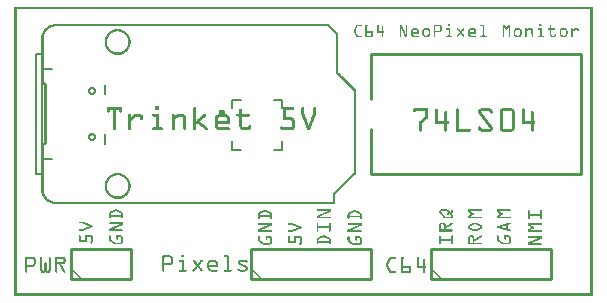
<source format=gto>
G04 MADE WITH FRITZING*
G04 WWW.FRITZING.ORG*
G04 DOUBLE SIDED*
G04 HOLES PLATED*
G04 CONTOUR ON CENTER OF CONTOUR VECTOR*
%ASAXBY*%
%FSLAX23Y23*%
%MOIN*%
%OFA0B0*%
%SFA1.0B1.0*%
%ADD10C,0.023622X2e-08*%
%ADD11C,0.005000*%
%ADD12C,0.008000*%
%ADD13C,0.010000*%
%ADD14R,0.001000X0.001000*%
%LNSILK1*%
G90*
G70*
G54D10*
X691Y610D03*
G54D11*
X302Y704D02*
X302Y673D01*
D02*
X302Y539D02*
X302Y507D01*
D02*
X125Y755D02*
X90Y755D01*
D02*
X90Y755D02*
X90Y456D01*
D02*
X90Y456D02*
X125Y456D01*
D02*
X726Y626D02*
X726Y653D01*
D02*
X726Y653D02*
X754Y653D01*
D02*
X864Y653D02*
X892Y653D01*
D02*
X892Y653D02*
X892Y626D01*
D02*
X754Y488D02*
X726Y488D01*
D02*
X726Y488D02*
X726Y516D01*
D02*
X892Y516D02*
X892Y488D01*
D02*
X892Y488D02*
X864Y488D01*
G54D12*
D02*
X70Y407D02*
X70Y805D01*
D02*
X89Y407D02*
X70Y407D01*
D02*
X89Y805D02*
X70Y805D01*
G54D13*
D02*
X1189Y406D02*
X1889Y406D01*
D02*
X1889Y406D02*
X1889Y806D01*
D02*
X1889Y806D02*
X1189Y806D01*
D02*
X1189Y406D02*
X1189Y556D01*
D02*
X1189Y656D02*
X1189Y806D01*
D02*
X789Y56D02*
X1189Y56D01*
D02*
X1189Y56D02*
X1189Y156D01*
D02*
X1189Y156D02*
X789Y156D01*
D02*
X789Y156D02*
X789Y56D01*
D02*
X189Y56D02*
X389Y56D01*
D02*
X389Y56D02*
X389Y156D01*
D02*
X389Y156D02*
X189Y156D01*
D02*
X189Y156D02*
X189Y56D01*
D02*
X1389Y56D02*
X1789Y56D01*
D02*
X1789Y56D02*
X1789Y156D01*
D02*
X1789Y156D02*
X1389Y156D01*
D02*
X1389Y156D02*
X1389Y56D01*
G54D14*
X0Y963D02*
X1926Y963D01*
X0Y962D02*
X1926Y962D01*
X0Y961D02*
X1926Y961D01*
X0Y960D02*
X1926Y960D01*
X0Y959D02*
X1926Y959D01*
X0Y958D02*
X1926Y958D01*
X0Y957D02*
X1926Y957D01*
X0Y956D02*
X1926Y956D01*
X0Y955D02*
X7Y955D01*
X1919Y955D02*
X1926Y955D01*
X0Y954D02*
X7Y954D01*
X1919Y954D02*
X1926Y954D01*
X0Y953D02*
X7Y953D01*
X1919Y953D02*
X1926Y953D01*
X0Y952D02*
X7Y952D01*
X1919Y952D02*
X1926Y952D01*
X0Y951D02*
X7Y951D01*
X1919Y951D02*
X1926Y951D01*
X0Y950D02*
X7Y950D01*
X1919Y950D02*
X1926Y950D01*
X0Y949D02*
X7Y949D01*
X1919Y949D02*
X1926Y949D01*
X0Y948D02*
X7Y948D01*
X1919Y948D02*
X1926Y948D01*
X0Y947D02*
X7Y947D01*
X1919Y947D02*
X1926Y947D01*
X0Y946D02*
X7Y946D01*
X1919Y946D02*
X1926Y946D01*
X0Y945D02*
X7Y945D01*
X1919Y945D02*
X1926Y945D01*
X0Y944D02*
X7Y944D01*
X1919Y944D02*
X1926Y944D01*
X0Y943D02*
X7Y943D01*
X1919Y943D02*
X1926Y943D01*
X0Y942D02*
X7Y942D01*
X1919Y942D02*
X1926Y942D01*
X0Y941D02*
X7Y941D01*
X1919Y941D02*
X1926Y941D01*
X0Y940D02*
X7Y940D01*
X1919Y940D02*
X1926Y940D01*
X0Y939D02*
X7Y939D01*
X1919Y939D02*
X1926Y939D01*
X0Y938D02*
X7Y938D01*
X1919Y938D02*
X1926Y938D01*
X0Y937D02*
X7Y937D01*
X1919Y937D02*
X1926Y937D01*
X0Y936D02*
X7Y936D01*
X1919Y936D02*
X1926Y936D01*
X0Y935D02*
X7Y935D01*
X1919Y935D02*
X1926Y935D01*
X0Y934D02*
X7Y934D01*
X1919Y934D02*
X1926Y934D01*
X0Y933D02*
X7Y933D01*
X1919Y933D02*
X1926Y933D01*
X0Y932D02*
X7Y932D01*
X1919Y932D02*
X1926Y932D01*
X0Y931D02*
X7Y931D01*
X1919Y931D02*
X1926Y931D01*
X0Y930D02*
X7Y930D01*
X1919Y930D02*
X1926Y930D01*
X0Y929D02*
X7Y929D01*
X1919Y929D02*
X1926Y929D01*
X0Y928D02*
X7Y928D01*
X1919Y928D02*
X1926Y928D01*
X0Y927D02*
X7Y927D01*
X1919Y927D02*
X1926Y927D01*
X0Y926D02*
X7Y926D01*
X1919Y926D02*
X1926Y926D01*
X0Y925D02*
X7Y925D01*
X1919Y925D02*
X1926Y925D01*
X0Y924D02*
X7Y924D01*
X1919Y924D02*
X1926Y924D01*
X0Y923D02*
X7Y923D01*
X1919Y923D02*
X1926Y923D01*
X0Y922D02*
X7Y922D01*
X1919Y922D02*
X1926Y922D01*
X0Y921D02*
X7Y921D01*
X1919Y921D02*
X1926Y921D01*
X0Y920D02*
X7Y920D01*
X1919Y920D02*
X1926Y920D01*
X0Y919D02*
X7Y919D01*
X1919Y919D02*
X1926Y919D01*
X0Y918D02*
X7Y918D01*
X1919Y918D02*
X1926Y918D01*
X0Y917D02*
X7Y917D01*
X1919Y917D02*
X1926Y917D01*
X0Y916D02*
X7Y916D01*
X1919Y916D02*
X1926Y916D01*
X0Y915D02*
X7Y915D01*
X1919Y915D02*
X1926Y915D01*
X0Y914D02*
X7Y914D01*
X1919Y914D02*
X1926Y914D01*
X0Y913D02*
X7Y913D01*
X1919Y913D02*
X1926Y913D01*
X0Y912D02*
X7Y912D01*
X1919Y912D02*
X1926Y912D01*
X0Y911D02*
X7Y911D01*
X1919Y911D02*
X1926Y911D01*
X0Y910D02*
X7Y910D01*
X1919Y910D02*
X1926Y910D01*
X0Y909D02*
X7Y909D01*
X1919Y909D02*
X1926Y909D01*
X0Y908D02*
X7Y908D01*
X1919Y908D02*
X1926Y908D01*
X0Y907D02*
X7Y907D01*
X1919Y907D02*
X1926Y907D01*
X0Y906D02*
X7Y906D01*
X132Y906D02*
X1046Y906D01*
X1446Y906D02*
X1449Y906D01*
X1751Y906D02*
X1754Y906D01*
X1919Y906D02*
X1926Y906D01*
X0Y905D02*
X7Y905D01*
X127Y905D02*
X1047Y905D01*
X1444Y905D02*
X1450Y905D01*
X1749Y905D02*
X1755Y905D01*
X1919Y905D02*
X1926Y905D01*
X0Y904D02*
X7Y904D01*
X124Y904D02*
X1048Y904D01*
X1444Y904D02*
X1451Y904D01*
X1749Y904D02*
X1756Y904D01*
X1919Y904D02*
X1926Y904D01*
X0Y903D02*
X7Y903D01*
X121Y903D02*
X1050Y903D01*
X1141Y903D02*
X1156Y903D01*
X1170Y903D02*
X1175Y903D01*
X1209Y903D02*
X1212Y903D01*
X1284Y903D02*
X1290Y903D01*
X1305Y903D02*
X1308Y903D01*
X1398Y903D02*
X1419Y903D01*
X1444Y903D02*
X1451Y903D01*
X1554Y903D02*
X1564Y903D01*
X1627Y903D02*
X1633Y903D01*
X1646Y903D02*
X1652Y903D01*
X1749Y903D02*
X1756Y903D01*
X1919Y903D02*
X1926Y903D01*
X0Y902D02*
X7Y902D01*
X118Y902D02*
X1051Y902D01*
X1140Y902D02*
X1156Y902D01*
X1169Y902D02*
X1176Y902D01*
X1209Y902D02*
X1213Y902D01*
X1284Y902D02*
X1290Y902D01*
X1305Y902D02*
X1309Y902D01*
X1398Y902D02*
X1420Y902D01*
X1444Y902D02*
X1451Y902D01*
X1553Y902D02*
X1565Y902D01*
X1627Y902D02*
X1634Y902D01*
X1645Y902D02*
X1652Y902D01*
X1749Y902D02*
X1756Y902D01*
X1919Y902D02*
X1926Y902D01*
X0Y901D02*
X7Y901D01*
X116Y901D02*
X1052Y901D01*
X1139Y901D02*
X1156Y901D01*
X1169Y901D02*
X1176Y901D01*
X1209Y901D02*
X1213Y901D01*
X1284Y901D02*
X1291Y901D01*
X1305Y901D02*
X1309Y901D01*
X1398Y901D02*
X1421Y901D01*
X1444Y901D02*
X1451Y901D01*
X1553Y901D02*
X1565Y901D01*
X1627Y901D02*
X1634Y901D01*
X1644Y901D02*
X1652Y901D01*
X1749Y901D02*
X1756Y901D01*
X1785Y901D02*
X1788Y901D01*
X1919Y901D02*
X1926Y901D01*
X0Y900D02*
X7Y900D01*
X114Y900D02*
X1053Y900D01*
X1138Y900D02*
X1156Y900D01*
X1169Y900D02*
X1176Y900D01*
X1209Y900D02*
X1213Y900D01*
X1284Y900D02*
X1291Y900D01*
X1305Y900D02*
X1309Y900D01*
X1398Y900D02*
X1422Y900D01*
X1444Y900D02*
X1450Y900D01*
X1553Y900D02*
X1565Y900D01*
X1627Y900D02*
X1635Y900D01*
X1644Y900D02*
X1652Y900D01*
X1749Y900D02*
X1755Y900D01*
X1785Y900D02*
X1788Y900D01*
X1919Y900D02*
X1926Y900D01*
X0Y899D02*
X7Y899D01*
X113Y899D02*
X433Y899D01*
X443Y899D02*
X533Y899D01*
X543Y899D02*
X633Y899D01*
X643Y899D02*
X733Y899D01*
X743Y899D02*
X833Y899D01*
X843Y899D02*
X1054Y899D01*
X1137Y899D02*
X1155Y899D01*
X1169Y899D02*
X1175Y899D01*
X1209Y899D02*
X1213Y899D01*
X1226Y899D02*
X1227Y899D01*
X1284Y899D02*
X1292Y899D01*
X1305Y899D02*
X1309Y899D01*
X1398Y899D02*
X1423Y899D01*
X1445Y899D02*
X1450Y899D01*
X1554Y899D02*
X1565Y899D01*
X1627Y899D02*
X1636Y899D01*
X1643Y899D02*
X1652Y899D01*
X1750Y899D02*
X1754Y899D01*
X1784Y899D02*
X1789Y899D01*
X1919Y899D02*
X1926Y899D01*
X0Y898D02*
X7Y898D01*
X111Y898D02*
X131Y898D01*
X1044Y898D02*
X1055Y898D01*
X1137Y898D02*
X1142Y898D01*
X1169Y898D02*
X1174Y898D01*
X1209Y898D02*
X1213Y898D01*
X1225Y898D02*
X1228Y898D01*
X1284Y898D02*
X1292Y898D01*
X1305Y898D02*
X1309Y898D01*
X1398Y898D02*
X1402Y898D01*
X1418Y898D02*
X1423Y898D01*
X1561Y898D02*
X1565Y898D01*
X1627Y898D02*
X1636Y898D01*
X1642Y898D02*
X1652Y898D01*
X1784Y898D02*
X1789Y898D01*
X1919Y898D02*
X1926Y898D01*
X0Y897D02*
X7Y897D01*
X110Y897D02*
X126Y897D01*
X1045Y897D02*
X1056Y897D01*
X1137Y897D02*
X1142Y897D01*
X1169Y897D02*
X1174Y897D01*
X1209Y897D02*
X1213Y897D01*
X1224Y897D02*
X1229Y897D01*
X1284Y897D02*
X1293Y897D01*
X1305Y897D02*
X1309Y897D01*
X1398Y897D02*
X1402Y897D01*
X1419Y897D02*
X1423Y897D01*
X1561Y897D02*
X1565Y897D01*
X1627Y897D02*
X1637Y897D01*
X1641Y897D02*
X1652Y897D01*
X1784Y897D02*
X1789Y897D01*
X1919Y897D02*
X1926Y897D01*
X0Y896D02*
X7Y896D01*
X108Y896D02*
X123Y896D01*
X1046Y896D02*
X1057Y896D01*
X1136Y896D02*
X1141Y896D01*
X1169Y896D02*
X1174Y896D01*
X1209Y896D02*
X1213Y896D01*
X1224Y896D02*
X1229Y896D01*
X1284Y896D02*
X1293Y896D01*
X1305Y896D02*
X1309Y896D01*
X1398Y896D02*
X1402Y896D01*
X1419Y896D02*
X1423Y896D01*
X1561Y896D02*
X1565Y896D01*
X1627Y896D02*
X1638Y896D01*
X1641Y896D02*
X1652Y896D01*
X1784Y896D02*
X1789Y896D01*
X1919Y896D02*
X1926Y896D01*
X0Y895D02*
X7Y895D01*
X107Y895D02*
X121Y895D01*
X1047Y895D02*
X1058Y895D01*
X1136Y895D02*
X1141Y895D01*
X1169Y895D02*
X1174Y895D01*
X1209Y895D02*
X1213Y895D01*
X1224Y895D02*
X1229Y895D01*
X1284Y895D02*
X1294Y895D01*
X1305Y895D02*
X1309Y895D01*
X1398Y895D02*
X1402Y895D01*
X1419Y895D02*
X1423Y895D01*
X1561Y895D02*
X1565Y895D01*
X1627Y895D02*
X1631Y895D01*
X1633Y895D02*
X1646Y895D01*
X1648Y895D02*
X1652Y895D01*
X1784Y895D02*
X1789Y895D01*
X1919Y895D02*
X1926Y895D01*
X0Y894D02*
X7Y894D01*
X106Y894D02*
X119Y894D01*
X1048Y894D02*
X1059Y894D01*
X1135Y894D02*
X1140Y894D01*
X1169Y894D02*
X1174Y894D01*
X1209Y894D02*
X1213Y894D01*
X1224Y894D02*
X1229Y894D01*
X1284Y894D02*
X1294Y894D01*
X1305Y894D02*
X1309Y894D01*
X1398Y894D02*
X1402Y894D01*
X1419Y894D02*
X1423Y894D01*
X1561Y894D02*
X1565Y894D01*
X1627Y894D02*
X1631Y894D01*
X1634Y894D02*
X1645Y894D01*
X1648Y894D02*
X1652Y894D01*
X1784Y894D02*
X1789Y894D01*
X1919Y894D02*
X1926Y894D01*
X0Y893D02*
X7Y893D01*
X105Y893D02*
X117Y893D01*
X1049Y893D02*
X1060Y893D01*
X1135Y893D02*
X1140Y893D01*
X1169Y893D02*
X1174Y893D01*
X1209Y893D02*
X1213Y893D01*
X1224Y893D02*
X1229Y893D01*
X1284Y893D02*
X1288Y893D01*
X1290Y893D02*
X1294Y893D01*
X1305Y893D02*
X1309Y893D01*
X1398Y893D02*
X1402Y893D01*
X1419Y893D02*
X1423Y893D01*
X1561Y893D02*
X1565Y893D01*
X1627Y893D02*
X1631Y893D01*
X1634Y893D02*
X1644Y893D01*
X1648Y893D02*
X1652Y893D01*
X1784Y893D02*
X1789Y893D01*
X1919Y893D02*
X1926Y893D01*
X0Y892D02*
X7Y892D01*
X103Y892D02*
X115Y892D01*
X1050Y892D02*
X1061Y892D01*
X1134Y892D02*
X1139Y892D01*
X1169Y892D02*
X1174Y892D01*
X1209Y892D02*
X1213Y892D01*
X1224Y892D02*
X1229Y892D01*
X1284Y892D02*
X1288Y892D01*
X1290Y892D02*
X1295Y892D01*
X1305Y892D02*
X1309Y892D01*
X1328Y892D02*
X1340Y892D01*
X1367Y892D02*
X1378Y892D01*
X1398Y892D02*
X1402Y892D01*
X1419Y892D02*
X1423Y892D01*
X1440Y892D02*
X1450Y892D01*
X1476Y892D02*
X1478Y892D01*
X1496Y892D02*
X1498Y892D01*
X1519Y892D02*
X1531Y892D01*
X1561Y892D02*
X1565Y892D01*
X1627Y892D02*
X1631Y892D01*
X1635Y892D02*
X1643Y892D01*
X1648Y892D02*
X1652Y892D01*
X1671Y892D02*
X1683Y892D01*
X1704Y892D02*
X1706Y892D01*
X1715Y892D02*
X1723Y892D01*
X1745Y892D02*
X1755Y892D01*
X1780Y892D02*
X1801Y892D01*
X1824Y892D02*
X1836Y892D01*
X1856Y892D02*
X1859Y892D01*
X1867Y892D02*
X1876Y892D01*
X1919Y892D02*
X1926Y892D01*
X0Y891D02*
X7Y891D01*
X103Y891D02*
X114Y891D01*
X1051Y891D02*
X1062Y891D01*
X1134Y891D02*
X1139Y891D01*
X1169Y891D02*
X1174Y891D01*
X1209Y891D02*
X1213Y891D01*
X1224Y891D02*
X1229Y891D01*
X1284Y891D02*
X1288Y891D01*
X1290Y891D02*
X1295Y891D01*
X1305Y891D02*
X1309Y891D01*
X1327Y891D02*
X1342Y891D01*
X1365Y891D02*
X1380Y891D01*
X1398Y891D02*
X1402Y891D01*
X1419Y891D02*
X1423Y891D01*
X1439Y891D02*
X1451Y891D01*
X1475Y891D02*
X1479Y891D01*
X1495Y891D02*
X1499Y891D01*
X1517Y891D02*
X1533Y891D01*
X1561Y891D02*
X1565Y891D01*
X1627Y891D02*
X1631Y891D01*
X1636Y891D02*
X1643Y891D01*
X1648Y891D02*
X1652Y891D01*
X1670Y891D02*
X1685Y891D01*
X1703Y891D02*
X1707Y891D01*
X1713Y891D02*
X1724Y891D01*
X1744Y891D02*
X1756Y891D01*
X1779Y891D02*
X1801Y891D01*
X1822Y891D02*
X1837Y891D01*
X1856Y891D02*
X1859Y891D01*
X1865Y891D02*
X1877Y891D01*
X1919Y891D02*
X1926Y891D01*
X0Y890D02*
X7Y890D01*
X102Y890D02*
X112Y890D01*
X1052Y890D02*
X1063Y890D01*
X1133Y890D02*
X1138Y890D01*
X1169Y890D02*
X1174Y890D01*
X1209Y890D02*
X1213Y890D01*
X1224Y890D02*
X1229Y890D01*
X1284Y890D02*
X1288Y890D01*
X1291Y890D02*
X1296Y890D01*
X1305Y890D02*
X1309Y890D01*
X1326Y890D02*
X1343Y890D01*
X1364Y890D02*
X1381Y890D01*
X1398Y890D02*
X1402Y890D01*
X1419Y890D02*
X1423Y890D01*
X1439Y890D02*
X1451Y890D01*
X1475Y890D02*
X1480Y890D01*
X1494Y890D02*
X1499Y890D01*
X1516Y890D02*
X1534Y890D01*
X1561Y890D02*
X1565Y890D01*
X1627Y890D02*
X1631Y890D01*
X1636Y890D02*
X1642Y890D01*
X1648Y890D02*
X1652Y890D01*
X1669Y890D02*
X1686Y890D01*
X1703Y890D02*
X1707Y890D01*
X1711Y890D02*
X1725Y890D01*
X1744Y890D02*
X1756Y890D01*
X1779Y890D02*
X1802Y890D01*
X1821Y890D02*
X1839Y890D01*
X1855Y890D02*
X1860Y890D01*
X1864Y890D02*
X1879Y890D01*
X1919Y890D02*
X1926Y890D01*
X0Y889D02*
X7Y889D01*
X101Y889D02*
X111Y889D01*
X337Y889D02*
X350Y889D01*
X1053Y889D02*
X1064Y889D01*
X1133Y889D02*
X1138Y889D01*
X1169Y889D02*
X1174Y889D01*
X1209Y889D02*
X1213Y889D01*
X1224Y889D02*
X1229Y889D01*
X1284Y889D02*
X1288Y889D01*
X1291Y889D02*
X1296Y889D01*
X1305Y889D02*
X1309Y889D01*
X1324Y889D02*
X1344Y889D01*
X1362Y889D02*
X1382Y889D01*
X1398Y889D02*
X1402Y889D01*
X1419Y889D02*
X1423Y889D01*
X1439Y889D02*
X1451Y889D01*
X1475Y889D02*
X1481Y889D01*
X1493Y889D02*
X1499Y889D01*
X1515Y889D02*
X1535Y889D01*
X1561Y889D02*
X1565Y889D01*
X1627Y889D02*
X1631Y889D01*
X1637Y889D02*
X1641Y889D01*
X1648Y889D02*
X1652Y889D01*
X1667Y889D02*
X1687Y889D01*
X1703Y889D02*
X1707Y889D01*
X1709Y889D02*
X1726Y889D01*
X1744Y889D02*
X1756Y889D01*
X1779Y889D02*
X1801Y889D01*
X1820Y889D02*
X1840Y889D01*
X1855Y889D02*
X1860Y889D01*
X1863Y889D02*
X1879Y889D01*
X1919Y889D02*
X1926Y889D01*
X0Y888D02*
X7Y888D01*
X100Y888D02*
X110Y888D01*
X333Y888D02*
X354Y888D01*
X1054Y888D02*
X1065Y888D01*
X1132Y888D02*
X1137Y888D01*
X1169Y888D02*
X1174Y888D01*
X1209Y888D02*
X1213Y888D01*
X1224Y888D02*
X1229Y888D01*
X1284Y888D02*
X1288Y888D01*
X1292Y888D02*
X1297Y888D01*
X1305Y888D02*
X1309Y888D01*
X1324Y888D02*
X1345Y888D01*
X1362Y888D02*
X1383Y888D01*
X1398Y888D02*
X1402Y888D01*
X1419Y888D02*
X1423Y888D01*
X1440Y888D02*
X1451Y888D01*
X1476Y888D02*
X1481Y888D01*
X1492Y888D02*
X1498Y888D01*
X1514Y888D02*
X1536Y888D01*
X1561Y888D02*
X1565Y888D01*
X1627Y888D02*
X1631Y888D01*
X1637Y888D02*
X1641Y888D01*
X1648Y888D02*
X1652Y888D01*
X1667Y888D02*
X1688Y888D01*
X1703Y888D02*
X1727Y888D01*
X1745Y888D02*
X1756Y888D01*
X1780Y888D02*
X1801Y888D01*
X1819Y888D02*
X1841Y888D01*
X1855Y888D02*
X1860Y888D01*
X1862Y888D02*
X1880Y888D01*
X1919Y888D02*
X1926Y888D01*
X0Y887D02*
X7Y887D01*
X99Y887D02*
X109Y887D01*
X329Y887D02*
X357Y887D01*
X1055Y887D02*
X1066Y887D01*
X1132Y887D02*
X1137Y887D01*
X1169Y887D02*
X1174Y887D01*
X1209Y887D02*
X1213Y887D01*
X1224Y887D02*
X1229Y887D01*
X1284Y887D02*
X1288Y887D01*
X1292Y887D02*
X1297Y887D01*
X1305Y887D02*
X1309Y887D01*
X1323Y887D02*
X1329Y887D01*
X1339Y887D02*
X1346Y887D01*
X1361Y887D02*
X1367Y887D01*
X1377Y887D02*
X1384Y887D01*
X1398Y887D02*
X1402Y887D01*
X1419Y887D02*
X1423Y887D01*
X1446Y887D02*
X1451Y887D01*
X1476Y887D02*
X1482Y887D01*
X1491Y887D02*
X1497Y887D01*
X1513Y887D02*
X1520Y887D01*
X1530Y887D02*
X1537Y887D01*
X1561Y887D02*
X1565Y887D01*
X1627Y887D02*
X1631Y887D01*
X1637Y887D02*
X1641Y887D01*
X1648Y887D02*
X1652Y887D01*
X1666Y887D02*
X1672Y887D01*
X1682Y887D02*
X1689Y887D01*
X1703Y887D02*
X1715Y887D01*
X1722Y887D02*
X1727Y887D01*
X1751Y887D02*
X1756Y887D01*
X1784Y887D02*
X1789Y887D01*
X1818Y887D02*
X1825Y887D01*
X1835Y887D02*
X1841Y887D01*
X1855Y887D02*
X1868Y887D01*
X1875Y887D02*
X1880Y887D01*
X1919Y887D02*
X1926Y887D01*
X0Y886D02*
X7Y886D01*
X98Y886D02*
X108Y886D01*
X327Y886D02*
X360Y886D01*
X1056Y886D02*
X1067Y886D01*
X1131Y886D02*
X1136Y886D01*
X1169Y886D02*
X1174Y886D01*
X1209Y886D02*
X1213Y886D01*
X1224Y886D02*
X1229Y886D01*
X1284Y886D02*
X1288Y886D01*
X1293Y886D02*
X1297Y886D01*
X1305Y886D02*
X1309Y886D01*
X1322Y886D02*
X1328Y886D01*
X1341Y886D02*
X1346Y886D01*
X1360Y886D02*
X1366Y886D01*
X1379Y886D02*
X1385Y886D01*
X1398Y886D02*
X1402Y886D01*
X1419Y886D02*
X1423Y886D01*
X1447Y886D02*
X1451Y886D01*
X1477Y886D02*
X1483Y886D01*
X1490Y886D02*
X1496Y886D01*
X1513Y886D02*
X1519Y886D01*
X1531Y886D02*
X1537Y886D01*
X1561Y886D02*
X1565Y886D01*
X1627Y886D02*
X1631Y886D01*
X1638Y886D02*
X1641Y886D01*
X1648Y886D02*
X1652Y886D01*
X1665Y886D02*
X1671Y886D01*
X1684Y886D02*
X1689Y886D01*
X1703Y886D02*
X1714Y886D01*
X1723Y886D02*
X1727Y886D01*
X1751Y886D02*
X1756Y886D01*
X1784Y886D02*
X1789Y886D01*
X1818Y886D02*
X1823Y886D01*
X1836Y886D02*
X1842Y886D01*
X1855Y886D02*
X1867Y886D01*
X1876Y886D02*
X1881Y886D01*
X1919Y886D02*
X1926Y886D01*
X0Y885D02*
X7Y885D01*
X98Y885D02*
X107Y885D01*
X325Y885D02*
X362Y885D01*
X1057Y885D02*
X1068Y885D01*
X1131Y885D02*
X1136Y885D01*
X1169Y885D02*
X1174Y885D01*
X1209Y885D02*
X1213Y885D01*
X1224Y885D02*
X1229Y885D01*
X1284Y885D02*
X1288Y885D01*
X1293Y885D02*
X1298Y885D01*
X1305Y885D02*
X1309Y885D01*
X1322Y885D02*
X1327Y885D01*
X1342Y885D02*
X1347Y885D01*
X1360Y885D02*
X1365Y885D01*
X1380Y885D02*
X1385Y885D01*
X1398Y885D02*
X1402Y885D01*
X1418Y885D02*
X1423Y885D01*
X1447Y885D02*
X1451Y885D01*
X1478Y885D02*
X1484Y885D01*
X1490Y885D02*
X1496Y885D01*
X1513Y885D02*
X1517Y885D01*
X1532Y885D02*
X1537Y885D01*
X1561Y885D02*
X1565Y885D01*
X1627Y885D02*
X1631Y885D01*
X1648Y885D02*
X1652Y885D01*
X1665Y885D02*
X1670Y885D01*
X1685Y885D02*
X1690Y885D01*
X1703Y885D02*
X1712Y885D01*
X1723Y885D02*
X1727Y885D01*
X1751Y885D02*
X1756Y885D01*
X1784Y885D02*
X1789Y885D01*
X1817Y885D02*
X1822Y885D01*
X1837Y885D02*
X1842Y885D01*
X1855Y885D02*
X1866Y885D01*
X1876Y885D02*
X1881Y885D01*
X1919Y885D02*
X1926Y885D01*
X0Y884D02*
X7Y884D01*
X97Y884D02*
X106Y884D01*
X323Y884D02*
X364Y884D01*
X1058Y884D02*
X1069Y884D01*
X1131Y884D02*
X1136Y884D01*
X1169Y884D02*
X1174Y884D01*
X1209Y884D02*
X1213Y884D01*
X1224Y884D02*
X1229Y884D01*
X1284Y884D02*
X1288Y884D01*
X1293Y884D02*
X1298Y884D01*
X1305Y884D02*
X1309Y884D01*
X1322Y884D02*
X1326Y884D01*
X1342Y884D02*
X1347Y884D01*
X1360Y884D02*
X1364Y884D01*
X1381Y884D02*
X1385Y884D01*
X1398Y884D02*
X1402Y884D01*
X1417Y884D02*
X1423Y884D01*
X1447Y884D02*
X1451Y884D01*
X1479Y884D02*
X1485Y884D01*
X1489Y884D02*
X1495Y884D01*
X1512Y884D02*
X1517Y884D01*
X1533Y884D02*
X1538Y884D01*
X1561Y884D02*
X1565Y884D01*
X1627Y884D02*
X1631Y884D01*
X1648Y884D02*
X1652Y884D01*
X1665Y884D02*
X1669Y884D01*
X1685Y884D02*
X1690Y884D01*
X1703Y884D02*
X1711Y884D01*
X1723Y884D02*
X1728Y884D01*
X1751Y884D02*
X1756Y884D01*
X1784Y884D02*
X1789Y884D01*
X1817Y884D02*
X1822Y884D01*
X1838Y884D02*
X1842Y884D01*
X1855Y884D02*
X1865Y884D01*
X1876Y884D02*
X1881Y884D01*
X1919Y884D02*
X1926Y884D01*
X0Y883D02*
X7Y883D01*
X96Y883D02*
X105Y883D01*
X321Y883D02*
X366Y883D01*
X1059Y883D02*
X1070Y883D01*
X1131Y883D02*
X1136Y883D01*
X1169Y883D02*
X1174Y883D01*
X1209Y883D02*
X1213Y883D01*
X1224Y883D02*
X1229Y883D01*
X1284Y883D02*
X1288Y883D01*
X1294Y883D02*
X1299Y883D01*
X1305Y883D02*
X1309Y883D01*
X1322Y883D02*
X1326Y883D01*
X1343Y883D02*
X1347Y883D01*
X1360Y883D02*
X1364Y883D01*
X1381Y883D02*
X1385Y883D01*
X1398Y883D02*
X1423Y883D01*
X1447Y883D02*
X1451Y883D01*
X1480Y883D02*
X1486Y883D01*
X1488Y883D02*
X1494Y883D01*
X1512Y883D02*
X1517Y883D01*
X1533Y883D02*
X1538Y883D01*
X1561Y883D02*
X1565Y883D01*
X1627Y883D02*
X1631Y883D01*
X1648Y883D02*
X1652Y883D01*
X1665Y883D02*
X1669Y883D01*
X1686Y883D02*
X1690Y883D01*
X1703Y883D02*
X1709Y883D01*
X1723Y883D02*
X1728Y883D01*
X1751Y883D02*
X1756Y883D01*
X1784Y883D02*
X1789Y883D01*
X1817Y883D02*
X1822Y883D01*
X1838Y883D02*
X1843Y883D01*
X1855Y883D02*
X1863Y883D01*
X1876Y883D02*
X1881Y883D01*
X1919Y883D02*
X1926Y883D01*
X0Y882D02*
X7Y882D01*
X96Y882D02*
X104Y882D01*
X319Y882D02*
X367Y882D01*
X1060Y882D02*
X1071Y882D01*
X1131Y882D02*
X1136Y882D01*
X1169Y882D02*
X1174Y882D01*
X1209Y882D02*
X1213Y882D01*
X1224Y882D02*
X1229Y882D01*
X1284Y882D02*
X1288Y882D01*
X1294Y882D02*
X1299Y882D01*
X1305Y882D02*
X1309Y882D01*
X1322Y882D02*
X1326Y882D01*
X1343Y882D02*
X1347Y882D01*
X1360Y882D02*
X1364Y882D01*
X1381Y882D02*
X1385Y882D01*
X1398Y882D02*
X1422Y882D01*
X1447Y882D02*
X1451Y882D01*
X1481Y882D02*
X1493Y882D01*
X1512Y882D02*
X1517Y882D01*
X1533Y882D02*
X1538Y882D01*
X1561Y882D02*
X1565Y882D01*
X1627Y882D02*
X1631Y882D01*
X1648Y882D02*
X1652Y882D01*
X1665Y882D02*
X1669Y882D01*
X1686Y882D02*
X1690Y882D01*
X1703Y882D02*
X1708Y882D01*
X1723Y882D02*
X1728Y882D01*
X1751Y882D02*
X1756Y882D01*
X1784Y882D02*
X1789Y882D01*
X1817Y882D02*
X1822Y882D01*
X1838Y882D02*
X1843Y882D01*
X1855Y882D02*
X1862Y882D01*
X1877Y882D02*
X1880Y882D01*
X1919Y882D02*
X1926Y882D01*
X0Y881D02*
X7Y881D01*
X95Y881D02*
X104Y881D01*
X318Y881D02*
X336Y881D01*
X350Y881D02*
X369Y881D01*
X1061Y881D02*
X1072Y881D01*
X1131Y881D02*
X1136Y881D01*
X1169Y881D02*
X1193Y881D01*
X1209Y881D02*
X1230Y881D01*
X1284Y881D02*
X1288Y881D01*
X1295Y881D02*
X1300Y881D01*
X1305Y881D02*
X1309Y881D01*
X1322Y881D02*
X1326Y881D01*
X1343Y881D02*
X1347Y881D01*
X1360Y881D02*
X1364Y881D01*
X1381Y881D02*
X1385Y881D01*
X1398Y881D02*
X1421Y881D01*
X1447Y881D02*
X1451Y881D01*
X1481Y881D02*
X1492Y881D01*
X1512Y881D02*
X1517Y881D01*
X1533Y881D02*
X1538Y881D01*
X1561Y881D02*
X1565Y881D01*
X1627Y881D02*
X1631Y881D01*
X1648Y881D02*
X1652Y881D01*
X1665Y881D02*
X1669Y881D01*
X1686Y881D02*
X1690Y881D01*
X1703Y881D02*
X1707Y881D01*
X1723Y881D02*
X1728Y881D01*
X1751Y881D02*
X1756Y881D01*
X1784Y881D02*
X1789Y881D01*
X1817Y881D02*
X1822Y881D01*
X1838Y881D02*
X1843Y881D01*
X1855Y881D02*
X1861Y881D01*
X1878Y881D02*
X1879Y881D01*
X1919Y881D02*
X1926Y881D01*
X0Y880D02*
X7Y880D01*
X95Y880D02*
X103Y880D01*
X317Y880D02*
X332Y880D01*
X355Y880D02*
X370Y880D01*
X1062Y880D02*
X1073Y880D01*
X1132Y880D02*
X1136Y880D01*
X1169Y880D02*
X1194Y880D01*
X1209Y880D02*
X1231Y880D01*
X1284Y880D02*
X1288Y880D01*
X1295Y880D02*
X1300Y880D01*
X1305Y880D02*
X1309Y880D01*
X1322Y880D02*
X1326Y880D01*
X1343Y880D02*
X1347Y880D01*
X1360Y880D02*
X1364Y880D01*
X1381Y880D02*
X1385Y880D01*
X1398Y880D02*
X1420Y880D01*
X1447Y880D02*
X1451Y880D01*
X1482Y880D02*
X1491Y880D01*
X1512Y880D02*
X1517Y880D01*
X1533Y880D02*
X1538Y880D01*
X1561Y880D02*
X1565Y880D01*
X1627Y880D02*
X1631Y880D01*
X1648Y880D02*
X1652Y880D01*
X1665Y880D02*
X1669Y880D01*
X1686Y880D02*
X1690Y880D01*
X1703Y880D02*
X1707Y880D01*
X1723Y880D02*
X1728Y880D01*
X1751Y880D02*
X1756Y880D01*
X1784Y880D02*
X1789Y880D01*
X1817Y880D02*
X1822Y880D01*
X1838Y880D02*
X1843Y880D01*
X1855Y880D02*
X1860Y880D01*
X1919Y880D02*
X1926Y880D01*
X0Y879D02*
X7Y879D01*
X94Y879D02*
X102Y879D01*
X316Y879D02*
X329Y879D01*
X357Y879D02*
X371Y879D01*
X1063Y879D02*
X1074Y879D01*
X1132Y879D02*
X1137Y879D01*
X1169Y879D02*
X1195Y879D01*
X1209Y879D02*
X1231Y879D01*
X1284Y879D02*
X1288Y879D01*
X1296Y879D02*
X1301Y879D01*
X1305Y879D02*
X1309Y879D01*
X1322Y879D02*
X1347Y879D01*
X1360Y879D02*
X1364Y879D01*
X1381Y879D02*
X1385Y879D01*
X1398Y879D02*
X1418Y879D01*
X1447Y879D02*
X1451Y879D01*
X1483Y879D02*
X1491Y879D01*
X1512Y879D02*
X1538Y879D01*
X1561Y879D02*
X1565Y879D01*
X1627Y879D02*
X1631Y879D01*
X1648Y879D02*
X1652Y879D01*
X1665Y879D02*
X1669Y879D01*
X1686Y879D02*
X1690Y879D01*
X1703Y879D02*
X1707Y879D01*
X1723Y879D02*
X1728Y879D01*
X1751Y879D02*
X1756Y879D01*
X1784Y879D02*
X1789Y879D01*
X1817Y879D02*
X1822Y879D01*
X1838Y879D02*
X1843Y879D01*
X1855Y879D02*
X1860Y879D01*
X1919Y879D02*
X1926Y879D01*
X0Y878D02*
X7Y878D01*
X94Y878D02*
X102Y878D01*
X314Y878D02*
X327Y878D01*
X359Y878D02*
X372Y878D01*
X1064Y878D02*
X1075Y878D01*
X1132Y878D02*
X1137Y878D01*
X1169Y878D02*
X1195Y878D01*
X1209Y878D02*
X1231Y878D01*
X1284Y878D02*
X1288Y878D01*
X1296Y878D02*
X1301Y878D01*
X1305Y878D02*
X1309Y878D01*
X1322Y878D02*
X1347Y878D01*
X1360Y878D02*
X1364Y878D01*
X1381Y878D02*
X1385Y878D01*
X1398Y878D02*
X1402Y878D01*
X1447Y878D02*
X1451Y878D01*
X1484Y878D02*
X1490Y878D01*
X1512Y878D02*
X1538Y878D01*
X1561Y878D02*
X1565Y878D01*
X1627Y878D02*
X1631Y878D01*
X1648Y878D02*
X1652Y878D01*
X1665Y878D02*
X1669Y878D01*
X1686Y878D02*
X1690Y878D01*
X1703Y878D02*
X1707Y878D01*
X1723Y878D02*
X1728Y878D01*
X1751Y878D02*
X1756Y878D01*
X1784Y878D02*
X1789Y878D01*
X1817Y878D02*
X1822Y878D01*
X1838Y878D02*
X1843Y878D01*
X1855Y878D02*
X1860Y878D01*
X1919Y878D02*
X1926Y878D01*
X0Y877D02*
X7Y877D01*
X93Y877D02*
X101Y877D01*
X313Y877D02*
X325Y877D01*
X361Y877D02*
X373Y877D01*
X1065Y877D02*
X1076Y877D01*
X1133Y877D02*
X1138Y877D01*
X1169Y877D02*
X1195Y877D01*
X1209Y877D02*
X1231Y877D01*
X1284Y877D02*
X1288Y877D01*
X1297Y877D02*
X1301Y877D01*
X1305Y877D02*
X1309Y877D01*
X1322Y877D02*
X1347Y877D01*
X1360Y877D02*
X1364Y877D01*
X1381Y877D02*
X1385Y877D01*
X1398Y877D02*
X1402Y877D01*
X1447Y877D02*
X1451Y877D01*
X1483Y877D02*
X1491Y877D01*
X1512Y877D02*
X1538Y877D01*
X1561Y877D02*
X1565Y877D01*
X1627Y877D02*
X1631Y877D01*
X1648Y877D02*
X1652Y877D01*
X1665Y877D02*
X1669Y877D01*
X1686Y877D02*
X1690Y877D01*
X1703Y877D02*
X1707Y877D01*
X1723Y877D02*
X1728Y877D01*
X1751Y877D02*
X1756Y877D01*
X1784Y877D02*
X1789Y877D01*
X1817Y877D02*
X1822Y877D01*
X1838Y877D02*
X1843Y877D01*
X1855Y877D02*
X1860Y877D01*
X1919Y877D02*
X1926Y877D01*
X0Y876D02*
X7Y876D01*
X93Y876D02*
X100Y876D01*
X312Y876D02*
X324Y876D01*
X363Y876D02*
X374Y876D01*
X1066Y876D02*
X1077Y876D01*
X1133Y876D02*
X1138Y876D01*
X1169Y876D02*
X1174Y876D01*
X1190Y876D02*
X1195Y876D01*
X1224Y876D02*
X1229Y876D01*
X1284Y876D02*
X1288Y876D01*
X1297Y876D02*
X1302Y876D01*
X1305Y876D02*
X1309Y876D01*
X1322Y876D02*
X1347Y876D01*
X1360Y876D02*
X1364Y876D01*
X1381Y876D02*
X1385Y876D01*
X1398Y876D02*
X1402Y876D01*
X1447Y876D02*
X1451Y876D01*
X1482Y876D02*
X1491Y876D01*
X1512Y876D02*
X1538Y876D01*
X1561Y876D02*
X1565Y876D01*
X1627Y876D02*
X1631Y876D01*
X1648Y876D02*
X1652Y876D01*
X1665Y876D02*
X1669Y876D01*
X1686Y876D02*
X1690Y876D01*
X1703Y876D02*
X1707Y876D01*
X1723Y876D02*
X1728Y876D01*
X1751Y876D02*
X1756Y876D01*
X1784Y876D02*
X1789Y876D01*
X1817Y876D02*
X1822Y876D01*
X1838Y876D02*
X1843Y876D01*
X1855Y876D02*
X1860Y876D01*
X1919Y876D02*
X1926Y876D01*
X0Y875D02*
X7Y875D01*
X92Y875D02*
X100Y875D01*
X312Y875D02*
X322Y875D01*
X364Y875D02*
X375Y875D01*
X1067Y875D02*
X1078Y875D01*
X1134Y875D02*
X1139Y875D01*
X1169Y875D02*
X1174Y875D01*
X1190Y875D02*
X1195Y875D01*
X1224Y875D02*
X1229Y875D01*
X1284Y875D02*
X1288Y875D01*
X1297Y875D02*
X1302Y875D01*
X1305Y875D02*
X1309Y875D01*
X1322Y875D02*
X1347Y875D01*
X1360Y875D02*
X1364Y875D01*
X1381Y875D02*
X1385Y875D01*
X1398Y875D02*
X1402Y875D01*
X1447Y875D02*
X1451Y875D01*
X1481Y875D02*
X1492Y875D01*
X1512Y875D02*
X1537Y875D01*
X1561Y875D02*
X1565Y875D01*
X1627Y875D02*
X1631Y875D01*
X1648Y875D02*
X1652Y875D01*
X1665Y875D02*
X1669Y875D01*
X1686Y875D02*
X1690Y875D01*
X1703Y875D02*
X1707Y875D01*
X1723Y875D02*
X1728Y875D01*
X1751Y875D02*
X1756Y875D01*
X1784Y875D02*
X1789Y875D01*
X1817Y875D02*
X1822Y875D01*
X1838Y875D02*
X1843Y875D01*
X1855Y875D02*
X1860Y875D01*
X1919Y875D02*
X1926Y875D01*
X0Y874D02*
X7Y874D01*
X92Y874D02*
X99Y874D01*
X311Y874D02*
X321Y874D01*
X366Y874D02*
X376Y874D01*
X1068Y874D02*
X1078Y874D01*
X1134Y874D02*
X1139Y874D01*
X1169Y874D02*
X1174Y874D01*
X1190Y874D02*
X1195Y874D01*
X1224Y874D02*
X1229Y874D01*
X1284Y874D02*
X1288Y874D01*
X1298Y874D02*
X1303Y874D01*
X1305Y874D02*
X1309Y874D01*
X1322Y874D02*
X1345Y874D01*
X1360Y874D02*
X1364Y874D01*
X1381Y874D02*
X1385Y874D01*
X1398Y874D02*
X1402Y874D01*
X1447Y874D02*
X1451Y874D01*
X1480Y874D02*
X1493Y874D01*
X1512Y874D02*
X1536Y874D01*
X1561Y874D02*
X1565Y874D01*
X1627Y874D02*
X1631Y874D01*
X1648Y874D02*
X1652Y874D01*
X1665Y874D02*
X1669Y874D01*
X1686Y874D02*
X1690Y874D01*
X1703Y874D02*
X1707Y874D01*
X1724Y874D02*
X1728Y874D01*
X1751Y874D02*
X1756Y874D01*
X1784Y874D02*
X1789Y874D01*
X1817Y874D02*
X1822Y874D01*
X1838Y874D02*
X1843Y874D01*
X1855Y874D02*
X1860Y874D01*
X1919Y874D02*
X1926Y874D01*
X0Y873D02*
X7Y873D01*
X92Y873D02*
X99Y873D01*
X310Y873D02*
X320Y873D01*
X367Y873D02*
X377Y873D01*
X1069Y873D02*
X1078Y873D01*
X1135Y873D02*
X1140Y873D01*
X1169Y873D02*
X1174Y873D01*
X1190Y873D02*
X1195Y873D01*
X1224Y873D02*
X1229Y873D01*
X1284Y873D02*
X1288Y873D01*
X1298Y873D02*
X1309Y873D01*
X1322Y873D02*
X1326Y873D01*
X1360Y873D02*
X1364Y873D01*
X1381Y873D02*
X1385Y873D01*
X1398Y873D02*
X1402Y873D01*
X1447Y873D02*
X1451Y873D01*
X1480Y873D02*
X1486Y873D01*
X1488Y873D02*
X1494Y873D01*
X1512Y873D02*
X1517Y873D01*
X1561Y873D02*
X1565Y873D01*
X1627Y873D02*
X1631Y873D01*
X1648Y873D02*
X1652Y873D01*
X1665Y873D02*
X1669Y873D01*
X1686Y873D02*
X1690Y873D01*
X1703Y873D02*
X1707Y873D01*
X1724Y873D02*
X1728Y873D01*
X1751Y873D02*
X1756Y873D01*
X1784Y873D02*
X1789Y873D01*
X1817Y873D02*
X1822Y873D01*
X1838Y873D02*
X1843Y873D01*
X1855Y873D02*
X1860Y873D01*
X1919Y873D02*
X1926Y873D01*
X0Y872D02*
X7Y872D01*
X91Y872D02*
X99Y872D01*
X309Y872D02*
X319Y872D01*
X368Y872D02*
X378Y872D01*
X1070Y872D02*
X1078Y872D01*
X1135Y872D02*
X1140Y872D01*
X1169Y872D02*
X1174Y872D01*
X1190Y872D02*
X1195Y872D01*
X1224Y872D02*
X1229Y872D01*
X1284Y872D02*
X1288Y872D01*
X1299Y872D02*
X1309Y872D01*
X1322Y872D02*
X1326Y872D01*
X1360Y872D02*
X1364Y872D01*
X1381Y872D02*
X1385Y872D01*
X1398Y872D02*
X1402Y872D01*
X1447Y872D02*
X1451Y872D01*
X1479Y872D02*
X1485Y872D01*
X1489Y872D02*
X1495Y872D01*
X1512Y872D02*
X1517Y872D01*
X1561Y872D02*
X1565Y872D01*
X1627Y872D02*
X1631Y872D01*
X1648Y872D02*
X1652Y872D01*
X1665Y872D02*
X1669Y872D01*
X1686Y872D02*
X1690Y872D01*
X1703Y872D02*
X1707Y872D01*
X1724Y872D02*
X1728Y872D01*
X1751Y872D02*
X1756Y872D01*
X1784Y872D02*
X1789Y872D01*
X1801Y872D02*
X1803Y872D01*
X1817Y872D02*
X1822Y872D01*
X1838Y872D02*
X1843Y872D01*
X1855Y872D02*
X1860Y872D01*
X1919Y872D02*
X1926Y872D01*
X0Y871D02*
X7Y871D01*
X91Y871D02*
X98Y871D01*
X308Y871D02*
X318Y871D01*
X369Y871D02*
X378Y871D01*
X1071Y871D02*
X1078Y871D01*
X1136Y871D02*
X1141Y871D01*
X1169Y871D02*
X1174Y871D01*
X1190Y871D02*
X1195Y871D01*
X1224Y871D02*
X1229Y871D01*
X1284Y871D02*
X1288Y871D01*
X1299Y871D02*
X1309Y871D01*
X1322Y871D02*
X1326Y871D01*
X1360Y871D02*
X1365Y871D01*
X1380Y871D02*
X1385Y871D01*
X1398Y871D02*
X1402Y871D01*
X1447Y871D02*
X1451Y871D01*
X1478Y871D02*
X1484Y871D01*
X1490Y871D02*
X1496Y871D01*
X1512Y871D02*
X1517Y871D01*
X1561Y871D02*
X1565Y871D01*
X1627Y871D02*
X1631Y871D01*
X1648Y871D02*
X1652Y871D01*
X1665Y871D02*
X1669Y871D01*
X1685Y871D02*
X1690Y871D01*
X1703Y871D02*
X1707Y871D01*
X1724Y871D02*
X1728Y871D01*
X1751Y871D02*
X1756Y871D01*
X1784Y871D02*
X1789Y871D01*
X1801Y871D02*
X1804Y871D01*
X1817Y871D02*
X1822Y871D01*
X1838Y871D02*
X1842Y871D01*
X1855Y871D02*
X1860Y871D01*
X1919Y871D02*
X1926Y871D01*
X0Y870D02*
X7Y870D01*
X91Y870D02*
X98Y870D01*
X308Y870D02*
X317Y870D01*
X370Y870D02*
X379Y870D01*
X1071Y870D02*
X1078Y870D01*
X1136Y870D02*
X1141Y870D01*
X1169Y870D02*
X1174Y870D01*
X1190Y870D02*
X1195Y870D01*
X1224Y870D02*
X1229Y870D01*
X1284Y870D02*
X1288Y870D01*
X1300Y870D02*
X1309Y870D01*
X1322Y870D02*
X1327Y870D01*
X1360Y870D02*
X1365Y870D01*
X1380Y870D02*
X1385Y870D01*
X1398Y870D02*
X1402Y870D01*
X1447Y870D02*
X1451Y870D01*
X1477Y870D02*
X1483Y870D01*
X1490Y870D02*
X1496Y870D01*
X1513Y870D02*
X1518Y870D01*
X1561Y870D02*
X1565Y870D01*
X1627Y870D02*
X1631Y870D01*
X1648Y870D02*
X1652Y870D01*
X1665Y870D02*
X1670Y870D01*
X1685Y870D02*
X1690Y870D01*
X1703Y870D02*
X1707Y870D01*
X1724Y870D02*
X1728Y870D01*
X1751Y870D02*
X1756Y870D01*
X1784Y870D02*
X1789Y870D01*
X1800Y870D02*
X1804Y870D01*
X1817Y870D02*
X1823Y870D01*
X1837Y870D02*
X1842Y870D01*
X1855Y870D02*
X1860Y870D01*
X1919Y870D02*
X1926Y870D01*
X0Y869D02*
X7Y869D01*
X90Y869D02*
X97Y869D01*
X307Y869D02*
X316Y869D01*
X371Y869D02*
X380Y869D01*
X1071Y869D02*
X1078Y869D01*
X1137Y869D02*
X1142Y869D01*
X1169Y869D02*
X1174Y869D01*
X1190Y869D02*
X1195Y869D01*
X1224Y869D02*
X1229Y869D01*
X1284Y869D02*
X1288Y869D01*
X1300Y869D02*
X1309Y869D01*
X1322Y869D02*
X1328Y869D01*
X1360Y869D02*
X1366Y869D01*
X1378Y869D02*
X1384Y869D01*
X1398Y869D02*
X1402Y869D01*
X1447Y869D02*
X1451Y869D01*
X1476Y869D02*
X1482Y869D01*
X1491Y869D02*
X1497Y869D01*
X1513Y869D02*
X1519Y869D01*
X1561Y869D02*
X1565Y869D01*
X1627Y869D02*
X1631Y869D01*
X1648Y869D02*
X1652Y869D01*
X1665Y869D02*
X1671Y869D01*
X1683Y869D02*
X1689Y869D01*
X1703Y869D02*
X1707Y869D01*
X1724Y869D02*
X1728Y869D01*
X1751Y869D02*
X1756Y869D01*
X1784Y869D02*
X1789Y869D01*
X1799Y869D02*
X1804Y869D01*
X1818Y869D02*
X1824Y869D01*
X1836Y869D02*
X1842Y869D01*
X1855Y869D02*
X1860Y869D01*
X1919Y869D02*
X1926Y869D01*
X0Y868D02*
X7Y868D01*
X90Y868D02*
X97Y868D01*
X307Y868D02*
X315Y868D01*
X372Y868D02*
X380Y868D01*
X1071Y868D02*
X1078Y868D01*
X1137Y868D02*
X1144Y868D01*
X1169Y868D02*
X1174Y868D01*
X1190Y868D02*
X1195Y868D01*
X1224Y868D02*
X1229Y868D01*
X1284Y868D02*
X1288Y868D01*
X1300Y868D02*
X1309Y868D01*
X1323Y868D02*
X1330Y868D01*
X1361Y868D02*
X1368Y868D01*
X1376Y868D02*
X1384Y868D01*
X1398Y868D02*
X1402Y868D01*
X1446Y868D02*
X1451Y868D01*
X1475Y868D02*
X1482Y868D01*
X1492Y868D02*
X1498Y868D01*
X1513Y868D02*
X1521Y868D01*
X1560Y868D02*
X1566Y868D01*
X1627Y868D02*
X1631Y868D01*
X1648Y868D02*
X1652Y868D01*
X1666Y868D02*
X1673Y868D01*
X1681Y868D02*
X1689Y868D01*
X1703Y868D02*
X1707Y868D01*
X1724Y868D02*
X1728Y868D01*
X1751Y868D02*
X1756Y868D01*
X1785Y868D02*
X1791Y868D01*
X1798Y868D02*
X1804Y868D01*
X1818Y868D02*
X1826Y868D01*
X1834Y868D02*
X1841Y868D01*
X1855Y868D02*
X1860Y868D01*
X1919Y868D02*
X1926Y868D01*
X0Y867D02*
X7Y867D01*
X90Y867D02*
X97Y867D01*
X306Y867D02*
X314Y867D01*
X372Y867D02*
X381Y867D01*
X1071Y867D02*
X1078Y867D01*
X1138Y867D02*
X1156Y867D01*
X1169Y867D02*
X1195Y867D01*
X1224Y867D02*
X1229Y867D01*
X1284Y867D02*
X1288Y867D01*
X1301Y867D02*
X1309Y867D01*
X1324Y867D02*
X1346Y867D01*
X1362Y867D02*
X1383Y867D01*
X1398Y867D02*
X1402Y867D01*
X1439Y867D02*
X1458Y867D01*
X1475Y867D02*
X1481Y867D01*
X1493Y867D02*
X1499Y867D01*
X1514Y867D02*
X1537Y867D01*
X1554Y867D02*
X1572Y867D01*
X1627Y867D02*
X1631Y867D01*
X1648Y867D02*
X1652Y867D01*
X1667Y867D02*
X1688Y867D01*
X1703Y867D02*
X1707Y867D01*
X1724Y867D02*
X1728Y867D01*
X1744Y867D02*
X1763Y867D01*
X1785Y867D02*
X1804Y867D01*
X1819Y867D02*
X1840Y867D01*
X1855Y867D02*
X1860Y867D01*
X1919Y867D02*
X1926Y867D01*
X0Y866D02*
X7Y866D01*
X90Y866D02*
X97Y866D01*
X305Y866D02*
X314Y866D01*
X373Y866D02*
X381Y866D01*
X1071Y866D02*
X1078Y866D01*
X1139Y866D02*
X1156Y866D01*
X1169Y866D02*
X1195Y866D01*
X1224Y866D02*
X1229Y866D01*
X1284Y866D02*
X1288Y866D01*
X1301Y866D02*
X1309Y866D01*
X1325Y866D02*
X1347Y866D01*
X1363Y866D02*
X1382Y866D01*
X1398Y866D02*
X1402Y866D01*
X1439Y866D02*
X1459Y866D01*
X1474Y866D02*
X1480Y866D01*
X1494Y866D02*
X1499Y866D01*
X1515Y866D02*
X1537Y866D01*
X1553Y866D02*
X1573Y866D01*
X1627Y866D02*
X1631Y866D01*
X1648Y866D02*
X1652Y866D01*
X1668Y866D02*
X1687Y866D01*
X1703Y866D02*
X1707Y866D01*
X1724Y866D02*
X1728Y866D01*
X1744Y866D02*
X1763Y866D01*
X1786Y866D02*
X1803Y866D01*
X1820Y866D02*
X1839Y866D01*
X1855Y866D02*
X1860Y866D01*
X1919Y866D02*
X1926Y866D01*
X0Y865D02*
X7Y865D01*
X89Y865D02*
X96Y865D01*
X305Y865D02*
X313Y865D01*
X374Y865D02*
X382Y865D01*
X1071Y865D02*
X1078Y865D01*
X1139Y865D02*
X1156Y865D01*
X1169Y865D02*
X1195Y865D01*
X1224Y865D02*
X1229Y865D01*
X1284Y865D02*
X1288Y865D01*
X1302Y865D02*
X1309Y865D01*
X1326Y865D02*
X1347Y865D01*
X1364Y865D02*
X1381Y865D01*
X1398Y865D02*
X1402Y865D01*
X1439Y865D02*
X1459Y865D01*
X1474Y865D02*
X1479Y865D01*
X1495Y865D02*
X1499Y865D01*
X1516Y865D02*
X1538Y865D01*
X1553Y865D02*
X1573Y865D01*
X1627Y865D02*
X1631Y865D01*
X1648Y865D02*
X1652Y865D01*
X1669Y865D02*
X1686Y865D01*
X1703Y865D02*
X1707Y865D01*
X1724Y865D02*
X1728Y865D01*
X1744Y865D02*
X1764Y865D01*
X1787Y865D02*
X1802Y865D01*
X1821Y865D02*
X1838Y865D01*
X1855Y865D02*
X1860Y865D01*
X1919Y865D02*
X1926Y865D01*
X0Y864D02*
X7Y864D01*
X89Y864D02*
X96Y864D01*
X304Y864D02*
X312Y864D01*
X374Y864D02*
X382Y864D01*
X1071Y864D02*
X1078Y864D01*
X1141Y864D02*
X1156Y864D01*
X1170Y864D02*
X1194Y864D01*
X1225Y864D02*
X1228Y864D01*
X1284Y864D02*
X1288Y864D01*
X1302Y864D02*
X1309Y864D01*
X1327Y864D02*
X1347Y864D01*
X1365Y864D02*
X1380Y864D01*
X1398Y864D02*
X1402Y864D01*
X1439Y864D02*
X1458Y864D01*
X1475Y864D02*
X1478Y864D01*
X1495Y864D02*
X1499Y864D01*
X1518Y864D02*
X1537Y864D01*
X1553Y864D02*
X1573Y864D01*
X1627Y864D02*
X1631Y864D01*
X1648Y864D02*
X1652Y864D01*
X1670Y864D02*
X1684Y864D01*
X1703Y864D02*
X1707Y864D01*
X1724Y864D02*
X1728Y864D01*
X1744Y864D02*
X1763Y864D01*
X1788Y864D02*
X1801Y864D01*
X1823Y864D02*
X1837Y864D01*
X1856Y864D02*
X1859Y864D01*
X1919Y864D02*
X1926Y864D01*
X0Y863D02*
X7Y863D01*
X89Y863D02*
X96Y863D01*
X304Y863D02*
X312Y863D01*
X375Y863D02*
X383Y863D01*
X1071Y863D02*
X1078Y863D01*
X1143Y863D02*
X1155Y863D01*
X1171Y863D02*
X1193Y863D01*
X1226Y863D02*
X1227Y863D01*
X1285Y863D02*
X1287Y863D01*
X1303Y863D02*
X1309Y863D01*
X1329Y863D02*
X1346Y863D01*
X1367Y863D02*
X1378Y863D01*
X1399Y863D02*
X1401Y863D01*
X1440Y863D02*
X1457Y863D01*
X1475Y863D02*
X1477Y863D01*
X1496Y863D02*
X1498Y863D01*
X1520Y863D02*
X1536Y863D01*
X1554Y863D02*
X1572Y863D01*
X1628Y863D02*
X1630Y863D01*
X1649Y863D02*
X1651Y863D01*
X1672Y863D02*
X1683Y863D01*
X1704Y863D02*
X1706Y863D01*
X1725Y863D02*
X1727Y863D01*
X1745Y863D02*
X1762Y863D01*
X1790Y863D02*
X1799Y863D01*
X1825Y863D02*
X1835Y863D01*
X1857Y863D02*
X1858Y863D01*
X1919Y863D02*
X1926Y863D01*
X0Y862D02*
X7Y862D01*
X89Y862D02*
X96Y862D01*
X304Y862D02*
X311Y862D01*
X376Y862D02*
X383Y862D01*
X1071Y862D02*
X1078Y862D01*
X1919Y862D02*
X1926Y862D01*
X0Y861D02*
X7Y861D01*
X89Y861D02*
X96Y861D01*
X303Y861D02*
X311Y861D01*
X376Y861D02*
X383Y861D01*
X1071Y861D02*
X1078Y861D01*
X1919Y861D02*
X1926Y861D01*
X0Y860D02*
X7Y860D01*
X89Y860D02*
X96Y860D01*
X303Y860D02*
X310Y860D01*
X376Y860D02*
X384Y860D01*
X1071Y860D02*
X1078Y860D01*
X1919Y860D02*
X1926Y860D01*
X0Y859D02*
X7Y859D01*
X89Y859D02*
X96Y859D01*
X303Y859D02*
X310Y859D01*
X377Y859D02*
X384Y859D01*
X1071Y859D02*
X1078Y859D01*
X1919Y859D02*
X1926Y859D01*
X0Y858D02*
X7Y858D01*
X89Y858D02*
X96Y858D01*
X302Y858D02*
X310Y858D01*
X377Y858D02*
X384Y858D01*
X1071Y858D02*
X1078Y858D01*
X1919Y858D02*
X1926Y858D01*
X0Y857D02*
X7Y857D01*
X89Y857D02*
X96Y857D01*
X302Y857D02*
X309Y857D01*
X378Y857D02*
X385Y857D01*
X1071Y857D02*
X1078Y857D01*
X1919Y857D02*
X1926Y857D01*
X0Y856D02*
X7Y856D01*
X89Y856D02*
X96Y856D01*
X302Y856D02*
X309Y856D01*
X378Y856D02*
X385Y856D01*
X1071Y856D02*
X1078Y856D01*
X1919Y856D02*
X1926Y856D01*
X0Y855D02*
X7Y855D01*
X89Y855D02*
X96Y855D01*
X302Y855D02*
X309Y855D01*
X378Y855D02*
X385Y855D01*
X1071Y855D02*
X1078Y855D01*
X1919Y855D02*
X1926Y855D01*
X0Y854D02*
X7Y854D01*
X89Y854D02*
X96Y854D01*
X301Y854D02*
X308Y854D01*
X378Y854D02*
X385Y854D01*
X1071Y854D02*
X1078Y854D01*
X1919Y854D02*
X1926Y854D01*
X0Y853D02*
X7Y853D01*
X89Y853D02*
X96Y853D01*
X301Y853D02*
X308Y853D01*
X379Y853D02*
X386Y853D01*
X1071Y853D02*
X1078Y853D01*
X1919Y853D02*
X1926Y853D01*
X0Y852D02*
X7Y852D01*
X89Y852D02*
X96Y852D01*
X301Y852D02*
X308Y852D01*
X379Y852D02*
X386Y852D01*
X1071Y852D02*
X1078Y852D01*
X1919Y852D02*
X1926Y852D01*
X0Y851D02*
X7Y851D01*
X89Y851D02*
X96Y851D01*
X301Y851D02*
X308Y851D01*
X379Y851D02*
X386Y851D01*
X1071Y851D02*
X1078Y851D01*
X1919Y851D02*
X1926Y851D01*
X0Y850D02*
X7Y850D01*
X89Y850D02*
X96Y850D01*
X301Y850D02*
X308Y850D01*
X379Y850D02*
X386Y850D01*
X1071Y850D02*
X1078Y850D01*
X1919Y850D02*
X1926Y850D01*
X0Y849D02*
X7Y849D01*
X89Y849D02*
X96Y849D01*
X301Y849D02*
X308Y849D01*
X379Y849D02*
X386Y849D01*
X1071Y849D02*
X1078Y849D01*
X1919Y849D02*
X1926Y849D01*
X0Y848D02*
X7Y848D01*
X89Y848D02*
X96Y848D01*
X301Y848D02*
X308Y848D01*
X379Y848D02*
X386Y848D01*
X1071Y848D02*
X1078Y848D01*
X1919Y848D02*
X1926Y848D01*
X0Y847D02*
X7Y847D01*
X89Y847D02*
X96Y847D01*
X301Y847D02*
X308Y847D01*
X379Y847D02*
X386Y847D01*
X1071Y847D02*
X1078Y847D01*
X1919Y847D02*
X1926Y847D01*
X0Y846D02*
X7Y846D01*
X89Y846D02*
X96Y846D01*
X301Y846D02*
X308Y846D01*
X379Y846D02*
X386Y846D01*
X1071Y846D02*
X1078Y846D01*
X1919Y846D02*
X1926Y846D01*
X0Y845D02*
X7Y845D01*
X89Y845D02*
X96Y845D01*
X301Y845D02*
X308Y845D01*
X379Y845D02*
X386Y845D01*
X1071Y845D02*
X1078Y845D01*
X1919Y845D02*
X1926Y845D01*
X0Y844D02*
X7Y844D01*
X89Y844D02*
X96Y844D01*
X301Y844D02*
X308Y844D01*
X379Y844D02*
X386Y844D01*
X1071Y844D02*
X1078Y844D01*
X1919Y844D02*
X1926Y844D01*
X0Y843D02*
X7Y843D01*
X89Y843D02*
X96Y843D01*
X301Y843D02*
X308Y843D01*
X379Y843D02*
X386Y843D01*
X1071Y843D02*
X1078Y843D01*
X1919Y843D02*
X1926Y843D01*
X0Y842D02*
X7Y842D01*
X89Y842D02*
X96Y842D01*
X301Y842D02*
X308Y842D01*
X379Y842D02*
X386Y842D01*
X1071Y842D02*
X1078Y842D01*
X1919Y842D02*
X1926Y842D01*
X0Y841D02*
X7Y841D01*
X89Y841D02*
X96Y841D01*
X301Y841D02*
X308Y841D01*
X379Y841D02*
X386Y841D01*
X1071Y841D02*
X1078Y841D01*
X1919Y841D02*
X1926Y841D01*
X0Y840D02*
X7Y840D01*
X89Y840D02*
X96Y840D01*
X301Y840D02*
X308Y840D01*
X379Y840D02*
X386Y840D01*
X1071Y840D02*
X1078Y840D01*
X1919Y840D02*
X1926Y840D01*
X0Y839D02*
X7Y839D01*
X89Y839D02*
X96Y839D01*
X301Y839D02*
X308Y839D01*
X378Y839D02*
X385Y839D01*
X1071Y839D02*
X1078Y839D01*
X1919Y839D02*
X1926Y839D01*
X0Y838D02*
X7Y838D01*
X89Y838D02*
X96Y838D01*
X301Y838D02*
X309Y838D01*
X378Y838D02*
X385Y838D01*
X1071Y838D02*
X1078Y838D01*
X1919Y838D02*
X1926Y838D01*
X0Y837D02*
X7Y837D01*
X89Y837D02*
X96Y837D01*
X302Y837D02*
X309Y837D01*
X378Y837D02*
X385Y837D01*
X1071Y837D02*
X1078Y837D01*
X1919Y837D02*
X1926Y837D01*
X0Y836D02*
X7Y836D01*
X89Y836D02*
X96Y836D01*
X302Y836D02*
X309Y836D01*
X378Y836D02*
X385Y836D01*
X1071Y836D02*
X1078Y836D01*
X1919Y836D02*
X1926Y836D01*
X0Y835D02*
X7Y835D01*
X89Y835D02*
X96Y835D01*
X302Y835D02*
X309Y835D01*
X377Y835D02*
X385Y835D01*
X1071Y835D02*
X1078Y835D01*
X1919Y835D02*
X1926Y835D01*
X0Y834D02*
X7Y834D01*
X89Y834D02*
X96Y834D01*
X302Y834D02*
X310Y834D01*
X377Y834D02*
X384Y834D01*
X1071Y834D02*
X1078Y834D01*
X1919Y834D02*
X1926Y834D01*
X0Y833D02*
X7Y833D01*
X89Y833D02*
X96Y833D01*
X303Y833D02*
X310Y833D01*
X377Y833D02*
X384Y833D01*
X1071Y833D02*
X1078Y833D01*
X1919Y833D02*
X1926Y833D01*
X0Y832D02*
X7Y832D01*
X89Y832D02*
X96Y832D01*
X303Y832D02*
X311Y832D01*
X376Y832D02*
X384Y832D01*
X1071Y832D02*
X1078Y832D01*
X1919Y832D02*
X1926Y832D01*
X0Y831D02*
X7Y831D01*
X89Y831D02*
X96Y831D01*
X303Y831D02*
X311Y831D01*
X376Y831D02*
X383Y831D01*
X1071Y831D02*
X1078Y831D01*
X1919Y831D02*
X1926Y831D01*
X0Y830D02*
X7Y830D01*
X89Y830D02*
X96Y830D01*
X304Y830D02*
X312Y830D01*
X375Y830D02*
X383Y830D01*
X1071Y830D02*
X1078Y830D01*
X1919Y830D02*
X1926Y830D01*
X0Y829D02*
X7Y829D01*
X89Y829D02*
X96Y829D01*
X304Y829D02*
X312Y829D01*
X375Y829D02*
X382Y829D01*
X1071Y829D02*
X1078Y829D01*
X1919Y829D02*
X1926Y829D01*
X0Y828D02*
X7Y828D01*
X89Y828D02*
X96Y828D01*
X305Y828D02*
X313Y828D01*
X374Y828D02*
X382Y828D01*
X1071Y828D02*
X1078Y828D01*
X1919Y828D02*
X1926Y828D01*
X0Y827D02*
X7Y827D01*
X89Y827D02*
X96Y827D01*
X305Y827D02*
X313Y827D01*
X373Y827D02*
X382Y827D01*
X1071Y827D02*
X1078Y827D01*
X1919Y827D02*
X1926Y827D01*
X0Y826D02*
X7Y826D01*
X89Y826D02*
X96Y826D01*
X306Y826D02*
X314Y826D01*
X373Y826D02*
X381Y826D01*
X1071Y826D02*
X1078Y826D01*
X1919Y826D02*
X1926Y826D01*
X0Y825D02*
X7Y825D01*
X89Y825D02*
X96Y825D01*
X306Y825D02*
X315Y825D01*
X372Y825D02*
X380Y825D01*
X1071Y825D02*
X1078Y825D01*
X1919Y825D02*
X1926Y825D01*
X0Y824D02*
X7Y824D01*
X89Y824D02*
X96Y824D01*
X307Y824D02*
X315Y824D01*
X371Y824D02*
X380Y824D01*
X1071Y824D02*
X1078Y824D01*
X1919Y824D02*
X1926Y824D01*
X0Y823D02*
X7Y823D01*
X89Y823D02*
X96Y823D01*
X307Y823D02*
X316Y823D01*
X370Y823D02*
X379Y823D01*
X1071Y823D02*
X1078Y823D01*
X1919Y823D02*
X1926Y823D01*
X0Y822D02*
X7Y822D01*
X89Y822D02*
X96Y822D01*
X308Y822D02*
X317Y822D01*
X369Y822D02*
X379Y822D01*
X1071Y822D02*
X1078Y822D01*
X1919Y822D02*
X1926Y822D01*
X0Y821D02*
X7Y821D01*
X89Y821D02*
X96Y821D01*
X309Y821D02*
X318Y821D01*
X368Y821D02*
X378Y821D01*
X1071Y821D02*
X1078Y821D01*
X1919Y821D02*
X1926Y821D01*
X0Y820D02*
X7Y820D01*
X89Y820D02*
X96Y820D01*
X310Y820D02*
X319Y820D01*
X367Y820D02*
X377Y820D01*
X1071Y820D02*
X1078Y820D01*
X1919Y820D02*
X1926Y820D01*
X0Y819D02*
X7Y819D01*
X89Y819D02*
X96Y819D01*
X310Y819D02*
X320Y819D01*
X366Y819D02*
X376Y819D01*
X1071Y819D02*
X1078Y819D01*
X1919Y819D02*
X1926Y819D01*
X0Y818D02*
X7Y818D01*
X89Y818D02*
X96Y818D01*
X311Y818D02*
X322Y818D01*
X365Y818D02*
X376Y818D01*
X1071Y818D02*
X1078Y818D01*
X1919Y818D02*
X1926Y818D01*
X0Y817D02*
X7Y817D01*
X89Y817D02*
X96Y817D01*
X312Y817D02*
X323Y817D01*
X364Y817D02*
X375Y817D01*
X1071Y817D02*
X1078Y817D01*
X1919Y817D02*
X1926Y817D01*
X0Y816D02*
X7Y816D01*
X89Y816D02*
X96Y816D01*
X313Y816D02*
X325Y816D01*
X362Y816D02*
X374Y816D01*
X1071Y816D02*
X1078Y816D01*
X1919Y816D02*
X1926Y816D01*
X0Y815D02*
X7Y815D01*
X89Y815D02*
X96Y815D01*
X314Y815D02*
X326Y815D01*
X360Y815D02*
X373Y815D01*
X1071Y815D02*
X1078Y815D01*
X1919Y815D02*
X1926Y815D01*
X0Y814D02*
X7Y814D01*
X89Y814D02*
X96Y814D01*
X315Y814D02*
X328Y814D01*
X358Y814D02*
X372Y814D01*
X1071Y814D02*
X1078Y814D01*
X1919Y814D02*
X1926Y814D01*
X0Y813D02*
X7Y813D01*
X89Y813D02*
X96Y813D01*
X316Y813D02*
X331Y813D01*
X356Y813D02*
X371Y813D01*
X1071Y813D02*
X1078Y813D01*
X1919Y813D02*
X1926Y813D01*
X0Y812D02*
X7Y812D01*
X89Y812D02*
X96Y812D01*
X318Y812D02*
X334Y812D01*
X352Y812D02*
X369Y812D01*
X1071Y812D02*
X1078Y812D01*
X1919Y812D02*
X1926Y812D01*
X0Y811D02*
X7Y811D01*
X89Y811D02*
X96Y811D01*
X319Y811D02*
X368Y811D01*
X1071Y811D02*
X1078Y811D01*
X1919Y811D02*
X1926Y811D01*
X0Y810D02*
X7Y810D01*
X89Y810D02*
X96Y810D01*
X320Y810D02*
X366Y810D01*
X1071Y810D02*
X1078Y810D01*
X1919Y810D02*
X1926Y810D01*
X0Y809D02*
X7Y809D01*
X89Y809D02*
X96Y809D01*
X322Y809D02*
X365Y809D01*
X1071Y809D02*
X1078Y809D01*
X1919Y809D02*
X1926Y809D01*
X0Y808D02*
X7Y808D01*
X89Y808D02*
X96Y808D01*
X324Y808D02*
X363Y808D01*
X1071Y808D02*
X1078Y808D01*
X1919Y808D02*
X1926Y808D01*
X0Y807D02*
X7Y807D01*
X89Y807D02*
X96Y807D01*
X326Y807D02*
X361Y807D01*
X1071Y807D02*
X1078Y807D01*
X1919Y807D02*
X1926Y807D01*
X0Y806D02*
X7Y806D01*
X89Y806D02*
X96Y806D01*
X328Y806D02*
X358Y806D01*
X1071Y806D02*
X1078Y806D01*
X1919Y806D02*
X1926Y806D01*
X0Y805D02*
X7Y805D01*
X89Y805D02*
X96Y805D01*
X331Y805D02*
X356Y805D01*
X1071Y805D02*
X1078Y805D01*
X1919Y805D02*
X1926Y805D01*
X0Y804D02*
X7Y804D01*
X89Y804D02*
X96Y804D01*
X335Y804D02*
X352Y804D01*
X1071Y804D02*
X1078Y804D01*
X1919Y804D02*
X1926Y804D01*
X0Y803D02*
X7Y803D01*
X89Y803D02*
X96Y803D01*
X1071Y803D02*
X1078Y803D01*
X1919Y803D02*
X1926Y803D01*
X0Y802D02*
X7Y802D01*
X89Y802D02*
X96Y802D01*
X1071Y802D02*
X1078Y802D01*
X1919Y802D02*
X1926Y802D01*
X0Y801D02*
X7Y801D01*
X89Y801D02*
X96Y801D01*
X1071Y801D02*
X1078Y801D01*
X1919Y801D02*
X1926Y801D01*
X0Y800D02*
X7Y800D01*
X89Y800D02*
X96Y800D01*
X1071Y800D02*
X1078Y800D01*
X1919Y800D02*
X1926Y800D01*
X0Y799D02*
X7Y799D01*
X89Y799D02*
X96Y799D01*
X1071Y799D02*
X1078Y799D01*
X1919Y799D02*
X1926Y799D01*
X0Y798D02*
X7Y798D01*
X89Y798D02*
X96Y798D01*
X1071Y798D02*
X1078Y798D01*
X1919Y798D02*
X1926Y798D01*
X0Y797D02*
X7Y797D01*
X89Y797D02*
X96Y797D01*
X1071Y797D02*
X1078Y797D01*
X1919Y797D02*
X1926Y797D01*
X0Y796D02*
X7Y796D01*
X89Y796D02*
X96Y796D01*
X1071Y796D02*
X1078Y796D01*
X1919Y796D02*
X1926Y796D01*
X0Y795D02*
X7Y795D01*
X89Y795D02*
X96Y795D01*
X1071Y795D02*
X1078Y795D01*
X1919Y795D02*
X1926Y795D01*
X0Y794D02*
X7Y794D01*
X89Y794D02*
X96Y794D01*
X1071Y794D02*
X1078Y794D01*
X1919Y794D02*
X1926Y794D01*
X0Y793D02*
X7Y793D01*
X89Y793D02*
X96Y793D01*
X1071Y793D02*
X1078Y793D01*
X1919Y793D02*
X1926Y793D01*
X0Y792D02*
X7Y792D01*
X89Y792D02*
X96Y792D01*
X1071Y792D02*
X1078Y792D01*
X1919Y792D02*
X1926Y792D01*
X0Y791D02*
X7Y791D01*
X89Y791D02*
X96Y791D01*
X1071Y791D02*
X1078Y791D01*
X1919Y791D02*
X1926Y791D01*
X0Y790D02*
X7Y790D01*
X89Y790D02*
X96Y790D01*
X1071Y790D02*
X1078Y790D01*
X1919Y790D02*
X1926Y790D01*
X0Y789D02*
X7Y789D01*
X89Y789D02*
X96Y789D01*
X1071Y789D02*
X1078Y789D01*
X1919Y789D02*
X1926Y789D01*
X0Y788D02*
X7Y788D01*
X89Y788D02*
X96Y788D01*
X1071Y788D02*
X1078Y788D01*
X1919Y788D02*
X1926Y788D01*
X0Y787D02*
X7Y787D01*
X89Y787D02*
X96Y787D01*
X1071Y787D02*
X1078Y787D01*
X1919Y787D02*
X1926Y787D01*
X0Y786D02*
X7Y786D01*
X89Y786D02*
X96Y786D01*
X1071Y786D02*
X1078Y786D01*
X1919Y786D02*
X1926Y786D01*
X0Y785D02*
X7Y785D01*
X89Y785D02*
X96Y785D01*
X1071Y785D02*
X1078Y785D01*
X1919Y785D02*
X1926Y785D01*
X0Y784D02*
X7Y784D01*
X89Y784D02*
X96Y784D01*
X1071Y784D02*
X1078Y784D01*
X1919Y784D02*
X1926Y784D01*
X0Y783D02*
X7Y783D01*
X89Y783D02*
X96Y783D01*
X1071Y783D02*
X1078Y783D01*
X1919Y783D02*
X1926Y783D01*
X0Y782D02*
X7Y782D01*
X89Y782D02*
X96Y782D01*
X1071Y782D02*
X1078Y782D01*
X1919Y782D02*
X1926Y782D01*
X0Y781D02*
X7Y781D01*
X89Y781D02*
X96Y781D01*
X1071Y781D02*
X1078Y781D01*
X1919Y781D02*
X1926Y781D01*
X0Y780D02*
X7Y780D01*
X89Y780D02*
X96Y780D01*
X1071Y780D02*
X1078Y780D01*
X1919Y780D02*
X1926Y780D01*
X0Y779D02*
X7Y779D01*
X89Y779D02*
X96Y779D01*
X1071Y779D02*
X1078Y779D01*
X1919Y779D02*
X1926Y779D01*
X0Y778D02*
X7Y778D01*
X89Y778D02*
X96Y778D01*
X1071Y778D02*
X1078Y778D01*
X1919Y778D02*
X1926Y778D01*
X0Y777D02*
X7Y777D01*
X89Y777D02*
X96Y777D01*
X1071Y777D02*
X1078Y777D01*
X1919Y777D02*
X1926Y777D01*
X0Y776D02*
X7Y776D01*
X89Y776D02*
X96Y776D01*
X1071Y776D02*
X1078Y776D01*
X1919Y776D02*
X1926Y776D01*
X0Y775D02*
X7Y775D01*
X89Y775D02*
X96Y775D01*
X1071Y775D02*
X1078Y775D01*
X1919Y775D02*
X1926Y775D01*
X0Y774D02*
X7Y774D01*
X89Y774D02*
X96Y774D01*
X1071Y774D02*
X1078Y774D01*
X1919Y774D02*
X1926Y774D01*
X0Y773D02*
X7Y773D01*
X89Y773D02*
X96Y773D01*
X1071Y773D02*
X1078Y773D01*
X1919Y773D02*
X1926Y773D01*
X0Y772D02*
X7Y772D01*
X89Y772D02*
X96Y772D01*
X1071Y772D02*
X1078Y772D01*
X1919Y772D02*
X1926Y772D01*
X0Y771D02*
X7Y771D01*
X89Y771D02*
X96Y771D01*
X1071Y771D02*
X1078Y771D01*
X1919Y771D02*
X1926Y771D01*
X0Y770D02*
X7Y770D01*
X89Y770D02*
X96Y770D01*
X1071Y770D02*
X1078Y770D01*
X1919Y770D02*
X1926Y770D01*
X0Y769D02*
X7Y769D01*
X89Y769D02*
X96Y769D01*
X1071Y769D02*
X1078Y769D01*
X1919Y769D02*
X1926Y769D01*
X0Y768D02*
X7Y768D01*
X89Y768D02*
X96Y768D01*
X1071Y768D02*
X1078Y768D01*
X1919Y768D02*
X1926Y768D01*
X0Y767D02*
X7Y767D01*
X89Y767D02*
X96Y767D01*
X1071Y767D02*
X1078Y767D01*
X1919Y767D02*
X1926Y767D01*
X0Y766D02*
X7Y766D01*
X89Y766D02*
X96Y766D01*
X1071Y766D02*
X1078Y766D01*
X1919Y766D02*
X1926Y766D01*
X0Y765D02*
X7Y765D01*
X89Y765D02*
X96Y765D01*
X1071Y765D02*
X1078Y765D01*
X1919Y765D02*
X1926Y765D01*
X0Y764D02*
X7Y764D01*
X89Y764D02*
X96Y764D01*
X1071Y764D02*
X1078Y764D01*
X1919Y764D02*
X1926Y764D01*
X0Y763D02*
X7Y763D01*
X89Y763D02*
X96Y763D01*
X1071Y763D02*
X1078Y763D01*
X1919Y763D02*
X1926Y763D01*
X0Y762D02*
X7Y762D01*
X89Y762D02*
X96Y762D01*
X1071Y762D02*
X1078Y762D01*
X1919Y762D02*
X1926Y762D01*
X0Y761D02*
X7Y761D01*
X89Y761D02*
X96Y761D01*
X1071Y761D02*
X1078Y761D01*
X1919Y761D02*
X1926Y761D01*
X0Y760D02*
X7Y760D01*
X89Y760D02*
X96Y760D01*
X1071Y760D02*
X1078Y760D01*
X1919Y760D02*
X1926Y760D01*
X0Y759D02*
X7Y759D01*
X89Y759D02*
X96Y759D01*
X1071Y759D02*
X1078Y759D01*
X1919Y759D02*
X1926Y759D01*
X0Y758D02*
X7Y758D01*
X89Y758D02*
X96Y758D01*
X1071Y758D02*
X1078Y758D01*
X1919Y758D02*
X1926Y758D01*
X0Y757D02*
X7Y757D01*
X89Y757D02*
X96Y757D01*
X1071Y757D02*
X1078Y757D01*
X1919Y757D02*
X1926Y757D01*
X0Y756D02*
X7Y756D01*
X89Y756D02*
X96Y756D01*
X1071Y756D02*
X1078Y756D01*
X1919Y756D02*
X1926Y756D01*
X0Y755D02*
X7Y755D01*
X89Y755D02*
X96Y755D01*
X1071Y755D02*
X1078Y755D01*
X1919Y755D02*
X1926Y755D01*
X0Y754D02*
X7Y754D01*
X89Y754D02*
X96Y754D01*
X1071Y754D02*
X1078Y754D01*
X1919Y754D02*
X1926Y754D01*
X0Y753D02*
X7Y753D01*
X89Y753D02*
X96Y753D01*
X1071Y753D02*
X1078Y753D01*
X1919Y753D02*
X1926Y753D01*
X0Y752D02*
X7Y752D01*
X89Y752D02*
X96Y752D01*
X1071Y752D02*
X1078Y752D01*
X1919Y752D02*
X1926Y752D01*
X0Y751D02*
X7Y751D01*
X89Y751D02*
X96Y751D01*
X1071Y751D02*
X1078Y751D01*
X1919Y751D02*
X1926Y751D01*
X0Y750D02*
X7Y750D01*
X89Y750D02*
X96Y750D01*
X1071Y750D02*
X1078Y750D01*
X1919Y750D02*
X1926Y750D01*
X0Y749D02*
X7Y749D01*
X89Y749D02*
X96Y749D01*
X1071Y749D02*
X1078Y749D01*
X1919Y749D02*
X1926Y749D01*
X0Y748D02*
X7Y748D01*
X89Y748D02*
X96Y748D01*
X1071Y748D02*
X1078Y748D01*
X1919Y748D02*
X1926Y748D01*
X0Y747D02*
X7Y747D01*
X89Y747D02*
X96Y747D01*
X1071Y747D02*
X1078Y747D01*
X1919Y747D02*
X1926Y747D01*
X0Y746D02*
X7Y746D01*
X89Y746D02*
X96Y746D01*
X1071Y746D02*
X1079Y746D01*
X1919Y746D02*
X1926Y746D01*
X0Y745D02*
X7Y745D01*
X89Y745D02*
X96Y745D01*
X1071Y745D02*
X1079Y745D01*
X1919Y745D02*
X1926Y745D01*
X0Y744D02*
X7Y744D01*
X89Y744D02*
X96Y744D01*
X1071Y744D02*
X1080Y744D01*
X1919Y744D02*
X1926Y744D01*
X0Y743D02*
X7Y743D01*
X89Y743D02*
X96Y743D01*
X1071Y743D02*
X1081Y743D01*
X1919Y743D02*
X1926Y743D01*
X0Y742D02*
X7Y742D01*
X89Y742D02*
X96Y742D01*
X1072Y742D02*
X1082Y742D01*
X1919Y742D02*
X1926Y742D01*
X0Y741D02*
X7Y741D01*
X89Y741D02*
X96Y741D01*
X1073Y741D02*
X1083Y741D01*
X1919Y741D02*
X1926Y741D01*
X0Y740D02*
X7Y740D01*
X89Y740D02*
X96Y740D01*
X1074Y740D02*
X1084Y740D01*
X1919Y740D02*
X1926Y740D01*
X0Y739D02*
X7Y739D01*
X89Y739D02*
X96Y739D01*
X1075Y739D02*
X1085Y739D01*
X1919Y739D02*
X1926Y739D01*
X0Y738D02*
X7Y738D01*
X89Y738D02*
X96Y738D01*
X1076Y738D02*
X1086Y738D01*
X1919Y738D02*
X1926Y738D01*
X0Y737D02*
X7Y737D01*
X89Y737D02*
X96Y737D01*
X1077Y737D02*
X1087Y737D01*
X1919Y737D02*
X1926Y737D01*
X0Y736D02*
X7Y736D01*
X89Y736D02*
X96Y736D01*
X1078Y736D02*
X1088Y736D01*
X1919Y736D02*
X1926Y736D01*
X0Y735D02*
X7Y735D01*
X89Y735D02*
X96Y735D01*
X1079Y735D02*
X1089Y735D01*
X1919Y735D02*
X1926Y735D01*
X0Y734D02*
X7Y734D01*
X89Y734D02*
X96Y734D01*
X1080Y734D02*
X1090Y734D01*
X1919Y734D02*
X1926Y734D01*
X0Y733D02*
X7Y733D01*
X89Y733D02*
X96Y733D01*
X1081Y733D02*
X1091Y733D01*
X1919Y733D02*
X1926Y733D01*
X0Y732D02*
X7Y732D01*
X89Y732D02*
X96Y732D01*
X1082Y732D02*
X1092Y732D01*
X1919Y732D02*
X1926Y732D01*
X0Y731D02*
X7Y731D01*
X89Y731D02*
X96Y731D01*
X1083Y731D02*
X1093Y731D01*
X1919Y731D02*
X1926Y731D01*
X0Y730D02*
X7Y730D01*
X89Y730D02*
X96Y730D01*
X1084Y730D02*
X1094Y730D01*
X1919Y730D02*
X1926Y730D01*
X0Y729D02*
X7Y729D01*
X89Y729D02*
X96Y729D01*
X1085Y729D02*
X1096Y729D01*
X1919Y729D02*
X1926Y729D01*
X0Y728D02*
X7Y728D01*
X89Y728D02*
X96Y728D01*
X1086Y728D02*
X1097Y728D01*
X1919Y728D02*
X1926Y728D01*
X0Y727D02*
X7Y727D01*
X89Y727D02*
X96Y727D01*
X1087Y727D02*
X1098Y727D01*
X1919Y727D02*
X1926Y727D01*
X0Y726D02*
X7Y726D01*
X89Y726D02*
X96Y726D01*
X1088Y726D02*
X1099Y726D01*
X1919Y726D02*
X1926Y726D01*
X0Y725D02*
X7Y725D01*
X89Y725D02*
X96Y725D01*
X1089Y725D02*
X1100Y725D01*
X1919Y725D02*
X1926Y725D01*
X0Y724D02*
X7Y724D01*
X89Y724D02*
X96Y724D01*
X1090Y724D02*
X1101Y724D01*
X1919Y724D02*
X1926Y724D01*
X0Y723D02*
X7Y723D01*
X89Y723D02*
X96Y723D01*
X1091Y723D02*
X1102Y723D01*
X1919Y723D02*
X1926Y723D01*
X0Y722D02*
X7Y722D01*
X89Y722D02*
X96Y722D01*
X1092Y722D02*
X1103Y722D01*
X1919Y722D02*
X1926Y722D01*
X0Y721D02*
X7Y721D01*
X89Y721D02*
X96Y721D01*
X1093Y721D02*
X1104Y721D01*
X1919Y721D02*
X1926Y721D01*
X0Y720D02*
X7Y720D01*
X89Y720D02*
X96Y720D01*
X1094Y720D02*
X1105Y720D01*
X1919Y720D02*
X1926Y720D01*
X0Y719D02*
X7Y719D01*
X89Y719D02*
X96Y719D01*
X1095Y719D02*
X1106Y719D01*
X1919Y719D02*
X1926Y719D01*
X0Y718D02*
X7Y718D01*
X89Y718D02*
X96Y718D01*
X1096Y718D02*
X1107Y718D01*
X1919Y718D02*
X1926Y718D01*
X0Y717D02*
X7Y717D01*
X89Y717D02*
X96Y717D01*
X1097Y717D02*
X1108Y717D01*
X1919Y717D02*
X1926Y717D01*
X0Y716D02*
X7Y716D01*
X89Y716D02*
X96Y716D01*
X1098Y716D02*
X1109Y716D01*
X1919Y716D02*
X1926Y716D01*
X0Y715D02*
X7Y715D01*
X89Y715D02*
X96Y715D01*
X1099Y715D02*
X1110Y715D01*
X1919Y715D02*
X1926Y715D01*
X0Y714D02*
X7Y714D01*
X89Y714D02*
X96Y714D01*
X1100Y714D02*
X1111Y714D01*
X1919Y714D02*
X1926Y714D01*
X0Y713D02*
X7Y713D01*
X89Y713D02*
X97Y713D01*
X1101Y713D02*
X1112Y713D01*
X1919Y713D02*
X1926Y713D01*
X0Y712D02*
X7Y712D01*
X89Y712D02*
X99Y712D01*
X1102Y712D02*
X1113Y712D01*
X1919Y712D02*
X1926Y712D01*
X0Y711D02*
X7Y711D01*
X89Y711D02*
X101Y711D01*
X1103Y711D02*
X1114Y711D01*
X1919Y711D02*
X1926Y711D01*
X0Y710D02*
X7Y710D01*
X89Y710D02*
X102Y710D01*
X1104Y710D02*
X1115Y710D01*
X1919Y710D02*
X1926Y710D01*
X0Y709D02*
X7Y709D01*
X90Y709D02*
X104Y709D01*
X1105Y709D02*
X1116Y709D01*
X1919Y709D02*
X1926Y709D01*
X0Y708D02*
X7Y708D01*
X91Y708D02*
X105Y708D01*
X1106Y708D02*
X1117Y708D01*
X1919Y708D02*
X1926Y708D01*
X0Y707D02*
X7Y707D01*
X93Y707D02*
X107Y707D01*
X1107Y707D02*
X1118Y707D01*
X1919Y707D02*
X1926Y707D01*
X0Y706D02*
X7Y706D01*
X95Y706D02*
X107Y706D01*
X1108Y706D02*
X1119Y706D01*
X1919Y706D02*
X1926Y706D01*
X0Y705D02*
X7Y705D01*
X96Y705D02*
X107Y705D01*
X1109Y705D02*
X1120Y705D01*
X1919Y705D02*
X1926Y705D01*
X0Y704D02*
X7Y704D01*
X98Y704D02*
X107Y704D01*
X1110Y704D02*
X1121Y704D01*
X1919Y704D02*
X1926Y704D01*
X0Y703D02*
X7Y703D01*
X99Y703D02*
X107Y703D01*
X1111Y703D02*
X1122Y703D01*
X1919Y703D02*
X1926Y703D01*
X0Y702D02*
X7Y702D01*
X100Y702D02*
X107Y702D01*
X1112Y702D02*
X1123Y702D01*
X1919Y702D02*
X1926Y702D01*
X0Y701D02*
X7Y701D01*
X100Y701D02*
X107Y701D01*
X1113Y701D02*
X1124Y701D01*
X1919Y701D02*
X1926Y701D01*
X0Y700D02*
X7Y700D01*
X100Y700D02*
X107Y700D01*
X1114Y700D02*
X1125Y700D01*
X1919Y700D02*
X1926Y700D01*
X0Y699D02*
X7Y699D01*
X100Y699D02*
X107Y699D01*
X1115Y699D02*
X1126Y699D01*
X1919Y699D02*
X1926Y699D01*
X0Y698D02*
X7Y698D01*
X100Y698D02*
X107Y698D01*
X1116Y698D02*
X1127Y698D01*
X1919Y698D02*
X1926Y698D01*
X0Y697D02*
X7Y697D01*
X100Y697D02*
X107Y697D01*
X1117Y697D02*
X1128Y697D01*
X1919Y697D02*
X1926Y697D01*
X0Y696D02*
X7Y696D01*
X100Y696D02*
X107Y696D01*
X254Y696D02*
X262Y696D01*
X1118Y696D02*
X1129Y696D01*
X1919Y696D02*
X1926Y696D01*
X0Y695D02*
X7Y695D01*
X100Y695D02*
X107Y695D01*
X252Y695D02*
X265Y695D01*
X1119Y695D02*
X1130Y695D01*
X1919Y695D02*
X1926Y695D01*
X0Y694D02*
X7Y694D01*
X100Y694D02*
X107Y694D01*
X251Y694D02*
X266Y694D01*
X1120Y694D02*
X1131Y694D01*
X1919Y694D02*
X1926Y694D01*
X0Y693D02*
X7Y693D01*
X100Y693D02*
X107Y693D01*
X249Y693D02*
X267Y693D01*
X1121Y693D02*
X1132Y693D01*
X1919Y693D02*
X1926Y693D01*
X0Y692D02*
X7Y692D01*
X100Y692D02*
X107Y692D01*
X248Y692D02*
X268Y692D01*
X1122Y692D02*
X1133Y692D01*
X1919Y692D02*
X1926Y692D01*
X0Y691D02*
X7Y691D01*
X100Y691D02*
X107Y691D01*
X248Y691D02*
X269Y691D01*
X1123Y691D02*
X1134Y691D01*
X1919Y691D02*
X1926Y691D01*
X0Y690D02*
X7Y690D01*
X100Y690D02*
X107Y690D01*
X247Y690D02*
X270Y690D01*
X1124Y690D02*
X1135Y690D01*
X1919Y690D02*
X1926Y690D01*
X0Y689D02*
X7Y689D01*
X100Y689D02*
X107Y689D01*
X247Y689D02*
X270Y689D01*
X1125Y689D02*
X1136Y689D01*
X1919Y689D02*
X1926Y689D01*
X0Y688D02*
X7Y688D01*
X100Y688D02*
X107Y688D01*
X246Y688D02*
X255Y688D01*
X262Y688D02*
X271Y688D01*
X1126Y688D02*
X1137Y688D01*
X1919Y688D02*
X1926Y688D01*
X0Y687D02*
X7Y687D01*
X100Y687D02*
X107Y687D01*
X246Y687D02*
X254Y687D01*
X263Y687D02*
X271Y687D01*
X1127Y687D02*
X1138Y687D01*
X1919Y687D02*
X1926Y687D01*
X0Y686D02*
X7Y686D01*
X100Y686D02*
X107Y686D01*
X245Y686D02*
X253Y686D01*
X264Y686D02*
X271Y686D01*
X1128Y686D02*
X1138Y686D01*
X1919Y686D02*
X1926Y686D01*
X0Y685D02*
X7Y685D01*
X100Y685D02*
X107Y685D01*
X245Y685D02*
X252Y685D01*
X264Y685D02*
X271Y685D01*
X1129Y685D02*
X1138Y685D01*
X1919Y685D02*
X1926Y685D01*
X0Y684D02*
X7Y684D01*
X100Y684D02*
X107Y684D01*
X245Y684D02*
X252Y684D01*
X265Y684D02*
X272Y684D01*
X1130Y684D02*
X1138Y684D01*
X1919Y684D02*
X1926Y684D01*
X0Y683D02*
X7Y683D01*
X100Y683D02*
X107Y683D01*
X245Y683D02*
X252Y683D01*
X265Y683D02*
X272Y683D01*
X1131Y683D02*
X1138Y683D01*
X1919Y683D02*
X1926Y683D01*
X0Y682D02*
X7Y682D01*
X100Y682D02*
X107Y682D01*
X245Y682D02*
X252Y682D01*
X265Y682D02*
X272Y682D01*
X1131Y682D02*
X1138Y682D01*
X1919Y682D02*
X1926Y682D01*
X0Y681D02*
X7Y681D01*
X100Y681D02*
X107Y681D01*
X245Y681D02*
X252Y681D01*
X264Y681D02*
X271Y681D01*
X1131Y681D02*
X1138Y681D01*
X1919Y681D02*
X1926Y681D01*
X0Y680D02*
X7Y680D01*
X100Y680D02*
X107Y680D01*
X246Y680D02*
X253Y680D01*
X264Y680D02*
X271Y680D01*
X1131Y680D02*
X1138Y680D01*
X1919Y680D02*
X1926Y680D01*
X0Y679D02*
X7Y679D01*
X100Y679D02*
X107Y679D01*
X246Y679D02*
X254Y679D01*
X263Y679D02*
X271Y679D01*
X1131Y679D02*
X1138Y679D01*
X1919Y679D02*
X1926Y679D01*
X0Y678D02*
X7Y678D01*
X100Y678D02*
X107Y678D01*
X246Y678D02*
X255Y678D01*
X262Y678D02*
X271Y678D01*
X1131Y678D02*
X1138Y678D01*
X1919Y678D02*
X1926Y678D01*
X0Y677D02*
X7Y677D01*
X100Y677D02*
X107Y677D01*
X247Y677D02*
X270Y677D01*
X1131Y677D02*
X1138Y677D01*
X1919Y677D02*
X1926Y677D01*
X0Y676D02*
X7Y676D01*
X100Y676D02*
X107Y676D01*
X247Y676D02*
X270Y676D01*
X1131Y676D02*
X1138Y676D01*
X1919Y676D02*
X1926Y676D01*
X0Y675D02*
X7Y675D01*
X100Y675D02*
X107Y675D01*
X248Y675D02*
X269Y675D01*
X1131Y675D02*
X1138Y675D01*
X1919Y675D02*
X1926Y675D01*
X0Y674D02*
X7Y674D01*
X100Y674D02*
X107Y674D01*
X249Y674D02*
X268Y674D01*
X1131Y674D02*
X1138Y674D01*
X1919Y674D02*
X1926Y674D01*
X0Y673D02*
X7Y673D01*
X100Y673D02*
X107Y673D01*
X250Y673D02*
X267Y673D01*
X1131Y673D02*
X1138Y673D01*
X1919Y673D02*
X1926Y673D01*
X0Y672D02*
X7Y672D01*
X100Y672D02*
X107Y672D01*
X251Y672D02*
X266Y672D01*
X1131Y672D02*
X1138Y672D01*
X1919Y672D02*
X1926Y672D01*
X0Y671D02*
X7Y671D01*
X100Y671D02*
X107Y671D01*
X253Y671D02*
X264Y671D01*
X1131Y671D02*
X1138Y671D01*
X1919Y671D02*
X1926Y671D01*
X0Y670D02*
X7Y670D01*
X100Y670D02*
X107Y670D01*
X255Y670D02*
X262Y670D01*
X1131Y670D02*
X1138Y670D01*
X1919Y670D02*
X1926Y670D01*
X0Y669D02*
X7Y669D01*
X100Y669D02*
X107Y669D01*
X1131Y669D02*
X1138Y669D01*
X1919Y669D02*
X1926Y669D01*
X0Y668D02*
X7Y668D01*
X100Y668D02*
X107Y668D01*
X1131Y668D02*
X1138Y668D01*
X1919Y668D02*
X1926Y668D01*
X0Y667D02*
X7Y667D01*
X100Y667D02*
X107Y667D01*
X1131Y667D02*
X1138Y667D01*
X1919Y667D02*
X1926Y667D01*
X0Y666D02*
X7Y666D01*
X100Y666D02*
X107Y666D01*
X1131Y666D02*
X1138Y666D01*
X1919Y666D02*
X1926Y666D01*
X0Y665D02*
X7Y665D01*
X100Y665D02*
X107Y665D01*
X1131Y665D02*
X1138Y665D01*
X1919Y665D02*
X1926Y665D01*
X0Y664D02*
X7Y664D01*
X100Y664D02*
X107Y664D01*
X1131Y664D02*
X1138Y664D01*
X1919Y664D02*
X1926Y664D01*
X0Y663D02*
X7Y663D01*
X100Y663D02*
X107Y663D01*
X1131Y663D02*
X1138Y663D01*
X1919Y663D02*
X1926Y663D01*
X0Y662D02*
X7Y662D01*
X100Y662D02*
X107Y662D01*
X1131Y662D02*
X1138Y662D01*
X1919Y662D02*
X1926Y662D01*
X0Y661D02*
X7Y661D01*
X100Y661D02*
X107Y661D01*
X1131Y661D02*
X1138Y661D01*
X1919Y661D02*
X1926Y661D01*
X0Y660D02*
X7Y660D01*
X100Y660D02*
X107Y660D01*
X1131Y660D02*
X1138Y660D01*
X1919Y660D02*
X1926Y660D01*
X0Y659D02*
X7Y659D01*
X100Y659D02*
X107Y659D01*
X1131Y659D02*
X1138Y659D01*
X1919Y659D02*
X1926Y659D01*
X0Y658D02*
X7Y658D01*
X100Y658D02*
X107Y658D01*
X1131Y658D02*
X1138Y658D01*
X1919Y658D02*
X1926Y658D01*
X0Y657D02*
X7Y657D01*
X100Y657D02*
X107Y657D01*
X1131Y657D02*
X1138Y657D01*
X1919Y657D02*
X1926Y657D01*
X0Y656D02*
X7Y656D01*
X100Y656D02*
X107Y656D01*
X1131Y656D02*
X1138Y656D01*
X1919Y656D02*
X1926Y656D01*
X0Y655D02*
X7Y655D01*
X100Y655D02*
X107Y655D01*
X1131Y655D02*
X1138Y655D01*
X1919Y655D02*
X1926Y655D01*
X0Y654D02*
X7Y654D01*
X100Y654D02*
X107Y654D01*
X1131Y654D02*
X1138Y654D01*
X1919Y654D02*
X1926Y654D01*
X0Y653D02*
X7Y653D01*
X100Y653D02*
X107Y653D01*
X1131Y653D02*
X1138Y653D01*
X1919Y653D02*
X1926Y653D01*
X0Y652D02*
X7Y652D01*
X100Y652D02*
X107Y652D01*
X1131Y652D02*
X1138Y652D01*
X1919Y652D02*
X1926Y652D01*
X0Y651D02*
X7Y651D01*
X100Y651D02*
X107Y651D01*
X1131Y651D02*
X1138Y651D01*
X1919Y651D02*
X1926Y651D01*
X0Y650D02*
X7Y650D01*
X100Y650D02*
X107Y650D01*
X1131Y650D02*
X1138Y650D01*
X1919Y650D02*
X1926Y650D01*
X0Y649D02*
X7Y649D01*
X100Y649D02*
X107Y649D01*
X1131Y649D02*
X1138Y649D01*
X1919Y649D02*
X1926Y649D01*
X0Y648D02*
X7Y648D01*
X100Y648D02*
X107Y648D01*
X1131Y648D02*
X1138Y648D01*
X1919Y648D02*
X1926Y648D01*
X0Y647D02*
X7Y647D01*
X100Y647D02*
X107Y647D01*
X1131Y647D02*
X1138Y647D01*
X1919Y647D02*
X1926Y647D01*
X0Y646D02*
X7Y646D01*
X100Y646D02*
X107Y646D01*
X1131Y646D02*
X1138Y646D01*
X1919Y646D02*
X1926Y646D01*
X0Y645D02*
X7Y645D01*
X100Y645D02*
X107Y645D01*
X1131Y645D02*
X1138Y645D01*
X1919Y645D02*
X1926Y645D01*
X0Y644D02*
X7Y644D01*
X100Y644D02*
X107Y644D01*
X1131Y644D02*
X1138Y644D01*
X1919Y644D02*
X1926Y644D01*
X0Y643D02*
X7Y643D01*
X100Y643D02*
X107Y643D01*
X1131Y643D02*
X1138Y643D01*
X1919Y643D02*
X1926Y643D01*
X0Y642D02*
X7Y642D01*
X100Y642D02*
X107Y642D01*
X1131Y642D02*
X1138Y642D01*
X1919Y642D02*
X1926Y642D01*
X0Y641D02*
X7Y641D01*
X100Y641D02*
X107Y641D01*
X1131Y641D02*
X1138Y641D01*
X1919Y641D02*
X1926Y641D01*
X0Y640D02*
X7Y640D01*
X100Y640D02*
X107Y640D01*
X1131Y640D02*
X1138Y640D01*
X1919Y640D02*
X1926Y640D01*
X0Y639D02*
X7Y639D01*
X100Y639D02*
X107Y639D01*
X1131Y639D02*
X1138Y639D01*
X1919Y639D02*
X1926Y639D01*
X0Y638D02*
X7Y638D01*
X100Y638D02*
X107Y638D01*
X1131Y638D02*
X1138Y638D01*
X1919Y638D02*
X1926Y638D01*
X0Y637D02*
X7Y637D01*
X100Y637D02*
X107Y637D01*
X1131Y637D02*
X1138Y637D01*
X1919Y637D02*
X1926Y637D01*
X0Y636D02*
X7Y636D01*
X100Y636D02*
X107Y636D01*
X1131Y636D02*
X1138Y636D01*
X1919Y636D02*
X1926Y636D01*
X0Y635D02*
X7Y635D01*
X100Y635D02*
X107Y635D01*
X1131Y635D02*
X1138Y635D01*
X1919Y635D02*
X1926Y635D01*
X0Y634D02*
X7Y634D01*
X100Y634D02*
X107Y634D01*
X1131Y634D02*
X1138Y634D01*
X1919Y634D02*
X1926Y634D01*
X0Y633D02*
X7Y633D01*
X100Y633D02*
X107Y633D01*
X470Y633D02*
X477Y633D01*
X1131Y633D02*
X1138Y633D01*
X1919Y633D02*
X1926Y633D01*
X0Y632D02*
X7Y632D01*
X100Y632D02*
X107Y632D01*
X468Y632D02*
X479Y632D01*
X1131Y632D02*
X1138Y632D01*
X1919Y632D02*
X1926Y632D01*
X0Y631D02*
X7Y631D01*
X100Y631D02*
X107Y631D01*
X468Y631D02*
X480Y631D01*
X1131Y631D02*
X1138Y631D01*
X1919Y631D02*
X1926Y631D01*
X0Y630D02*
X7Y630D01*
X100Y630D02*
X107Y630D01*
X467Y630D02*
X480Y630D01*
X1131Y630D02*
X1138Y630D01*
X1919Y630D02*
X1926Y630D01*
X0Y629D02*
X7Y629D01*
X100Y629D02*
X107Y629D01*
X308Y629D02*
X356Y629D01*
X467Y629D02*
X481Y629D01*
X600Y629D02*
X600Y629D01*
X894Y629D02*
X928Y629D01*
X960Y629D02*
X960Y629D01*
X1000Y629D02*
X1000Y629D01*
X1131Y629D02*
X1138Y629D01*
X1919Y629D02*
X1926Y629D01*
X0Y628D02*
X7Y628D01*
X100Y628D02*
X107Y628D01*
X308Y628D02*
X357Y628D01*
X467Y628D02*
X481Y628D01*
X598Y628D02*
X603Y628D01*
X894Y628D02*
X931Y628D01*
X958Y628D02*
X963Y628D01*
X998Y628D02*
X1003Y628D01*
X1131Y628D02*
X1138Y628D01*
X1919Y628D02*
X1926Y628D01*
X0Y627D02*
X7Y627D01*
X100Y627D02*
X107Y627D01*
X308Y627D02*
X357Y627D01*
X467Y627D02*
X481Y627D01*
X597Y627D02*
X604Y627D01*
X894Y627D02*
X932Y627D01*
X957Y627D02*
X964Y627D01*
X997Y627D02*
X1004Y627D01*
X1131Y627D02*
X1138Y627D01*
X1919Y627D02*
X1926Y627D01*
X0Y626D02*
X7Y626D01*
X100Y626D02*
X107Y626D01*
X308Y626D02*
X357Y626D01*
X467Y626D02*
X481Y626D01*
X596Y626D02*
X604Y626D01*
X894Y626D02*
X932Y626D01*
X956Y626D02*
X964Y626D01*
X996Y626D02*
X1004Y626D01*
X1131Y626D02*
X1138Y626D01*
X1919Y626D02*
X1926Y626D01*
X0Y625D02*
X7Y625D01*
X100Y625D02*
X107Y625D01*
X308Y625D02*
X357Y625D01*
X467Y625D02*
X481Y625D01*
X596Y625D02*
X605Y625D01*
X894Y625D02*
X932Y625D01*
X956Y625D02*
X965Y625D01*
X996Y625D02*
X1004Y625D01*
X1131Y625D02*
X1138Y625D01*
X1332Y625D02*
X1378Y625D01*
X1407Y625D02*
X1409Y625D01*
X1476Y625D02*
X1479Y625D01*
X1554Y625D02*
X1583Y625D01*
X1625Y625D02*
X1658Y625D01*
X1695Y625D02*
X1697Y625D01*
X1919Y625D02*
X1926Y625D01*
X0Y624D02*
X7Y624D01*
X100Y624D02*
X107Y624D01*
X308Y624D02*
X357Y624D01*
X467Y624D02*
X481Y624D01*
X596Y624D02*
X605Y624D01*
X752Y624D02*
X756Y624D01*
X894Y624D02*
X933Y624D01*
X956Y624D02*
X965Y624D01*
X996Y624D02*
X1005Y624D01*
X1131Y624D02*
X1138Y624D01*
X1331Y624D02*
X1378Y624D01*
X1405Y624D02*
X1411Y624D01*
X1475Y624D02*
X1480Y624D01*
X1551Y624D02*
X1586Y624D01*
X1622Y624D02*
X1661Y624D01*
X1693Y624D02*
X1699Y624D01*
X1919Y624D02*
X1926Y624D01*
X0Y623D02*
X7Y623D01*
X100Y623D02*
X107Y623D01*
X308Y623D02*
X357Y623D01*
X467Y623D02*
X481Y623D01*
X596Y623D02*
X605Y623D01*
X751Y623D02*
X758Y623D01*
X894Y623D02*
X932Y623D01*
X956Y623D02*
X965Y623D01*
X996Y623D02*
X1005Y623D01*
X1131Y623D02*
X1138Y623D01*
X1330Y623D02*
X1378Y623D01*
X1404Y623D02*
X1412Y623D01*
X1474Y623D02*
X1481Y623D01*
X1549Y623D02*
X1588Y623D01*
X1621Y623D02*
X1662Y623D01*
X1692Y623D02*
X1700Y623D01*
X1919Y623D02*
X1926Y623D01*
X0Y622D02*
X7Y622D01*
X100Y622D02*
X107Y622D01*
X308Y622D02*
X357Y622D01*
X467Y622D02*
X480Y622D01*
X596Y622D02*
X605Y622D01*
X750Y622D02*
X758Y622D01*
X894Y622D02*
X932Y622D01*
X956Y622D02*
X965Y622D01*
X996Y622D02*
X1005Y622D01*
X1131Y622D02*
X1138Y622D01*
X1329Y622D02*
X1378Y622D01*
X1404Y622D02*
X1412Y622D01*
X1473Y622D02*
X1482Y622D01*
X1548Y622D02*
X1589Y622D01*
X1620Y622D02*
X1663Y622D01*
X1692Y622D02*
X1700Y622D01*
X1919Y622D02*
X1926Y622D01*
X0Y621D02*
X7Y621D01*
X100Y621D02*
X107Y621D01*
X308Y621D02*
X357Y621D01*
X468Y621D02*
X480Y621D01*
X596Y621D02*
X605Y621D01*
X750Y621D02*
X759Y621D01*
X894Y621D02*
X931Y621D01*
X956Y621D02*
X965Y621D01*
X996Y621D02*
X1005Y621D01*
X1131Y621D02*
X1138Y621D01*
X1329Y621D02*
X1378Y621D01*
X1403Y621D02*
X1412Y621D01*
X1473Y621D02*
X1482Y621D01*
X1547Y621D02*
X1590Y621D01*
X1619Y621D02*
X1664Y621D01*
X1691Y621D02*
X1700Y621D01*
X1919Y621D02*
X1926Y621D01*
X0Y620D02*
X7Y620D01*
X100Y620D02*
X107Y620D01*
X308Y620D02*
X357Y620D01*
X469Y620D02*
X478Y620D01*
X596Y620D02*
X605Y620D01*
X750Y620D02*
X759Y620D01*
X894Y620D02*
X930Y620D01*
X956Y620D02*
X965Y620D01*
X996Y620D02*
X1005Y620D01*
X1131Y620D02*
X1138Y620D01*
X1329Y620D02*
X1378Y620D01*
X1403Y620D02*
X1412Y620D01*
X1473Y620D02*
X1482Y620D01*
X1547Y620D02*
X1591Y620D01*
X1618Y620D02*
X1664Y620D01*
X1691Y620D02*
X1700Y620D01*
X1919Y620D02*
X1926Y620D01*
X0Y619D02*
X7Y619D01*
X100Y619D02*
X107Y619D01*
X308Y619D02*
X317Y619D01*
X327Y619D02*
X337Y619D01*
X347Y619D02*
X357Y619D01*
X596Y619D02*
X605Y619D01*
X750Y619D02*
X759Y619D01*
X894Y619D02*
X903Y619D01*
X956Y619D02*
X965Y619D01*
X996Y619D02*
X1005Y619D01*
X1131Y619D02*
X1138Y619D01*
X1329Y619D02*
X1378Y619D01*
X1403Y619D02*
X1412Y619D01*
X1473Y619D02*
X1482Y619D01*
X1546Y619D02*
X1592Y619D01*
X1618Y619D02*
X1665Y619D01*
X1691Y619D02*
X1700Y619D01*
X1919Y619D02*
X1926Y619D01*
X0Y618D02*
X7Y618D01*
X100Y618D02*
X107Y618D01*
X308Y618D02*
X317Y618D01*
X328Y618D02*
X337Y618D01*
X348Y618D02*
X357Y618D01*
X596Y618D02*
X605Y618D01*
X750Y618D02*
X759Y618D01*
X894Y618D02*
X903Y618D01*
X956Y618D02*
X965Y618D01*
X996Y618D02*
X1005Y618D01*
X1131Y618D02*
X1138Y618D01*
X1329Y618D02*
X1378Y618D01*
X1403Y618D02*
X1412Y618D01*
X1473Y618D02*
X1482Y618D01*
X1546Y618D02*
X1592Y618D01*
X1617Y618D02*
X1665Y618D01*
X1691Y618D02*
X1700Y618D01*
X1919Y618D02*
X1926Y618D01*
X0Y617D02*
X7Y617D01*
X100Y617D02*
X107Y617D01*
X308Y617D02*
X317Y617D01*
X328Y617D02*
X337Y617D01*
X348Y617D02*
X357Y617D01*
X596Y617D02*
X605Y617D01*
X750Y617D02*
X759Y617D01*
X894Y617D02*
X903Y617D01*
X956Y617D02*
X965Y617D01*
X996Y617D02*
X1005Y617D01*
X1131Y617D02*
X1138Y617D01*
X1329Y617D02*
X1378Y617D01*
X1403Y617D02*
X1412Y617D01*
X1473Y617D02*
X1482Y617D01*
X1545Y617D02*
X1593Y617D01*
X1617Y617D02*
X1666Y617D01*
X1691Y617D02*
X1700Y617D01*
X1919Y617D02*
X1926Y617D01*
X0Y616D02*
X7Y616D01*
X100Y616D02*
X107Y616D01*
X308Y616D02*
X317Y616D01*
X328Y616D02*
X337Y616D01*
X348Y616D02*
X357Y616D01*
X596Y616D02*
X605Y616D01*
X750Y616D02*
X759Y616D01*
X894Y616D02*
X903Y616D01*
X956Y616D02*
X965Y616D01*
X996Y616D02*
X1005Y616D01*
X1131Y616D02*
X1138Y616D01*
X1329Y616D02*
X1378Y616D01*
X1403Y616D02*
X1412Y616D01*
X1436Y616D02*
X1440Y616D01*
X1473Y616D02*
X1482Y616D01*
X1545Y616D02*
X1593Y616D01*
X1617Y616D02*
X1666Y616D01*
X1691Y616D02*
X1700Y616D01*
X1724Y616D02*
X1728Y616D01*
X1919Y616D02*
X1926Y616D01*
X0Y615D02*
X7Y615D01*
X100Y615D02*
X107Y615D01*
X308Y615D02*
X317Y615D01*
X328Y615D02*
X337Y615D01*
X348Y615D02*
X357Y615D01*
X596Y615D02*
X605Y615D01*
X750Y615D02*
X759Y615D01*
X894Y615D02*
X903Y615D01*
X956Y615D02*
X965Y615D01*
X996Y615D02*
X1005Y615D01*
X1131Y615D02*
X1138Y615D01*
X1329Y615D02*
X1338Y615D01*
X1369Y615D02*
X1378Y615D01*
X1403Y615D02*
X1412Y615D01*
X1434Y615D02*
X1441Y615D01*
X1473Y615D02*
X1482Y615D01*
X1545Y615D02*
X1555Y615D01*
X1582Y615D02*
X1593Y615D01*
X1617Y615D02*
X1626Y615D01*
X1657Y615D02*
X1666Y615D01*
X1691Y615D02*
X1700Y615D01*
X1722Y615D02*
X1729Y615D01*
X1919Y615D02*
X1926Y615D01*
X0Y614D02*
X7Y614D01*
X100Y614D02*
X107Y614D01*
X308Y614D02*
X317Y614D01*
X328Y614D02*
X337Y614D01*
X348Y614D02*
X356Y614D01*
X596Y614D02*
X605Y614D01*
X750Y614D02*
X759Y614D01*
X894Y614D02*
X903Y614D01*
X956Y614D02*
X965Y614D01*
X996Y614D02*
X1005Y614D01*
X1131Y614D02*
X1138Y614D01*
X1329Y614D02*
X1338Y614D01*
X1369Y614D02*
X1378Y614D01*
X1403Y614D02*
X1412Y614D01*
X1434Y614D02*
X1442Y614D01*
X1473Y614D02*
X1482Y614D01*
X1545Y614D02*
X1554Y614D01*
X1584Y614D02*
X1594Y614D01*
X1617Y614D02*
X1626Y614D01*
X1657Y614D02*
X1666Y614D01*
X1691Y614D02*
X1700Y614D01*
X1722Y614D02*
X1730Y614D01*
X1919Y614D02*
X1926Y614D01*
X0Y613D02*
X7Y613D01*
X100Y613D02*
X107Y613D01*
X309Y613D02*
X316Y613D01*
X328Y613D02*
X337Y613D01*
X348Y613D02*
X356Y613D01*
X596Y613D02*
X605Y613D01*
X750Y613D02*
X759Y613D01*
X894Y613D02*
X903Y613D01*
X956Y613D02*
X965Y613D01*
X996Y613D02*
X1005Y613D01*
X1131Y613D02*
X1138Y613D01*
X1330Y613D02*
X1337Y613D01*
X1369Y613D02*
X1378Y613D01*
X1403Y613D02*
X1412Y613D01*
X1433Y613D02*
X1442Y613D01*
X1473Y613D02*
X1482Y613D01*
X1545Y613D02*
X1555Y613D01*
X1584Y613D02*
X1594Y613D01*
X1617Y613D02*
X1626Y613D01*
X1657Y613D02*
X1666Y613D01*
X1691Y613D02*
X1700Y613D01*
X1721Y613D02*
X1730Y613D01*
X1919Y613D02*
X1926Y613D01*
X0Y612D02*
X7Y612D01*
X100Y612D02*
X107Y612D01*
X309Y612D02*
X315Y612D01*
X328Y612D02*
X337Y612D01*
X349Y612D02*
X355Y612D01*
X596Y612D02*
X605Y612D01*
X750Y612D02*
X759Y612D01*
X894Y612D02*
X903Y612D01*
X956Y612D02*
X965Y612D01*
X996Y612D02*
X1005Y612D01*
X1131Y612D02*
X1138Y612D01*
X1331Y612D02*
X1336Y612D01*
X1369Y612D02*
X1378Y612D01*
X1403Y612D02*
X1412Y612D01*
X1433Y612D02*
X1442Y612D01*
X1473Y612D02*
X1482Y612D01*
X1545Y612D02*
X1555Y612D01*
X1585Y612D02*
X1594Y612D01*
X1617Y612D02*
X1626Y612D01*
X1657Y612D02*
X1666Y612D01*
X1691Y612D02*
X1700Y612D01*
X1721Y612D02*
X1730Y612D01*
X1919Y612D02*
X1926Y612D01*
X0Y611D02*
X7Y611D01*
X100Y611D02*
X107Y611D01*
X311Y611D02*
X314Y611D01*
X328Y611D02*
X337Y611D01*
X351Y611D02*
X354Y611D01*
X596Y611D02*
X605Y611D01*
X750Y611D02*
X759Y611D01*
X894Y611D02*
X903Y611D01*
X956Y611D02*
X965Y611D01*
X996Y611D02*
X1005Y611D01*
X1131Y611D02*
X1138Y611D01*
X1369Y611D02*
X1378Y611D01*
X1403Y611D02*
X1412Y611D01*
X1433Y611D02*
X1442Y611D01*
X1473Y611D02*
X1482Y611D01*
X1545Y611D02*
X1556Y611D01*
X1585Y611D02*
X1594Y611D01*
X1617Y611D02*
X1626Y611D01*
X1657Y611D02*
X1666Y611D01*
X1691Y611D02*
X1700Y611D01*
X1721Y611D02*
X1730Y611D01*
X1919Y611D02*
X1926Y611D01*
X0Y610D02*
X7Y610D01*
X100Y610D02*
X107Y610D01*
X328Y610D02*
X337Y610D01*
X596Y610D02*
X605Y610D01*
X750Y610D02*
X759Y610D01*
X894Y610D02*
X903Y610D01*
X956Y610D02*
X965Y610D01*
X996Y610D02*
X1005Y610D01*
X1131Y610D02*
X1138Y610D01*
X1369Y610D02*
X1378Y610D01*
X1403Y610D02*
X1412Y610D01*
X1433Y610D02*
X1442Y610D01*
X1473Y610D02*
X1482Y610D01*
X1546Y610D02*
X1557Y610D01*
X1585Y610D02*
X1593Y610D01*
X1617Y610D02*
X1626Y610D01*
X1657Y610D02*
X1666Y610D01*
X1691Y610D02*
X1700Y610D01*
X1721Y610D02*
X1730Y610D01*
X1919Y610D02*
X1926Y610D01*
X0Y609D02*
X7Y609D01*
X100Y609D02*
X107Y609D01*
X328Y609D02*
X337Y609D01*
X596Y609D02*
X605Y609D01*
X750Y609D02*
X759Y609D01*
X894Y609D02*
X903Y609D01*
X956Y609D02*
X965Y609D01*
X996Y609D02*
X1005Y609D01*
X1131Y609D02*
X1138Y609D01*
X1369Y609D02*
X1378Y609D01*
X1403Y609D02*
X1412Y609D01*
X1433Y609D02*
X1442Y609D01*
X1473Y609D02*
X1482Y609D01*
X1546Y609D02*
X1558Y609D01*
X1586Y609D02*
X1593Y609D01*
X1617Y609D02*
X1626Y609D01*
X1657Y609D02*
X1666Y609D01*
X1691Y609D02*
X1700Y609D01*
X1721Y609D02*
X1730Y609D01*
X1919Y609D02*
X1926Y609D01*
X0Y608D02*
X7Y608D01*
X100Y608D02*
X107Y608D01*
X328Y608D02*
X337Y608D01*
X596Y608D02*
X605Y608D01*
X749Y608D02*
X759Y608D01*
X894Y608D02*
X903Y608D01*
X956Y608D02*
X965Y608D01*
X995Y608D02*
X1005Y608D01*
X1131Y608D02*
X1138Y608D01*
X1369Y608D02*
X1378Y608D01*
X1403Y608D02*
X1412Y608D01*
X1433Y608D02*
X1442Y608D01*
X1473Y608D02*
X1482Y608D01*
X1547Y608D02*
X1558Y608D01*
X1587Y608D02*
X1592Y608D01*
X1617Y608D02*
X1626Y608D01*
X1657Y608D02*
X1666Y608D01*
X1691Y608D02*
X1700Y608D01*
X1721Y608D02*
X1730Y608D01*
X1919Y608D02*
X1926Y608D01*
X0Y607D02*
X7Y607D01*
X100Y607D02*
X107Y607D01*
X328Y607D02*
X337Y607D01*
X382Y607D02*
X387Y607D01*
X402Y607D02*
X419Y607D01*
X459Y607D02*
X478Y607D01*
X526Y607D02*
X531Y607D01*
X547Y607D02*
X561Y607D01*
X596Y607D02*
X605Y607D01*
X633Y607D02*
X637Y607D01*
X681Y607D02*
X703Y607D01*
X742Y607D02*
X781Y607D01*
X894Y607D02*
X903Y607D01*
X956Y607D02*
X965Y607D01*
X995Y607D02*
X1005Y607D01*
X1131Y607D02*
X1138Y607D01*
X1369Y607D02*
X1378Y607D01*
X1403Y607D02*
X1412Y607D01*
X1433Y607D02*
X1442Y607D01*
X1473Y607D02*
X1482Y607D01*
X1547Y607D02*
X1559Y607D01*
X1588Y607D02*
X1590Y607D01*
X1617Y607D02*
X1626Y607D01*
X1657Y607D02*
X1666Y607D01*
X1691Y607D02*
X1700Y607D01*
X1721Y607D02*
X1730Y607D01*
X1919Y607D02*
X1926Y607D01*
X0Y606D02*
X7Y606D01*
X100Y606D02*
X107Y606D01*
X328Y606D02*
X337Y606D01*
X381Y606D02*
X388Y606D01*
X401Y606D02*
X421Y606D01*
X458Y606D02*
X480Y606D01*
X525Y606D02*
X532Y606D01*
X544Y606D02*
X564Y606D01*
X596Y606D02*
X605Y606D01*
X631Y606D02*
X638Y606D01*
X679Y606D02*
X705Y606D01*
X741Y606D02*
X782Y606D01*
X894Y606D02*
X903Y606D01*
X956Y606D02*
X966Y606D01*
X995Y606D02*
X1005Y606D01*
X1131Y606D02*
X1138Y606D01*
X1369Y606D02*
X1378Y606D01*
X1403Y606D02*
X1412Y606D01*
X1433Y606D02*
X1442Y606D01*
X1473Y606D02*
X1482Y606D01*
X1548Y606D02*
X1560Y606D01*
X1617Y606D02*
X1626Y606D01*
X1657Y606D02*
X1666Y606D01*
X1691Y606D02*
X1700Y606D01*
X1721Y606D02*
X1730Y606D01*
X1919Y606D02*
X1926Y606D01*
X0Y605D02*
X7Y605D01*
X100Y605D02*
X107Y605D01*
X328Y605D02*
X337Y605D01*
X380Y605D02*
X388Y605D01*
X399Y605D02*
X422Y605D01*
X457Y605D02*
X480Y605D01*
X524Y605D02*
X532Y605D01*
X543Y605D02*
X565Y605D01*
X596Y605D02*
X605Y605D01*
X630Y605D02*
X639Y605D01*
X678Y605D02*
X707Y605D01*
X740Y605D02*
X783Y605D01*
X894Y605D02*
X903Y605D01*
X956Y605D02*
X966Y605D01*
X994Y605D02*
X1004Y605D01*
X1131Y605D02*
X1138Y605D01*
X1369Y605D02*
X1378Y605D01*
X1403Y605D02*
X1412Y605D01*
X1433Y605D02*
X1442Y605D01*
X1473Y605D02*
X1482Y605D01*
X1549Y605D02*
X1561Y605D01*
X1617Y605D02*
X1626Y605D01*
X1657Y605D02*
X1666Y605D01*
X1691Y605D02*
X1700Y605D01*
X1721Y605D02*
X1730Y605D01*
X1919Y605D02*
X1926Y605D01*
X0Y604D02*
X7Y604D01*
X100Y604D02*
X107Y604D01*
X328Y604D02*
X337Y604D01*
X380Y604D02*
X389Y604D01*
X398Y604D02*
X424Y604D01*
X457Y604D02*
X481Y604D01*
X524Y604D02*
X533Y604D01*
X541Y604D02*
X566Y604D01*
X596Y604D02*
X605Y604D01*
X629Y604D02*
X639Y604D01*
X676Y604D02*
X708Y604D01*
X740Y604D02*
X783Y604D01*
X894Y604D02*
X903Y604D01*
X957Y604D02*
X966Y604D01*
X994Y604D02*
X1004Y604D01*
X1131Y604D02*
X1138Y604D01*
X1369Y604D02*
X1378Y604D01*
X1403Y604D02*
X1412Y604D01*
X1433Y604D02*
X1442Y604D01*
X1473Y604D02*
X1482Y604D01*
X1550Y604D02*
X1562Y604D01*
X1617Y604D02*
X1626Y604D01*
X1657Y604D02*
X1666Y604D01*
X1691Y604D02*
X1700Y604D01*
X1721Y604D02*
X1730Y604D01*
X1919Y604D02*
X1926Y604D01*
X0Y603D02*
X7Y603D01*
X100Y603D02*
X107Y603D01*
X328Y603D02*
X337Y603D01*
X380Y603D02*
X389Y603D01*
X397Y603D02*
X425Y603D01*
X457Y603D02*
X481Y603D01*
X524Y603D02*
X533Y603D01*
X540Y603D02*
X567Y603D01*
X596Y603D02*
X605Y603D01*
X628Y603D02*
X640Y603D01*
X675Y603D02*
X709Y603D01*
X740Y603D02*
X783Y603D01*
X894Y603D02*
X903Y603D01*
X957Y603D02*
X967Y603D01*
X994Y603D02*
X1003Y603D01*
X1131Y603D02*
X1138Y603D01*
X1369Y603D02*
X1378Y603D01*
X1403Y603D02*
X1412Y603D01*
X1433Y603D02*
X1442Y603D01*
X1473Y603D02*
X1482Y603D01*
X1550Y603D02*
X1562Y603D01*
X1617Y603D02*
X1626Y603D01*
X1657Y603D02*
X1666Y603D01*
X1691Y603D02*
X1700Y603D01*
X1721Y603D02*
X1730Y603D01*
X1919Y603D02*
X1926Y603D01*
X0Y602D02*
X7Y602D01*
X100Y602D02*
X107Y602D01*
X328Y602D02*
X337Y602D01*
X380Y602D02*
X389Y602D01*
X396Y602D02*
X425Y602D01*
X457Y602D02*
X481Y602D01*
X524Y602D02*
X533Y602D01*
X538Y602D02*
X568Y602D01*
X596Y602D02*
X605Y602D01*
X627Y602D02*
X640Y602D01*
X674Y602D02*
X710Y602D01*
X740Y602D02*
X783Y602D01*
X894Y602D02*
X903Y602D01*
X957Y602D02*
X967Y602D01*
X993Y602D02*
X1003Y602D01*
X1131Y602D02*
X1138Y602D01*
X1369Y602D02*
X1378Y602D01*
X1403Y602D02*
X1412Y602D01*
X1433Y602D02*
X1442Y602D01*
X1473Y602D02*
X1482Y602D01*
X1551Y602D02*
X1563Y602D01*
X1617Y602D02*
X1626Y602D01*
X1657Y602D02*
X1666Y602D01*
X1691Y602D02*
X1700Y602D01*
X1721Y602D02*
X1730Y602D01*
X1919Y602D02*
X1926Y602D01*
X0Y601D02*
X7Y601D01*
X100Y601D02*
X107Y601D01*
X328Y601D02*
X337Y601D01*
X380Y601D02*
X389Y601D01*
X395Y601D02*
X426Y601D01*
X457Y601D02*
X481Y601D01*
X524Y601D02*
X533Y601D01*
X536Y601D02*
X569Y601D01*
X596Y601D02*
X605Y601D01*
X626Y601D02*
X639Y601D01*
X673Y601D02*
X712Y601D01*
X740Y601D02*
X783Y601D01*
X894Y601D02*
X903Y601D01*
X958Y601D02*
X968Y601D01*
X993Y601D02*
X1003Y601D01*
X1131Y601D02*
X1138Y601D01*
X1369Y601D02*
X1378Y601D01*
X1403Y601D02*
X1412Y601D01*
X1433Y601D02*
X1442Y601D01*
X1473Y601D02*
X1482Y601D01*
X1552Y601D02*
X1564Y601D01*
X1617Y601D02*
X1626Y601D01*
X1657Y601D02*
X1666Y601D01*
X1691Y601D02*
X1700Y601D01*
X1721Y601D02*
X1730Y601D01*
X1919Y601D02*
X1926Y601D01*
X0Y600D02*
X7Y600D01*
X100Y600D02*
X107Y600D01*
X328Y600D02*
X337Y600D01*
X380Y600D02*
X389Y600D01*
X394Y600D02*
X427Y600D01*
X458Y600D02*
X481Y600D01*
X524Y600D02*
X533Y600D01*
X535Y600D02*
X570Y600D01*
X596Y600D02*
X605Y600D01*
X624Y600D02*
X639Y600D01*
X672Y600D02*
X712Y600D01*
X741Y600D02*
X783Y600D01*
X894Y600D02*
X903Y600D01*
X958Y600D02*
X968Y600D01*
X992Y600D02*
X1002Y600D01*
X1131Y600D02*
X1138Y600D01*
X1369Y600D02*
X1378Y600D01*
X1403Y600D02*
X1412Y600D01*
X1433Y600D02*
X1442Y600D01*
X1473Y600D02*
X1482Y600D01*
X1553Y600D02*
X1565Y600D01*
X1617Y600D02*
X1626Y600D01*
X1657Y600D02*
X1666Y600D01*
X1691Y600D02*
X1700Y600D01*
X1721Y600D02*
X1730Y600D01*
X1919Y600D02*
X1926Y600D01*
X0Y599D02*
X7Y599D01*
X100Y599D02*
X107Y599D01*
X328Y599D02*
X337Y599D01*
X380Y599D02*
X389Y599D01*
X392Y599D02*
X427Y599D01*
X459Y599D02*
X481Y599D01*
X524Y599D02*
X570Y599D01*
X596Y599D02*
X605Y599D01*
X623Y599D02*
X638Y599D01*
X671Y599D02*
X713Y599D01*
X742Y599D02*
X782Y599D01*
X894Y599D02*
X903Y599D01*
X959Y599D02*
X968Y599D01*
X992Y599D02*
X1002Y599D01*
X1131Y599D02*
X1138Y599D01*
X1369Y599D02*
X1378Y599D01*
X1403Y599D02*
X1412Y599D01*
X1433Y599D02*
X1442Y599D01*
X1473Y599D02*
X1482Y599D01*
X1553Y599D02*
X1565Y599D01*
X1617Y599D02*
X1626Y599D01*
X1657Y599D02*
X1666Y599D01*
X1691Y599D02*
X1700Y599D01*
X1721Y599D02*
X1730Y599D01*
X1919Y599D02*
X1926Y599D01*
X0Y598D02*
X7Y598D01*
X100Y598D02*
X107Y598D01*
X328Y598D02*
X337Y598D01*
X380Y598D02*
X389Y598D01*
X391Y598D02*
X428Y598D01*
X461Y598D02*
X481Y598D01*
X524Y598D02*
X570Y598D01*
X596Y598D02*
X605Y598D01*
X622Y598D02*
X637Y598D01*
X670Y598D02*
X714Y598D01*
X744Y598D02*
X780Y598D01*
X894Y598D02*
X903Y598D01*
X959Y598D02*
X969Y598D01*
X992Y598D02*
X1001Y598D01*
X1131Y598D02*
X1138Y598D01*
X1369Y598D02*
X1378Y598D01*
X1403Y598D02*
X1412Y598D01*
X1433Y598D02*
X1442Y598D01*
X1473Y598D02*
X1482Y598D01*
X1554Y598D02*
X1566Y598D01*
X1617Y598D02*
X1626Y598D01*
X1657Y598D02*
X1666Y598D01*
X1691Y598D02*
X1700Y598D01*
X1721Y598D02*
X1730Y598D01*
X1919Y598D02*
X1926Y598D01*
X0Y597D02*
X7Y597D01*
X100Y597D02*
X107Y597D01*
X328Y597D02*
X337Y597D01*
X380Y597D02*
X405Y597D01*
X417Y597D02*
X428Y597D01*
X472Y597D02*
X481Y597D01*
X524Y597D02*
X548Y597D01*
X560Y597D02*
X571Y597D01*
X596Y597D02*
X605Y597D01*
X621Y597D02*
X635Y597D01*
X670Y597D02*
X683Y597D01*
X702Y597D02*
X715Y597D01*
X750Y597D02*
X759Y597D01*
X894Y597D02*
X903Y597D01*
X959Y597D02*
X969Y597D01*
X991Y597D02*
X1001Y597D01*
X1131Y597D02*
X1138Y597D01*
X1368Y597D02*
X1378Y597D01*
X1403Y597D02*
X1412Y597D01*
X1433Y597D02*
X1442Y597D01*
X1473Y597D02*
X1482Y597D01*
X1555Y597D02*
X1567Y597D01*
X1617Y597D02*
X1626Y597D01*
X1657Y597D02*
X1666Y597D01*
X1691Y597D02*
X1700Y597D01*
X1721Y597D02*
X1730Y597D01*
X1919Y597D02*
X1926Y597D01*
X0Y596D02*
X7Y596D01*
X100Y596D02*
X107Y596D01*
X328Y596D02*
X337Y596D01*
X380Y596D02*
X403Y596D01*
X418Y596D02*
X428Y596D01*
X472Y596D02*
X481Y596D01*
X524Y596D02*
X546Y596D01*
X561Y596D02*
X571Y596D01*
X596Y596D02*
X605Y596D01*
X620Y596D02*
X634Y596D01*
X669Y596D02*
X681Y596D01*
X703Y596D02*
X715Y596D01*
X750Y596D02*
X759Y596D01*
X894Y596D02*
X903Y596D01*
X960Y596D02*
X970Y596D01*
X991Y596D02*
X1001Y596D01*
X1131Y596D02*
X1138Y596D01*
X1367Y596D02*
X1378Y596D01*
X1403Y596D02*
X1412Y596D01*
X1433Y596D02*
X1442Y596D01*
X1473Y596D02*
X1482Y596D01*
X1556Y596D02*
X1568Y596D01*
X1617Y596D02*
X1626Y596D01*
X1657Y596D02*
X1666Y596D01*
X1691Y596D02*
X1700Y596D01*
X1721Y596D02*
X1730Y596D01*
X1919Y596D02*
X1926Y596D01*
X0Y595D02*
X7Y595D01*
X100Y595D02*
X107Y595D01*
X328Y595D02*
X337Y595D01*
X380Y595D02*
X402Y595D01*
X419Y595D02*
X428Y595D01*
X472Y595D02*
X481Y595D01*
X524Y595D02*
X545Y595D01*
X562Y595D02*
X571Y595D01*
X596Y595D02*
X605Y595D01*
X619Y595D02*
X633Y595D01*
X669Y595D02*
X680Y595D01*
X705Y595D02*
X716Y595D01*
X750Y595D02*
X759Y595D01*
X894Y595D02*
X924Y595D01*
X960Y595D02*
X970Y595D01*
X990Y595D02*
X1000Y595D01*
X1131Y595D02*
X1138Y595D01*
X1366Y595D02*
X1378Y595D01*
X1403Y595D02*
X1412Y595D01*
X1433Y595D02*
X1442Y595D01*
X1473Y595D02*
X1482Y595D01*
X1557Y595D02*
X1569Y595D01*
X1617Y595D02*
X1626Y595D01*
X1657Y595D02*
X1666Y595D01*
X1691Y595D02*
X1700Y595D01*
X1721Y595D02*
X1730Y595D01*
X1919Y595D02*
X1926Y595D01*
X0Y594D02*
X7Y594D01*
X100Y594D02*
X107Y594D01*
X328Y594D02*
X337Y594D01*
X380Y594D02*
X401Y594D01*
X419Y594D02*
X429Y594D01*
X472Y594D02*
X481Y594D01*
X524Y594D02*
X543Y594D01*
X562Y594D02*
X571Y594D01*
X596Y594D02*
X605Y594D01*
X617Y594D02*
X632Y594D01*
X669Y594D02*
X679Y594D01*
X706Y594D02*
X716Y594D01*
X750Y594D02*
X759Y594D01*
X894Y594D02*
X927Y594D01*
X960Y594D02*
X970Y594D01*
X990Y594D02*
X1000Y594D01*
X1131Y594D02*
X1138Y594D01*
X1365Y594D02*
X1378Y594D01*
X1403Y594D02*
X1412Y594D01*
X1433Y594D02*
X1442Y594D01*
X1473Y594D02*
X1482Y594D01*
X1557Y594D02*
X1569Y594D01*
X1617Y594D02*
X1626Y594D01*
X1657Y594D02*
X1666Y594D01*
X1691Y594D02*
X1700Y594D01*
X1721Y594D02*
X1730Y594D01*
X1919Y594D02*
X1926Y594D01*
X0Y593D02*
X7Y593D01*
X100Y593D02*
X107Y593D01*
X328Y593D02*
X337Y593D01*
X380Y593D02*
X400Y593D01*
X419Y593D02*
X429Y593D01*
X472Y593D02*
X481Y593D01*
X524Y593D02*
X542Y593D01*
X562Y593D02*
X571Y593D01*
X596Y593D02*
X605Y593D01*
X616Y593D02*
X631Y593D01*
X668Y593D02*
X678Y593D01*
X706Y593D02*
X716Y593D01*
X750Y593D02*
X759Y593D01*
X894Y593D02*
X929Y593D01*
X961Y593D02*
X971Y593D01*
X990Y593D02*
X1000Y593D01*
X1131Y593D02*
X1138Y593D01*
X1364Y593D02*
X1377Y593D01*
X1403Y593D02*
X1412Y593D01*
X1433Y593D02*
X1442Y593D01*
X1473Y593D02*
X1482Y593D01*
X1558Y593D02*
X1570Y593D01*
X1617Y593D02*
X1626Y593D01*
X1657Y593D02*
X1666Y593D01*
X1691Y593D02*
X1700Y593D01*
X1721Y593D02*
X1730Y593D01*
X1919Y593D02*
X1926Y593D01*
X0Y592D02*
X7Y592D01*
X100Y592D02*
X107Y592D01*
X328Y592D02*
X337Y592D01*
X380Y592D02*
X399Y592D01*
X420Y592D02*
X429Y592D01*
X472Y592D02*
X481Y592D01*
X524Y592D02*
X540Y592D01*
X562Y592D02*
X571Y592D01*
X596Y592D02*
X605Y592D01*
X615Y592D02*
X630Y592D01*
X668Y592D02*
X677Y592D01*
X707Y592D02*
X716Y592D01*
X750Y592D02*
X759Y592D01*
X894Y592D02*
X930Y592D01*
X961Y592D02*
X971Y592D01*
X989Y592D02*
X999Y592D01*
X1131Y592D02*
X1138Y592D01*
X1363Y592D02*
X1377Y592D01*
X1403Y592D02*
X1412Y592D01*
X1433Y592D02*
X1442Y592D01*
X1473Y592D02*
X1482Y592D01*
X1559Y592D02*
X1571Y592D01*
X1617Y592D02*
X1626Y592D01*
X1657Y592D02*
X1666Y592D01*
X1691Y592D02*
X1700Y592D01*
X1721Y592D02*
X1730Y592D01*
X1919Y592D02*
X1926Y592D01*
X0Y591D02*
X7Y591D01*
X100Y591D02*
X107Y591D01*
X328Y591D02*
X337Y591D01*
X380Y591D02*
X398Y591D01*
X420Y591D02*
X429Y591D01*
X472Y591D02*
X481Y591D01*
X524Y591D02*
X539Y591D01*
X562Y591D02*
X571Y591D01*
X596Y591D02*
X605Y591D01*
X614Y591D02*
X628Y591D01*
X668Y591D02*
X677Y591D01*
X707Y591D02*
X717Y591D01*
X750Y591D02*
X759Y591D01*
X894Y591D02*
X931Y591D01*
X962Y591D02*
X972Y591D01*
X989Y591D02*
X999Y591D01*
X1131Y591D02*
X1138Y591D01*
X1361Y591D02*
X1376Y591D01*
X1403Y591D02*
X1412Y591D01*
X1433Y591D02*
X1442Y591D01*
X1473Y591D02*
X1482Y591D01*
X1560Y591D02*
X1572Y591D01*
X1617Y591D02*
X1626Y591D01*
X1657Y591D02*
X1666Y591D01*
X1691Y591D02*
X1700Y591D01*
X1721Y591D02*
X1730Y591D01*
X1919Y591D02*
X1926Y591D01*
X0Y590D02*
X7Y590D01*
X100Y590D02*
X107Y590D01*
X328Y590D02*
X337Y590D01*
X380Y590D02*
X396Y590D01*
X420Y590D02*
X429Y590D01*
X472Y590D02*
X481Y590D01*
X524Y590D02*
X537Y590D01*
X562Y590D02*
X571Y590D01*
X596Y590D02*
X605Y590D01*
X613Y590D02*
X627Y590D01*
X668Y590D02*
X677Y590D01*
X707Y590D02*
X717Y590D01*
X750Y590D02*
X759Y590D01*
X894Y590D02*
X931Y590D01*
X962Y590D02*
X972Y590D01*
X988Y590D02*
X998Y590D01*
X1131Y590D02*
X1138Y590D01*
X1360Y590D02*
X1375Y590D01*
X1403Y590D02*
X1412Y590D01*
X1433Y590D02*
X1442Y590D01*
X1473Y590D02*
X1482Y590D01*
X1560Y590D02*
X1572Y590D01*
X1617Y590D02*
X1626Y590D01*
X1657Y590D02*
X1666Y590D01*
X1691Y590D02*
X1700Y590D01*
X1721Y590D02*
X1730Y590D01*
X1919Y590D02*
X1926Y590D01*
X0Y589D02*
X7Y589D01*
X100Y589D02*
X107Y589D01*
X328Y589D02*
X337Y589D01*
X380Y589D02*
X395Y589D01*
X420Y589D02*
X428Y589D01*
X472Y589D02*
X481Y589D01*
X524Y589D02*
X536Y589D01*
X562Y589D02*
X571Y589D01*
X596Y589D02*
X605Y589D01*
X612Y589D02*
X626Y589D01*
X668Y589D02*
X677Y589D01*
X708Y589D02*
X717Y589D01*
X750Y589D02*
X759Y589D01*
X894Y589D02*
X932Y589D01*
X962Y589D02*
X972Y589D01*
X988Y589D02*
X998Y589D01*
X1131Y589D02*
X1138Y589D01*
X1359Y589D02*
X1374Y589D01*
X1403Y589D02*
X1412Y589D01*
X1433Y589D02*
X1442Y589D01*
X1473Y589D02*
X1482Y589D01*
X1561Y589D02*
X1573Y589D01*
X1617Y589D02*
X1626Y589D01*
X1657Y589D02*
X1666Y589D01*
X1691Y589D02*
X1700Y589D01*
X1721Y589D02*
X1730Y589D01*
X1919Y589D02*
X1926Y589D01*
X0Y588D02*
X7Y588D01*
X100Y588D02*
X107Y588D01*
X328Y588D02*
X337Y588D01*
X380Y588D02*
X394Y588D01*
X420Y588D02*
X428Y588D01*
X472Y588D02*
X481Y588D01*
X524Y588D02*
X534Y588D01*
X562Y588D02*
X572Y588D01*
X596Y588D02*
X605Y588D01*
X610Y588D02*
X625Y588D01*
X668Y588D02*
X677Y588D01*
X708Y588D02*
X717Y588D01*
X750Y588D02*
X759Y588D01*
X894Y588D02*
X932Y588D01*
X963Y588D02*
X973Y588D01*
X988Y588D02*
X998Y588D01*
X1131Y588D02*
X1138Y588D01*
X1358Y588D02*
X1372Y588D01*
X1403Y588D02*
X1412Y588D01*
X1433Y588D02*
X1442Y588D01*
X1473Y588D02*
X1482Y588D01*
X1562Y588D02*
X1574Y588D01*
X1617Y588D02*
X1626Y588D01*
X1657Y588D02*
X1666Y588D01*
X1691Y588D02*
X1700Y588D01*
X1721Y588D02*
X1730Y588D01*
X1919Y588D02*
X1926Y588D01*
X0Y587D02*
X7Y587D01*
X100Y587D02*
X107Y587D01*
X328Y587D02*
X337Y587D01*
X380Y587D02*
X393Y587D01*
X421Y587D02*
X427Y587D01*
X472Y587D02*
X481Y587D01*
X524Y587D02*
X533Y587D01*
X562Y587D02*
X572Y587D01*
X596Y587D02*
X605Y587D01*
X609Y587D02*
X624Y587D01*
X668Y587D02*
X677Y587D01*
X708Y587D02*
X717Y587D01*
X750Y587D02*
X759Y587D01*
X894Y587D02*
X932Y587D01*
X963Y587D02*
X973Y587D01*
X987Y587D02*
X997Y587D01*
X1131Y587D02*
X1138Y587D01*
X1357Y587D02*
X1371Y587D01*
X1403Y587D02*
X1412Y587D01*
X1433Y587D02*
X1442Y587D01*
X1473Y587D02*
X1482Y587D01*
X1563Y587D02*
X1575Y587D01*
X1617Y587D02*
X1626Y587D01*
X1657Y587D02*
X1666Y587D01*
X1691Y587D02*
X1700Y587D01*
X1721Y587D02*
X1730Y587D01*
X1919Y587D02*
X1926Y587D01*
X0Y586D02*
X7Y586D01*
X100Y586D02*
X107Y586D01*
X328Y586D02*
X337Y586D01*
X380Y586D02*
X392Y586D01*
X422Y586D02*
X426Y586D01*
X472Y586D02*
X481Y586D01*
X524Y586D02*
X533Y586D01*
X562Y586D02*
X572Y586D01*
X596Y586D02*
X605Y586D01*
X608Y586D02*
X623Y586D01*
X668Y586D02*
X677Y586D01*
X708Y586D02*
X717Y586D01*
X750Y586D02*
X759Y586D01*
X894Y586D02*
X933Y586D01*
X964Y586D02*
X974Y586D01*
X987Y586D02*
X997Y586D01*
X1131Y586D02*
X1138Y586D01*
X1356Y586D02*
X1370Y586D01*
X1403Y586D02*
X1412Y586D01*
X1433Y586D02*
X1442Y586D01*
X1473Y586D02*
X1482Y586D01*
X1564Y586D02*
X1576Y586D01*
X1617Y586D02*
X1626Y586D01*
X1657Y586D02*
X1666Y586D01*
X1691Y586D02*
X1700Y586D01*
X1721Y586D02*
X1730Y586D01*
X1919Y586D02*
X1926Y586D01*
X0Y585D02*
X7Y585D01*
X100Y585D02*
X107Y585D01*
X328Y585D02*
X337Y585D01*
X380Y585D02*
X391Y585D01*
X472Y585D02*
X481Y585D01*
X524Y585D02*
X533Y585D01*
X563Y585D02*
X572Y585D01*
X596Y585D02*
X605Y585D01*
X607Y585D02*
X621Y585D01*
X668Y585D02*
X677Y585D01*
X708Y585D02*
X717Y585D01*
X750Y585D02*
X759Y585D01*
X923Y585D02*
X933Y585D01*
X964Y585D02*
X974Y585D01*
X987Y585D02*
X996Y585D01*
X1131Y585D02*
X1138Y585D01*
X1354Y585D02*
X1369Y585D01*
X1403Y585D02*
X1412Y585D01*
X1433Y585D02*
X1442Y585D01*
X1473Y585D02*
X1482Y585D01*
X1564Y585D02*
X1576Y585D01*
X1617Y585D02*
X1626Y585D01*
X1657Y585D02*
X1666Y585D01*
X1691Y585D02*
X1700Y585D01*
X1721Y585D02*
X1730Y585D01*
X1919Y585D02*
X1926Y585D01*
X0Y584D02*
X7Y584D01*
X100Y584D02*
X107Y584D01*
X328Y584D02*
X337Y584D01*
X380Y584D02*
X390Y584D01*
X472Y584D02*
X481Y584D01*
X524Y584D02*
X533Y584D01*
X563Y584D02*
X572Y584D01*
X596Y584D02*
X620Y584D01*
X668Y584D02*
X677Y584D01*
X708Y584D02*
X717Y584D01*
X750Y584D02*
X759Y584D01*
X924Y584D02*
X933Y584D01*
X964Y584D02*
X974Y584D01*
X986Y584D02*
X996Y584D01*
X1131Y584D02*
X1138Y584D01*
X1353Y584D02*
X1368Y584D01*
X1403Y584D02*
X1412Y584D01*
X1433Y584D02*
X1442Y584D01*
X1473Y584D02*
X1482Y584D01*
X1565Y584D02*
X1577Y584D01*
X1617Y584D02*
X1626Y584D01*
X1657Y584D02*
X1666Y584D01*
X1691Y584D02*
X1700Y584D01*
X1721Y584D02*
X1730Y584D01*
X1919Y584D02*
X1926Y584D01*
X0Y583D02*
X7Y583D01*
X100Y583D02*
X107Y583D01*
X328Y583D02*
X337Y583D01*
X380Y583D02*
X389Y583D01*
X472Y583D02*
X481Y583D01*
X524Y583D02*
X533Y583D01*
X563Y583D02*
X572Y583D01*
X596Y583D02*
X619Y583D01*
X668Y583D02*
X677Y583D01*
X708Y583D02*
X717Y583D01*
X750Y583D02*
X759Y583D01*
X924Y583D02*
X933Y583D01*
X965Y583D02*
X975Y583D01*
X986Y583D02*
X996Y583D01*
X1131Y583D02*
X1138Y583D01*
X1352Y583D02*
X1367Y583D01*
X1403Y583D02*
X1413Y583D01*
X1433Y583D02*
X1443Y583D01*
X1473Y583D02*
X1482Y583D01*
X1566Y583D02*
X1578Y583D01*
X1617Y583D02*
X1626Y583D01*
X1657Y583D02*
X1666Y583D01*
X1691Y583D02*
X1701Y583D01*
X1721Y583D02*
X1731Y583D01*
X1919Y583D02*
X1926Y583D01*
X0Y582D02*
X7Y582D01*
X100Y582D02*
X107Y582D01*
X328Y582D02*
X337Y582D01*
X380Y582D02*
X389Y582D01*
X472Y582D02*
X481Y582D01*
X524Y582D02*
X533Y582D01*
X563Y582D02*
X572Y582D01*
X596Y582D02*
X618Y582D01*
X668Y582D02*
X717Y582D01*
X750Y582D02*
X759Y582D01*
X924Y582D02*
X933Y582D01*
X965Y582D02*
X975Y582D01*
X985Y582D02*
X995Y582D01*
X1131Y582D02*
X1138Y582D01*
X1351Y582D02*
X1365Y582D01*
X1403Y582D02*
X1445Y582D01*
X1473Y582D02*
X1482Y582D01*
X1567Y582D02*
X1579Y582D01*
X1617Y582D02*
X1626Y582D01*
X1657Y582D02*
X1666Y582D01*
X1691Y582D02*
X1733Y582D01*
X1919Y582D02*
X1926Y582D01*
X0Y581D02*
X7Y581D01*
X100Y581D02*
X107Y581D01*
X328Y581D02*
X337Y581D01*
X380Y581D02*
X389Y581D01*
X472Y581D02*
X481Y581D01*
X524Y581D02*
X533Y581D01*
X563Y581D02*
X572Y581D01*
X596Y581D02*
X618Y581D01*
X668Y581D02*
X717Y581D01*
X750Y581D02*
X759Y581D01*
X924Y581D02*
X933Y581D01*
X966Y581D02*
X975Y581D01*
X985Y581D02*
X995Y581D01*
X1131Y581D02*
X1138Y581D01*
X1350Y581D02*
X1364Y581D01*
X1403Y581D02*
X1446Y581D01*
X1473Y581D02*
X1482Y581D01*
X1567Y581D02*
X1579Y581D01*
X1617Y581D02*
X1626Y581D01*
X1657Y581D02*
X1666Y581D01*
X1691Y581D02*
X1734Y581D01*
X1919Y581D02*
X1926Y581D01*
X0Y580D02*
X7Y580D01*
X100Y580D02*
X107Y580D01*
X328Y580D02*
X337Y580D01*
X380Y580D02*
X389Y580D01*
X472Y580D02*
X481Y580D01*
X524Y580D02*
X533Y580D01*
X563Y580D02*
X572Y580D01*
X596Y580D02*
X619Y580D01*
X668Y580D02*
X717Y580D01*
X750Y580D02*
X759Y580D01*
X924Y580D02*
X933Y580D01*
X966Y580D02*
X976Y580D01*
X985Y580D02*
X994Y580D01*
X1131Y580D02*
X1138Y580D01*
X1349Y580D02*
X1363Y580D01*
X1403Y580D02*
X1447Y580D01*
X1473Y580D02*
X1482Y580D01*
X1568Y580D02*
X1580Y580D01*
X1617Y580D02*
X1626Y580D01*
X1657Y580D02*
X1666Y580D01*
X1691Y580D02*
X1735Y580D01*
X1919Y580D02*
X1926Y580D01*
X0Y579D02*
X7Y579D01*
X100Y579D02*
X107Y579D01*
X328Y579D02*
X337Y579D01*
X380Y579D02*
X389Y579D01*
X472Y579D02*
X481Y579D01*
X524Y579D02*
X533Y579D01*
X563Y579D02*
X572Y579D01*
X596Y579D02*
X621Y579D01*
X668Y579D02*
X717Y579D01*
X750Y579D02*
X759Y579D01*
X924Y579D02*
X933Y579D01*
X966Y579D02*
X976Y579D01*
X984Y579D02*
X994Y579D01*
X1131Y579D02*
X1138Y579D01*
X1349Y579D02*
X1362Y579D01*
X1403Y579D02*
X1447Y579D01*
X1473Y579D02*
X1482Y579D01*
X1569Y579D02*
X1581Y579D01*
X1617Y579D02*
X1626Y579D01*
X1657Y579D02*
X1666Y579D01*
X1691Y579D02*
X1735Y579D01*
X1919Y579D02*
X1926Y579D01*
X0Y578D02*
X7Y578D01*
X100Y578D02*
X107Y578D01*
X328Y578D02*
X337Y578D01*
X380Y578D02*
X389Y578D01*
X472Y578D02*
X481Y578D01*
X524Y578D02*
X533Y578D01*
X563Y578D02*
X572Y578D01*
X596Y578D02*
X622Y578D01*
X668Y578D02*
X717Y578D01*
X750Y578D02*
X759Y578D01*
X924Y578D02*
X933Y578D01*
X967Y578D02*
X977Y578D01*
X984Y578D02*
X994Y578D01*
X1131Y578D02*
X1138Y578D01*
X1349Y578D02*
X1361Y578D01*
X1403Y578D02*
X1447Y578D01*
X1473Y578D02*
X1482Y578D01*
X1570Y578D02*
X1582Y578D01*
X1617Y578D02*
X1626Y578D01*
X1657Y578D02*
X1666Y578D01*
X1691Y578D02*
X1735Y578D01*
X1919Y578D02*
X1926Y578D01*
X0Y577D02*
X7Y577D01*
X100Y577D02*
X107Y577D01*
X328Y577D02*
X337Y577D01*
X380Y577D02*
X389Y577D01*
X472Y577D02*
X481Y577D01*
X524Y577D02*
X533Y577D01*
X563Y577D02*
X572Y577D01*
X596Y577D02*
X623Y577D01*
X668Y577D02*
X717Y577D01*
X750Y577D02*
X759Y577D01*
X924Y577D02*
X933Y577D01*
X967Y577D02*
X977Y577D01*
X983Y577D02*
X993Y577D01*
X1131Y577D02*
X1138Y577D01*
X1349Y577D02*
X1360Y577D01*
X1403Y577D02*
X1447Y577D01*
X1473Y577D02*
X1482Y577D01*
X1571Y577D02*
X1583Y577D01*
X1617Y577D02*
X1626Y577D01*
X1657Y577D02*
X1666Y577D01*
X1691Y577D02*
X1735Y577D01*
X1919Y577D02*
X1926Y577D01*
X0Y576D02*
X7Y576D01*
X100Y576D02*
X107Y576D01*
X328Y576D02*
X337Y576D01*
X380Y576D02*
X389Y576D01*
X472Y576D02*
X481Y576D01*
X524Y576D02*
X533Y576D01*
X563Y576D02*
X572Y576D01*
X596Y576D02*
X624Y576D01*
X668Y576D02*
X716Y576D01*
X750Y576D02*
X759Y576D01*
X924Y576D02*
X933Y576D01*
X967Y576D02*
X977Y576D01*
X983Y576D02*
X993Y576D01*
X1131Y576D02*
X1138Y576D01*
X1349Y576D02*
X1358Y576D01*
X1403Y576D02*
X1447Y576D01*
X1473Y576D02*
X1482Y576D01*
X1571Y576D02*
X1583Y576D01*
X1617Y576D02*
X1626Y576D01*
X1657Y576D02*
X1666Y576D01*
X1691Y576D02*
X1735Y576D01*
X1919Y576D02*
X1926Y576D01*
X0Y575D02*
X7Y575D01*
X100Y575D02*
X107Y575D01*
X328Y575D02*
X337Y575D01*
X380Y575D02*
X389Y575D01*
X472Y575D02*
X481Y575D01*
X524Y575D02*
X533Y575D01*
X563Y575D02*
X572Y575D01*
X596Y575D02*
X625Y575D01*
X668Y575D02*
X716Y575D01*
X750Y575D02*
X759Y575D01*
X924Y575D02*
X933Y575D01*
X968Y575D02*
X978Y575D01*
X983Y575D02*
X992Y575D01*
X1131Y575D02*
X1138Y575D01*
X1349Y575D02*
X1358Y575D01*
X1403Y575D02*
X1446Y575D01*
X1473Y575D02*
X1482Y575D01*
X1572Y575D02*
X1584Y575D01*
X1617Y575D02*
X1626Y575D01*
X1657Y575D02*
X1666Y575D01*
X1691Y575D02*
X1734Y575D01*
X1919Y575D02*
X1926Y575D01*
X0Y574D02*
X7Y574D01*
X100Y574D02*
X107Y574D01*
X328Y574D02*
X337Y574D01*
X380Y574D02*
X389Y574D01*
X472Y574D02*
X481Y574D01*
X524Y574D02*
X533Y574D01*
X563Y574D02*
X572Y574D01*
X596Y574D02*
X609Y574D01*
X612Y574D02*
X626Y574D01*
X668Y574D02*
X715Y574D01*
X750Y574D02*
X759Y574D01*
X924Y574D02*
X933Y574D01*
X968Y574D02*
X978Y574D01*
X982Y574D02*
X992Y574D01*
X1131Y574D02*
X1138Y574D01*
X1349Y574D02*
X1358Y574D01*
X1403Y574D02*
X1445Y574D01*
X1473Y574D02*
X1482Y574D01*
X1573Y574D02*
X1585Y574D01*
X1617Y574D02*
X1626Y574D01*
X1657Y574D02*
X1666Y574D01*
X1691Y574D02*
X1733Y574D01*
X1919Y574D02*
X1926Y574D01*
X0Y573D02*
X7Y573D01*
X100Y573D02*
X107Y573D01*
X328Y573D02*
X337Y573D01*
X380Y573D02*
X389Y573D01*
X472Y573D02*
X481Y573D01*
X524Y573D02*
X533Y573D01*
X563Y573D02*
X572Y573D01*
X596Y573D02*
X607Y573D01*
X613Y573D02*
X628Y573D01*
X668Y573D02*
X714Y573D01*
X750Y573D02*
X759Y573D01*
X924Y573D02*
X933Y573D01*
X969Y573D02*
X979Y573D01*
X982Y573D02*
X992Y573D01*
X1131Y573D02*
X1138Y573D01*
X1349Y573D02*
X1358Y573D01*
X1404Y573D02*
X1443Y573D01*
X1473Y573D02*
X1482Y573D01*
X1574Y573D02*
X1586Y573D01*
X1617Y573D02*
X1626Y573D01*
X1657Y573D02*
X1666Y573D01*
X1692Y573D02*
X1731Y573D01*
X1919Y573D02*
X1926Y573D01*
X0Y572D02*
X7Y572D01*
X100Y572D02*
X107Y572D01*
X328Y572D02*
X337Y572D01*
X380Y572D02*
X389Y572D01*
X472Y572D02*
X481Y572D01*
X524Y572D02*
X533Y572D01*
X563Y572D02*
X572Y572D01*
X596Y572D02*
X606Y572D01*
X614Y572D02*
X629Y572D01*
X668Y572D02*
X677Y572D01*
X750Y572D02*
X759Y572D01*
X924Y572D02*
X933Y572D01*
X969Y572D02*
X979Y572D01*
X981Y572D02*
X991Y572D01*
X1131Y572D02*
X1138Y572D01*
X1349Y572D02*
X1358Y572D01*
X1433Y572D02*
X1442Y572D01*
X1473Y572D02*
X1482Y572D01*
X1574Y572D02*
X1586Y572D01*
X1617Y572D02*
X1626Y572D01*
X1657Y572D02*
X1666Y572D01*
X1721Y572D02*
X1730Y572D01*
X1919Y572D02*
X1926Y572D01*
X0Y571D02*
X7Y571D01*
X100Y571D02*
X107Y571D01*
X328Y571D02*
X337Y571D01*
X380Y571D02*
X389Y571D01*
X472Y571D02*
X481Y571D01*
X524Y571D02*
X533Y571D01*
X563Y571D02*
X572Y571D01*
X596Y571D02*
X605Y571D01*
X615Y571D02*
X630Y571D01*
X668Y571D02*
X677Y571D01*
X750Y571D02*
X759Y571D01*
X924Y571D02*
X933Y571D01*
X969Y571D02*
X979Y571D01*
X981Y571D02*
X991Y571D01*
X1131Y571D02*
X1138Y571D01*
X1349Y571D02*
X1358Y571D01*
X1433Y571D02*
X1442Y571D01*
X1473Y571D02*
X1482Y571D01*
X1575Y571D02*
X1587Y571D01*
X1617Y571D02*
X1626Y571D01*
X1657Y571D02*
X1666Y571D01*
X1721Y571D02*
X1730Y571D01*
X1919Y571D02*
X1926Y571D01*
X0Y570D02*
X7Y570D01*
X100Y570D02*
X107Y570D01*
X328Y570D02*
X337Y570D01*
X380Y570D02*
X389Y570D01*
X472Y570D02*
X481Y570D01*
X524Y570D02*
X533Y570D01*
X563Y570D02*
X572Y570D01*
X596Y570D02*
X605Y570D01*
X617Y570D02*
X631Y570D01*
X668Y570D02*
X677Y570D01*
X750Y570D02*
X759Y570D01*
X924Y570D02*
X933Y570D01*
X970Y570D02*
X991Y570D01*
X1131Y570D02*
X1138Y570D01*
X1349Y570D02*
X1358Y570D01*
X1433Y570D02*
X1442Y570D01*
X1473Y570D02*
X1482Y570D01*
X1576Y570D02*
X1588Y570D01*
X1617Y570D02*
X1626Y570D01*
X1657Y570D02*
X1666Y570D01*
X1721Y570D02*
X1730Y570D01*
X1919Y570D02*
X1926Y570D01*
X0Y569D02*
X7Y569D01*
X100Y569D02*
X107Y569D01*
X328Y569D02*
X337Y569D01*
X380Y569D02*
X389Y569D01*
X472Y569D02*
X481Y569D01*
X524Y569D02*
X533Y569D01*
X563Y569D02*
X572Y569D01*
X596Y569D02*
X605Y569D01*
X618Y569D02*
X632Y569D01*
X668Y569D02*
X677Y569D01*
X750Y569D02*
X759Y569D01*
X782Y569D02*
X786Y569D01*
X924Y569D02*
X933Y569D01*
X970Y569D02*
X990Y569D01*
X1131Y569D02*
X1138Y569D01*
X1349Y569D02*
X1358Y569D01*
X1433Y569D02*
X1442Y569D01*
X1473Y569D02*
X1482Y569D01*
X1577Y569D02*
X1589Y569D01*
X1617Y569D02*
X1626Y569D01*
X1657Y569D02*
X1666Y569D01*
X1721Y569D02*
X1730Y569D01*
X1919Y569D02*
X1926Y569D01*
X0Y568D02*
X7Y568D01*
X100Y568D02*
X107Y568D01*
X328Y568D02*
X337Y568D01*
X380Y568D02*
X389Y568D01*
X472Y568D02*
X481Y568D01*
X524Y568D02*
X533Y568D01*
X563Y568D02*
X572Y568D01*
X596Y568D02*
X605Y568D01*
X619Y568D02*
X633Y568D01*
X668Y568D02*
X677Y568D01*
X750Y568D02*
X759Y568D01*
X781Y568D02*
X787Y568D01*
X924Y568D02*
X933Y568D01*
X971Y568D02*
X990Y568D01*
X1131Y568D02*
X1138Y568D01*
X1349Y568D02*
X1358Y568D01*
X1433Y568D02*
X1442Y568D01*
X1473Y568D02*
X1482Y568D01*
X1578Y568D02*
X1590Y568D01*
X1617Y568D02*
X1626Y568D01*
X1657Y568D02*
X1666Y568D01*
X1721Y568D02*
X1730Y568D01*
X1919Y568D02*
X1926Y568D01*
X0Y567D02*
X7Y567D01*
X100Y567D02*
X107Y567D01*
X328Y567D02*
X337Y567D01*
X380Y567D02*
X389Y567D01*
X472Y567D02*
X481Y567D01*
X524Y567D02*
X533Y567D01*
X563Y567D02*
X572Y567D01*
X596Y567D02*
X605Y567D01*
X620Y567D02*
X635Y567D01*
X668Y567D02*
X678Y567D01*
X750Y567D02*
X759Y567D01*
X780Y567D02*
X788Y567D01*
X924Y567D02*
X933Y567D01*
X971Y567D02*
X989Y567D01*
X1131Y567D02*
X1138Y567D01*
X1349Y567D02*
X1358Y567D01*
X1433Y567D02*
X1442Y567D01*
X1473Y567D02*
X1482Y567D01*
X1578Y567D02*
X1590Y567D01*
X1617Y567D02*
X1626Y567D01*
X1657Y567D02*
X1666Y567D01*
X1721Y567D02*
X1730Y567D01*
X1919Y567D02*
X1926Y567D01*
X0Y566D02*
X7Y566D01*
X100Y566D02*
X107Y566D01*
X328Y566D02*
X337Y566D01*
X380Y566D02*
X389Y566D01*
X472Y566D02*
X481Y566D01*
X524Y566D02*
X533Y566D01*
X563Y566D02*
X572Y566D01*
X596Y566D02*
X605Y566D01*
X621Y566D02*
X636Y566D01*
X668Y566D02*
X678Y566D01*
X750Y566D02*
X759Y566D01*
X780Y566D02*
X788Y566D01*
X924Y566D02*
X933Y566D01*
X971Y566D02*
X989Y566D01*
X1131Y566D02*
X1138Y566D01*
X1349Y566D02*
X1358Y566D01*
X1433Y566D02*
X1442Y566D01*
X1473Y566D02*
X1482Y566D01*
X1579Y566D02*
X1591Y566D01*
X1617Y566D02*
X1626Y566D01*
X1657Y566D02*
X1666Y566D01*
X1721Y566D02*
X1730Y566D01*
X1919Y566D02*
X1926Y566D01*
X0Y565D02*
X7Y565D01*
X100Y565D02*
X107Y565D01*
X328Y565D02*
X337Y565D01*
X380Y565D02*
X389Y565D01*
X472Y565D02*
X481Y565D01*
X524Y565D02*
X533Y565D01*
X563Y565D02*
X572Y565D01*
X596Y565D02*
X605Y565D01*
X622Y565D02*
X637Y565D01*
X668Y565D02*
X679Y565D01*
X750Y565D02*
X759Y565D01*
X779Y565D02*
X789Y565D01*
X887Y565D02*
X890Y565D01*
X924Y565D02*
X933Y565D01*
X972Y565D02*
X989Y565D01*
X1131Y565D02*
X1138Y565D01*
X1349Y565D02*
X1358Y565D01*
X1433Y565D02*
X1442Y565D01*
X1473Y565D02*
X1482Y565D01*
X1547Y565D02*
X1552Y565D01*
X1580Y565D02*
X1592Y565D01*
X1617Y565D02*
X1626Y565D01*
X1657Y565D02*
X1666Y565D01*
X1721Y565D02*
X1730Y565D01*
X1919Y565D02*
X1926Y565D01*
X0Y564D02*
X7Y564D01*
X100Y564D02*
X107Y564D01*
X328Y564D02*
X337Y564D01*
X380Y564D02*
X389Y564D01*
X472Y564D02*
X481Y564D01*
X524Y564D02*
X533Y564D01*
X563Y564D02*
X572Y564D01*
X596Y564D02*
X605Y564D01*
X624Y564D02*
X638Y564D01*
X669Y564D02*
X680Y564D01*
X750Y564D02*
X759Y564D01*
X779Y564D02*
X789Y564D01*
X885Y564D02*
X892Y564D01*
X924Y564D02*
X933Y564D01*
X972Y564D02*
X988Y564D01*
X1131Y564D02*
X1138Y564D01*
X1349Y564D02*
X1358Y564D01*
X1433Y564D02*
X1442Y564D01*
X1473Y564D02*
X1482Y564D01*
X1546Y564D02*
X1553Y564D01*
X1581Y564D02*
X1592Y564D01*
X1617Y564D02*
X1626Y564D01*
X1657Y564D02*
X1666Y564D01*
X1721Y564D02*
X1730Y564D01*
X1919Y564D02*
X1926Y564D01*
X0Y563D02*
X7Y563D01*
X100Y563D02*
X107Y563D01*
X328Y563D02*
X337Y563D01*
X380Y563D02*
X389Y563D01*
X472Y563D02*
X481Y563D01*
X524Y563D02*
X533Y563D01*
X563Y563D02*
X572Y563D01*
X596Y563D02*
X605Y563D01*
X625Y563D02*
X639Y563D01*
X669Y563D02*
X681Y563D01*
X750Y563D02*
X760Y563D01*
X778Y563D02*
X788Y563D01*
X885Y563D02*
X895Y563D01*
X924Y563D02*
X933Y563D01*
X973Y563D02*
X988Y563D01*
X1131Y563D02*
X1138Y563D01*
X1349Y563D02*
X1358Y563D01*
X1433Y563D02*
X1442Y563D01*
X1473Y563D02*
X1482Y563D01*
X1545Y563D02*
X1554Y563D01*
X1581Y563D02*
X1593Y563D01*
X1617Y563D02*
X1626Y563D01*
X1657Y563D02*
X1666Y563D01*
X1721Y563D02*
X1730Y563D01*
X1919Y563D02*
X1926Y563D01*
X0Y562D02*
X7Y562D01*
X100Y562D02*
X107Y562D01*
X328Y562D02*
X337Y562D01*
X380Y562D02*
X389Y562D01*
X472Y562D02*
X481Y562D01*
X524Y562D02*
X533Y562D01*
X563Y562D02*
X572Y562D01*
X596Y562D02*
X605Y562D01*
X626Y562D02*
X641Y562D01*
X670Y562D02*
X683Y562D01*
X750Y562D02*
X761Y562D01*
X777Y562D02*
X788Y562D01*
X884Y562D02*
X897Y562D01*
X924Y562D02*
X933Y562D01*
X973Y562D02*
X987Y562D01*
X1131Y562D02*
X1138Y562D01*
X1349Y562D02*
X1358Y562D01*
X1433Y562D02*
X1442Y562D01*
X1473Y562D02*
X1482Y562D01*
X1545Y562D02*
X1554Y562D01*
X1582Y562D02*
X1593Y562D01*
X1617Y562D02*
X1626Y562D01*
X1657Y562D02*
X1666Y562D01*
X1721Y562D02*
X1730Y562D01*
X1919Y562D02*
X1926Y562D01*
X0Y561D02*
X7Y561D01*
X100Y561D02*
X107Y561D01*
X328Y561D02*
X337Y561D01*
X380Y561D02*
X389Y561D01*
X461Y561D02*
X492Y561D01*
X524Y561D02*
X533Y561D01*
X563Y561D02*
X572Y561D01*
X596Y561D02*
X605Y561D01*
X627Y561D02*
X642Y561D01*
X670Y561D02*
X713Y561D01*
X751Y561D02*
X788Y561D01*
X884Y561D02*
X933Y561D01*
X973Y561D02*
X987Y561D01*
X1131Y561D02*
X1138Y561D01*
X1349Y561D02*
X1358Y561D01*
X1433Y561D02*
X1442Y561D01*
X1473Y561D02*
X1482Y561D01*
X1545Y561D02*
X1554Y561D01*
X1583Y561D02*
X1594Y561D01*
X1617Y561D02*
X1626Y561D01*
X1657Y561D02*
X1666Y561D01*
X1721Y561D02*
X1730Y561D01*
X1919Y561D02*
X1926Y561D01*
X0Y560D02*
X7Y560D01*
X100Y560D02*
X107Y560D01*
X328Y560D02*
X337Y560D01*
X380Y560D02*
X389Y560D01*
X459Y560D02*
X494Y560D01*
X524Y560D02*
X533Y560D01*
X563Y560D02*
X572Y560D01*
X596Y560D02*
X605Y560D01*
X628Y560D02*
X643Y560D01*
X671Y560D02*
X715Y560D01*
X751Y560D02*
X787Y560D01*
X884Y560D02*
X933Y560D01*
X974Y560D02*
X987Y560D01*
X1131Y560D02*
X1138Y560D01*
X1349Y560D02*
X1358Y560D01*
X1433Y560D02*
X1442Y560D01*
X1473Y560D02*
X1482Y560D01*
X1545Y560D02*
X1554Y560D01*
X1584Y560D02*
X1594Y560D01*
X1617Y560D02*
X1626Y560D01*
X1657Y560D02*
X1666Y560D01*
X1721Y560D02*
X1730Y560D01*
X1919Y560D02*
X1926Y560D01*
X0Y559D02*
X7Y559D01*
X100Y559D02*
X107Y559D01*
X328Y559D02*
X337Y559D01*
X380Y559D02*
X389Y559D01*
X458Y559D02*
X495Y559D01*
X524Y559D02*
X533Y559D01*
X563Y559D02*
X572Y559D01*
X596Y559D02*
X605Y559D01*
X629Y559D02*
X644Y559D01*
X672Y559D02*
X716Y559D01*
X752Y559D02*
X787Y559D01*
X884Y559D02*
X932Y559D01*
X974Y559D02*
X986Y559D01*
X1131Y559D02*
X1138Y559D01*
X1349Y559D02*
X1358Y559D01*
X1433Y559D02*
X1442Y559D01*
X1473Y559D02*
X1482Y559D01*
X1545Y559D02*
X1555Y559D01*
X1584Y559D02*
X1594Y559D01*
X1617Y559D02*
X1626Y559D01*
X1657Y559D02*
X1666Y559D01*
X1721Y559D02*
X1730Y559D01*
X1919Y559D02*
X1926Y559D01*
X0Y558D02*
X7Y558D01*
X100Y558D02*
X107Y558D01*
X328Y558D02*
X337Y558D01*
X380Y558D02*
X389Y558D01*
X457Y558D02*
X495Y558D01*
X524Y558D02*
X533Y558D01*
X563Y558D02*
X572Y558D01*
X596Y558D02*
X605Y558D01*
X631Y558D02*
X644Y558D01*
X673Y558D02*
X716Y558D01*
X752Y558D02*
X786Y558D01*
X884Y558D02*
X932Y558D01*
X974Y558D02*
X986Y558D01*
X1131Y558D02*
X1138Y558D01*
X1349Y558D02*
X1358Y558D01*
X1433Y558D02*
X1442Y558D01*
X1473Y558D02*
X1482Y558D01*
X1545Y558D02*
X1556Y558D01*
X1584Y558D02*
X1594Y558D01*
X1617Y558D02*
X1626Y558D01*
X1657Y558D02*
X1666Y558D01*
X1721Y558D02*
X1730Y558D01*
X1919Y558D02*
X1926Y558D01*
X0Y557D02*
X7Y557D01*
X100Y557D02*
X107Y557D01*
X328Y557D02*
X337Y557D01*
X380Y557D02*
X389Y557D01*
X457Y557D02*
X495Y557D01*
X524Y557D02*
X533Y557D01*
X563Y557D02*
X573Y557D01*
X596Y557D02*
X605Y557D01*
X632Y557D02*
X645Y557D01*
X674Y557D02*
X716Y557D01*
X753Y557D02*
X785Y557D01*
X885Y557D02*
X932Y557D01*
X975Y557D02*
X985Y557D01*
X1131Y557D02*
X1138Y557D01*
X1349Y557D02*
X1358Y557D01*
X1433Y557D02*
X1442Y557D01*
X1473Y557D02*
X1519Y557D01*
X1546Y557D02*
X1594Y557D01*
X1617Y557D02*
X1666Y557D01*
X1721Y557D02*
X1730Y557D01*
X1919Y557D02*
X1926Y557D01*
X0Y556D02*
X7Y556D01*
X100Y556D02*
X107Y556D01*
X328Y556D02*
X337Y556D01*
X380Y556D02*
X389Y556D01*
X457Y556D02*
X496Y556D01*
X524Y556D02*
X533Y556D01*
X564Y556D02*
X572Y556D01*
X596Y556D02*
X605Y556D01*
X633Y556D02*
X645Y556D01*
X675Y556D02*
X717Y556D01*
X754Y556D02*
X784Y556D01*
X886Y556D02*
X931Y556D01*
X975Y556D02*
X985Y556D01*
X1131Y556D02*
X1138Y556D01*
X1349Y556D02*
X1358Y556D01*
X1433Y556D02*
X1442Y556D01*
X1473Y556D02*
X1520Y556D01*
X1546Y556D02*
X1593Y556D01*
X1617Y556D02*
X1666Y556D01*
X1721Y556D02*
X1730Y556D01*
X1919Y556D02*
X1926Y556D01*
X0Y555D02*
X7Y555D01*
X100Y555D02*
X107Y555D01*
X328Y555D02*
X337Y555D01*
X380Y555D02*
X389Y555D01*
X457Y555D02*
X495Y555D01*
X524Y555D02*
X533Y555D01*
X564Y555D02*
X572Y555D01*
X596Y555D02*
X605Y555D01*
X634Y555D02*
X644Y555D01*
X676Y555D02*
X716Y555D01*
X755Y555D02*
X783Y555D01*
X888Y555D02*
X930Y555D01*
X976Y555D02*
X985Y555D01*
X1131Y555D02*
X1138Y555D01*
X1349Y555D02*
X1358Y555D01*
X1433Y555D02*
X1442Y555D01*
X1473Y555D02*
X1521Y555D01*
X1546Y555D02*
X1593Y555D01*
X1617Y555D02*
X1665Y555D01*
X1721Y555D02*
X1730Y555D01*
X1919Y555D02*
X1926Y555D01*
X0Y554D02*
X7Y554D01*
X100Y554D02*
X107Y554D01*
X328Y554D02*
X336Y554D01*
X380Y554D02*
X388Y554D01*
X457Y554D02*
X495Y554D01*
X524Y554D02*
X532Y554D01*
X564Y554D02*
X572Y554D01*
X596Y554D02*
X604Y554D01*
X635Y554D02*
X644Y554D01*
X678Y554D02*
X716Y554D01*
X756Y554D02*
X782Y554D01*
X890Y554D02*
X929Y554D01*
X976Y554D02*
X984Y554D01*
X1131Y554D02*
X1138Y554D01*
X1349Y554D02*
X1358Y554D01*
X1433Y554D02*
X1442Y554D01*
X1473Y554D02*
X1521Y554D01*
X1547Y554D02*
X1593Y554D01*
X1618Y554D02*
X1665Y554D01*
X1721Y554D02*
X1730Y554D01*
X1919Y554D02*
X1926Y554D01*
X0Y553D02*
X7Y553D01*
X100Y553D02*
X107Y553D01*
X329Y553D02*
X335Y553D01*
X381Y553D02*
X388Y553D01*
X458Y553D02*
X494Y553D01*
X525Y553D02*
X532Y553D01*
X565Y553D02*
X571Y553D01*
X597Y553D02*
X604Y553D01*
X636Y553D02*
X643Y553D01*
X679Y553D02*
X715Y553D01*
X758Y553D02*
X781Y553D01*
X893Y553D02*
X928Y553D01*
X977Y553D02*
X984Y553D01*
X1131Y553D02*
X1138Y553D01*
X1349Y553D02*
X1358Y553D01*
X1433Y553D02*
X1442Y553D01*
X1473Y553D02*
X1522Y553D01*
X1548Y553D02*
X1592Y553D01*
X1618Y553D02*
X1665Y553D01*
X1721Y553D02*
X1730Y553D01*
X1919Y553D02*
X1926Y553D01*
X0Y552D02*
X7Y552D01*
X100Y552D02*
X107Y552D01*
X330Y552D02*
X334Y552D01*
X382Y552D02*
X387Y552D01*
X459Y552D02*
X493Y552D01*
X526Y552D02*
X531Y552D01*
X566Y552D02*
X570Y552D01*
X598Y552D02*
X603Y552D01*
X638Y552D02*
X642Y552D01*
X681Y552D02*
X714Y552D01*
X760Y552D02*
X779Y552D01*
X896Y552D02*
X927Y552D01*
X978Y552D02*
X983Y552D01*
X1131Y552D02*
X1138Y552D01*
X1349Y552D02*
X1358Y552D01*
X1433Y552D02*
X1442Y552D01*
X1473Y552D02*
X1522Y552D01*
X1548Y552D02*
X1591Y552D01*
X1619Y552D02*
X1664Y552D01*
X1721Y552D02*
X1730Y552D01*
X1919Y552D02*
X1926Y552D01*
X0Y551D02*
X7Y551D01*
X100Y551D02*
X107Y551D01*
X1131Y551D02*
X1138Y551D01*
X1349Y551D02*
X1358Y551D01*
X1433Y551D02*
X1442Y551D01*
X1473Y551D02*
X1521Y551D01*
X1549Y551D02*
X1591Y551D01*
X1619Y551D02*
X1663Y551D01*
X1721Y551D02*
X1730Y551D01*
X1919Y551D02*
X1926Y551D01*
X0Y550D02*
X7Y550D01*
X100Y550D02*
X107Y550D01*
X1131Y550D02*
X1138Y550D01*
X1350Y550D02*
X1357Y550D01*
X1434Y550D02*
X1442Y550D01*
X1473Y550D02*
X1521Y550D01*
X1551Y550D02*
X1589Y550D01*
X1620Y550D02*
X1662Y550D01*
X1722Y550D02*
X1730Y550D01*
X1919Y550D02*
X1926Y550D01*
X0Y549D02*
X7Y549D01*
X100Y549D02*
X107Y549D01*
X1131Y549D02*
X1138Y549D01*
X1350Y549D02*
X1356Y549D01*
X1435Y549D02*
X1441Y549D01*
X1473Y549D02*
X1520Y549D01*
X1552Y549D02*
X1588Y549D01*
X1622Y549D02*
X1661Y549D01*
X1723Y549D02*
X1729Y549D01*
X1919Y549D02*
X1926Y549D01*
X0Y548D02*
X7Y548D01*
X100Y548D02*
X107Y548D01*
X1131Y548D02*
X1138Y548D01*
X1352Y548D02*
X1355Y548D01*
X1436Y548D02*
X1439Y548D01*
X1473Y548D02*
X1519Y548D01*
X1555Y548D02*
X1586Y548D01*
X1624Y548D02*
X1659Y548D01*
X1724Y548D02*
X1727Y548D01*
X1919Y548D02*
X1926Y548D01*
X0Y547D02*
X7Y547D01*
X100Y547D02*
X107Y547D01*
X1131Y547D02*
X1138Y547D01*
X1919Y547D02*
X1926Y547D01*
X0Y546D02*
X7Y546D01*
X100Y546D02*
X107Y546D01*
X1131Y546D02*
X1138Y546D01*
X1919Y546D02*
X1926Y546D01*
X0Y545D02*
X7Y545D01*
X100Y545D02*
X107Y545D01*
X1131Y545D02*
X1138Y545D01*
X1919Y545D02*
X1926Y545D01*
X0Y544D02*
X7Y544D01*
X100Y544D02*
X107Y544D01*
X1131Y544D02*
X1138Y544D01*
X1919Y544D02*
X1926Y544D01*
X0Y543D02*
X7Y543D01*
X100Y543D02*
X107Y543D01*
X256Y543D02*
X260Y543D01*
X1131Y543D02*
X1138Y543D01*
X1919Y543D02*
X1926Y543D01*
X0Y542D02*
X7Y542D01*
X100Y542D02*
X107Y542D01*
X253Y542D02*
X264Y542D01*
X1131Y542D02*
X1138Y542D01*
X1919Y542D02*
X1926Y542D01*
X0Y541D02*
X7Y541D01*
X100Y541D02*
X107Y541D01*
X251Y541D02*
X265Y541D01*
X1131Y541D02*
X1138Y541D01*
X1919Y541D02*
X1926Y541D01*
X0Y540D02*
X7Y540D01*
X100Y540D02*
X107Y540D01*
X250Y540D02*
X267Y540D01*
X1131Y540D02*
X1138Y540D01*
X1919Y540D02*
X1926Y540D01*
X0Y539D02*
X7Y539D01*
X100Y539D02*
X107Y539D01*
X249Y539D02*
X268Y539D01*
X1131Y539D02*
X1138Y539D01*
X1919Y539D02*
X1926Y539D01*
X0Y538D02*
X7Y538D01*
X100Y538D02*
X107Y538D01*
X248Y538D02*
X269Y538D01*
X1131Y538D02*
X1138Y538D01*
X1919Y538D02*
X1926Y538D01*
X0Y537D02*
X7Y537D01*
X100Y537D02*
X107Y537D01*
X247Y537D02*
X269Y537D01*
X1131Y537D02*
X1138Y537D01*
X1919Y537D02*
X1926Y537D01*
X0Y536D02*
X7Y536D01*
X100Y536D02*
X107Y536D01*
X247Y536D02*
X270Y536D01*
X1131Y536D02*
X1138Y536D01*
X1919Y536D02*
X1926Y536D01*
X0Y535D02*
X7Y535D01*
X100Y535D02*
X107Y535D01*
X246Y535D02*
X256Y535D01*
X261Y535D02*
X270Y535D01*
X1131Y535D02*
X1138Y535D01*
X1919Y535D02*
X1926Y535D01*
X0Y534D02*
X7Y534D01*
X100Y534D02*
X107Y534D01*
X246Y534D02*
X254Y534D01*
X262Y534D02*
X271Y534D01*
X1131Y534D02*
X1138Y534D01*
X1919Y534D02*
X1926Y534D01*
X0Y533D02*
X7Y533D01*
X100Y533D02*
X107Y533D01*
X246Y533D02*
X253Y533D01*
X263Y533D02*
X271Y533D01*
X1131Y533D02*
X1138Y533D01*
X1919Y533D02*
X1926Y533D01*
X0Y532D02*
X7Y532D01*
X100Y532D02*
X107Y532D01*
X245Y532D02*
X253Y532D01*
X264Y532D02*
X271Y532D01*
X1131Y532D02*
X1138Y532D01*
X1919Y532D02*
X1926Y532D01*
X0Y531D02*
X7Y531D01*
X100Y531D02*
X107Y531D01*
X245Y531D02*
X252Y531D01*
X264Y531D02*
X271Y531D01*
X1131Y531D02*
X1138Y531D01*
X1919Y531D02*
X1926Y531D01*
X0Y530D02*
X7Y530D01*
X100Y530D02*
X107Y530D01*
X245Y530D02*
X252Y530D01*
X265Y530D02*
X272Y530D01*
X1131Y530D02*
X1138Y530D01*
X1919Y530D02*
X1926Y530D01*
X0Y529D02*
X7Y529D01*
X100Y529D02*
X107Y529D01*
X245Y529D02*
X252Y529D01*
X265Y529D02*
X272Y529D01*
X1131Y529D02*
X1138Y529D01*
X1919Y529D02*
X1926Y529D01*
X0Y528D02*
X7Y528D01*
X100Y528D02*
X107Y528D01*
X245Y528D02*
X252Y528D01*
X264Y528D02*
X271Y528D01*
X1131Y528D02*
X1138Y528D01*
X1919Y528D02*
X1926Y528D01*
X0Y527D02*
X7Y527D01*
X100Y527D02*
X107Y527D01*
X245Y527D02*
X253Y527D01*
X264Y527D02*
X271Y527D01*
X1131Y527D02*
X1138Y527D01*
X1919Y527D02*
X1926Y527D01*
X0Y526D02*
X7Y526D01*
X100Y526D02*
X107Y526D01*
X246Y526D02*
X253Y526D01*
X263Y526D02*
X271Y526D01*
X1131Y526D02*
X1138Y526D01*
X1919Y526D02*
X1926Y526D01*
X0Y525D02*
X7Y525D01*
X100Y525D02*
X107Y525D01*
X246Y525D02*
X254Y525D01*
X262Y525D02*
X271Y525D01*
X1131Y525D02*
X1138Y525D01*
X1919Y525D02*
X1926Y525D01*
X0Y524D02*
X7Y524D01*
X100Y524D02*
X107Y524D01*
X246Y524D02*
X256Y524D01*
X261Y524D02*
X270Y524D01*
X1131Y524D02*
X1138Y524D01*
X1919Y524D02*
X1926Y524D01*
X0Y523D02*
X7Y523D01*
X100Y523D02*
X107Y523D01*
X247Y523D02*
X270Y523D01*
X1131Y523D02*
X1138Y523D01*
X1919Y523D02*
X1926Y523D01*
X0Y522D02*
X7Y522D01*
X100Y522D02*
X107Y522D01*
X247Y522D02*
X269Y522D01*
X1131Y522D02*
X1138Y522D01*
X1919Y522D02*
X1926Y522D01*
X0Y521D02*
X7Y521D01*
X100Y521D02*
X107Y521D01*
X248Y521D02*
X269Y521D01*
X1131Y521D02*
X1138Y521D01*
X1919Y521D02*
X1926Y521D01*
X0Y520D02*
X7Y520D01*
X100Y520D02*
X107Y520D01*
X249Y520D02*
X268Y520D01*
X1131Y520D02*
X1138Y520D01*
X1919Y520D02*
X1926Y520D01*
X0Y519D02*
X7Y519D01*
X100Y519D02*
X107Y519D01*
X250Y519D02*
X267Y519D01*
X1131Y519D02*
X1138Y519D01*
X1919Y519D02*
X1926Y519D01*
X0Y518D02*
X7Y518D01*
X100Y518D02*
X107Y518D01*
X251Y518D02*
X265Y518D01*
X1131Y518D02*
X1138Y518D01*
X1919Y518D02*
X1926Y518D01*
X0Y517D02*
X7Y517D01*
X100Y517D02*
X107Y517D01*
X253Y517D02*
X263Y517D01*
X1131Y517D02*
X1138Y517D01*
X1919Y517D02*
X1926Y517D01*
X0Y516D02*
X7Y516D01*
X100Y516D02*
X107Y516D01*
X257Y516D02*
X260Y516D01*
X1131Y516D02*
X1138Y516D01*
X1919Y516D02*
X1926Y516D01*
X0Y515D02*
X7Y515D01*
X100Y515D02*
X107Y515D01*
X1131Y515D02*
X1138Y515D01*
X1919Y515D02*
X1926Y515D01*
X0Y514D02*
X7Y514D01*
X100Y514D02*
X107Y514D01*
X1131Y514D02*
X1138Y514D01*
X1919Y514D02*
X1926Y514D01*
X0Y513D02*
X7Y513D01*
X100Y513D02*
X107Y513D01*
X1131Y513D02*
X1138Y513D01*
X1919Y513D02*
X1926Y513D01*
X0Y512D02*
X7Y512D01*
X100Y512D02*
X107Y512D01*
X1131Y512D02*
X1138Y512D01*
X1919Y512D02*
X1926Y512D01*
X0Y511D02*
X7Y511D01*
X100Y511D02*
X107Y511D01*
X1131Y511D02*
X1138Y511D01*
X1919Y511D02*
X1926Y511D01*
X0Y510D02*
X7Y510D01*
X99Y510D02*
X107Y510D01*
X1131Y510D02*
X1138Y510D01*
X1919Y510D02*
X1926Y510D01*
X0Y509D02*
X7Y509D01*
X97Y509D02*
X107Y509D01*
X1131Y509D02*
X1138Y509D01*
X1919Y509D02*
X1926Y509D01*
X0Y508D02*
X7Y508D01*
X96Y508D02*
X107Y508D01*
X1131Y508D02*
X1138Y508D01*
X1919Y508D02*
X1926Y508D01*
X0Y507D02*
X7Y507D01*
X95Y507D02*
X107Y507D01*
X1131Y507D02*
X1138Y507D01*
X1919Y507D02*
X1926Y507D01*
X0Y506D02*
X7Y506D01*
X93Y506D02*
X106Y506D01*
X1131Y506D02*
X1138Y506D01*
X1919Y506D02*
X1926Y506D01*
X0Y505D02*
X7Y505D01*
X92Y505D02*
X104Y505D01*
X1131Y505D02*
X1138Y505D01*
X1919Y505D02*
X1926Y505D01*
X0Y504D02*
X7Y504D01*
X90Y504D02*
X103Y504D01*
X1131Y504D02*
X1138Y504D01*
X1919Y504D02*
X1926Y504D01*
X0Y503D02*
X7Y503D01*
X89Y503D02*
X102Y503D01*
X1131Y503D02*
X1138Y503D01*
X1919Y503D02*
X1926Y503D01*
X0Y502D02*
X7Y502D01*
X89Y502D02*
X100Y502D01*
X1131Y502D02*
X1138Y502D01*
X1919Y502D02*
X1926Y502D01*
X0Y501D02*
X7Y501D01*
X89Y501D02*
X99Y501D01*
X1131Y501D02*
X1138Y501D01*
X1919Y501D02*
X1926Y501D01*
X0Y500D02*
X7Y500D01*
X89Y500D02*
X98Y500D01*
X1131Y500D02*
X1138Y500D01*
X1919Y500D02*
X1926Y500D01*
X0Y499D02*
X7Y499D01*
X89Y499D02*
X96Y499D01*
X1131Y499D02*
X1138Y499D01*
X1919Y499D02*
X1926Y499D01*
X0Y498D02*
X7Y498D01*
X89Y498D02*
X96Y498D01*
X1131Y498D02*
X1138Y498D01*
X1919Y498D02*
X1926Y498D01*
X0Y497D02*
X7Y497D01*
X89Y497D02*
X96Y497D01*
X1131Y497D02*
X1138Y497D01*
X1919Y497D02*
X1926Y497D01*
X0Y496D02*
X7Y496D01*
X89Y496D02*
X96Y496D01*
X1131Y496D02*
X1138Y496D01*
X1919Y496D02*
X1926Y496D01*
X0Y495D02*
X7Y495D01*
X89Y495D02*
X96Y495D01*
X1131Y495D02*
X1138Y495D01*
X1919Y495D02*
X1926Y495D01*
X0Y494D02*
X7Y494D01*
X89Y494D02*
X96Y494D01*
X1131Y494D02*
X1138Y494D01*
X1919Y494D02*
X1926Y494D01*
X0Y493D02*
X7Y493D01*
X89Y493D02*
X96Y493D01*
X1131Y493D02*
X1138Y493D01*
X1919Y493D02*
X1926Y493D01*
X0Y492D02*
X7Y492D01*
X89Y492D02*
X96Y492D01*
X1131Y492D02*
X1138Y492D01*
X1919Y492D02*
X1926Y492D01*
X0Y491D02*
X7Y491D01*
X89Y491D02*
X96Y491D01*
X1131Y491D02*
X1138Y491D01*
X1919Y491D02*
X1926Y491D01*
X0Y490D02*
X7Y490D01*
X89Y490D02*
X96Y490D01*
X1131Y490D02*
X1138Y490D01*
X1919Y490D02*
X1926Y490D01*
X0Y489D02*
X7Y489D01*
X89Y489D02*
X96Y489D01*
X1131Y489D02*
X1138Y489D01*
X1919Y489D02*
X1926Y489D01*
X0Y488D02*
X7Y488D01*
X89Y488D02*
X96Y488D01*
X1131Y488D02*
X1138Y488D01*
X1919Y488D02*
X1926Y488D01*
X0Y487D02*
X7Y487D01*
X89Y487D02*
X96Y487D01*
X1131Y487D02*
X1138Y487D01*
X1919Y487D02*
X1926Y487D01*
X0Y486D02*
X7Y486D01*
X89Y486D02*
X96Y486D01*
X1131Y486D02*
X1138Y486D01*
X1919Y486D02*
X1926Y486D01*
X0Y485D02*
X7Y485D01*
X89Y485D02*
X96Y485D01*
X1131Y485D02*
X1138Y485D01*
X1919Y485D02*
X1926Y485D01*
X0Y484D02*
X7Y484D01*
X89Y484D02*
X96Y484D01*
X1131Y484D02*
X1138Y484D01*
X1919Y484D02*
X1926Y484D01*
X0Y483D02*
X7Y483D01*
X89Y483D02*
X96Y483D01*
X1131Y483D02*
X1138Y483D01*
X1919Y483D02*
X1926Y483D01*
X0Y482D02*
X7Y482D01*
X89Y482D02*
X96Y482D01*
X1131Y482D02*
X1138Y482D01*
X1919Y482D02*
X1926Y482D01*
X0Y481D02*
X7Y481D01*
X89Y481D02*
X96Y481D01*
X1131Y481D02*
X1138Y481D01*
X1919Y481D02*
X1926Y481D01*
X0Y480D02*
X7Y480D01*
X89Y480D02*
X96Y480D01*
X1131Y480D02*
X1138Y480D01*
X1919Y480D02*
X1926Y480D01*
X0Y479D02*
X7Y479D01*
X89Y479D02*
X96Y479D01*
X1131Y479D02*
X1138Y479D01*
X1919Y479D02*
X1926Y479D01*
X0Y478D02*
X7Y478D01*
X89Y478D02*
X96Y478D01*
X1131Y478D02*
X1138Y478D01*
X1919Y478D02*
X1926Y478D01*
X0Y477D02*
X7Y477D01*
X89Y477D02*
X96Y477D01*
X1131Y477D02*
X1138Y477D01*
X1919Y477D02*
X1926Y477D01*
X0Y476D02*
X7Y476D01*
X89Y476D02*
X96Y476D01*
X1131Y476D02*
X1138Y476D01*
X1919Y476D02*
X1926Y476D01*
X0Y475D02*
X7Y475D01*
X89Y475D02*
X96Y475D01*
X1131Y475D02*
X1138Y475D01*
X1919Y475D02*
X1926Y475D01*
X0Y474D02*
X7Y474D01*
X89Y474D02*
X96Y474D01*
X1131Y474D02*
X1138Y474D01*
X1919Y474D02*
X1926Y474D01*
X0Y473D02*
X7Y473D01*
X89Y473D02*
X96Y473D01*
X1131Y473D02*
X1138Y473D01*
X1919Y473D02*
X1926Y473D01*
X0Y472D02*
X7Y472D01*
X89Y472D02*
X96Y472D01*
X1131Y472D02*
X1138Y472D01*
X1919Y472D02*
X1926Y472D01*
X0Y471D02*
X7Y471D01*
X89Y471D02*
X96Y471D01*
X1131Y471D02*
X1138Y471D01*
X1919Y471D02*
X1926Y471D01*
X0Y470D02*
X7Y470D01*
X89Y470D02*
X96Y470D01*
X1131Y470D02*
X1138Y470D01*
X1919Y470D02*
X1926Y470D01*
X0Y469D02*
X7Y469D01*
X89Y469D02*
X96Y469D01*
X1131Y469D02*
X1138Y469D01*
X1919Y469D02*
X1926Y469D01*
X0Y468D02*
X7Y468D01*
X89Y468D02*
X96Y468D01*
X1131Y468D02*
X1138Y468D01*
X1919Y468D02*
X1926Y468D01*
X0Y467D02*
X7Y467D01*
X89Y467D02*
X96Y467D01*
X1131Y467D02*
X1138Y467D01*
X1919Y467D02*
X1926Y467D01*
X0Y466D02*
X7Y466D01*
X89Y466D02*
X96Y466D01*
X1131Y466D02*
X1138Y466D01*
X1919Y466D02*
X1926Y466D01*
X0Y465D02*
X7Y465D01*
X89Y465D02*
X96Y465D01*
X1131Y465D02*
X1138Y465D01*
X1919Y465D02*
X1926Y465D01*
X0Y464D02*
X7Y464D01*
X89Y464D02*
X96Y464D01*
X1131Y464D02*
X1138Y464D01*
X1919Y464D02*
X1926Y464D01*
X0Y463D02*
X7Y463D01*
X89Y463D02*
X96Y463D01*
X1131Y463D02*
X1138Y463D01*
X1919Y463D02*
X1926Y463D01*
X0Y462D02*
X7Y462D01*
X89Y462D02*
X96Y462D01*
X1131Y462D02*
X1138Y462D01*
X1919Y462D02*
X1926Y462D01*
X0Y461D02*
X7Y461D01*
X89Y461D02*
X96Y461D01*
X1131Y461D02*
X1138Y461D01*
X1919Y461D02*
X1926Y461D01*
X0Y460D02*
X7Y460D01*
X89Y460D02*
X96Y460D01*
X1131Y460D02*
X1138Y460D01*
X1919Y460D02*
X1926Y460D01*
X0Y459D02*
X7Y459D01*
X89Y459D02*
X96Y459D01*
X1131Y459D02*
X1138Y459D01*
X1919Y459D02*
X1926Y459D01*
X0Y458D02*
X7Y458D01*
X89Y458D02*
X96Y458D01*
X1131Y458D02*
X1138Y458D01*
X1919Y458D02*
X1926Y458D01*
X0Y457D02*
X7Y457D01*
X89Y457D02*
X96Y457D01*
X1131Y457D02*
X1138Y457D01*
X1919Y457D02*
X1926Y457D01*
X0Y456D02*
X7Y456D01*
X89Y456D02*
X96Y456D01*
X1131Y456D02*
X1138Y456D01*
X1919Y456D02*
X1926Y456D01*
X0Y455D02*
X7Y455D01*
X89Y455D02*
X96Y455D01*
X1131Y455D02*
X1138Y455D01*
X1919Y455D02*
X1926Y455D01*
X0Y454D02*
X7Y454D01*
X89Y454D02*
X96Y454D01*
X1131Y454D02*
X1138Y454D01*
X1919Y454D02*
X1926Y454D01*
X0Y453D02*
X7Y453D01*
X89Y453D02*
X96Y453D01*
X1131Y453D02*
X1138Y453D01*
X1919Y453D02*
X1926Y453D01*
X0Y452D02*
X7Y452D01*
X89Y452D02*
X96Y452D01*
X1131Y452D02*
X1138Y452D01*
X1919Y452D02*
X1926Y452D01*
X0Y451D02*
X7Y451D01*
X89Y451D02*
X96Y451D01*
X1131Y451D02*
X1138Y451D01*
X1919Y451D02*
X1926Y451D01*
X0Y450D02*
X7Y450D01*
X89Y450D02*
X96Y450D01*
X1131Y450D02*
X1138Y450D01*
X1919Y450D02*
X1926Y450D01*
X0Y449D02*
X7Y449D01*
X89Y449D02*
X96Y449D01*
X1131Y449D02*
X1138Y449D01*
X1919Y449D02*
X1926Y449D01*
X0Y448D02*
X7Y448D01*
X89Y448D02*
X96Y448D01*
X1131Y448D02*
X1138Y448D01*
X1919Y448D02*
X1926Y448D01*
X0Y447D02*
X7Y447D01*
X89Y447D02*
X96Y447D01*
X1131Y447D02*
X1138Y447D01*
X1919Y447D02*
X1926Y447D01*
X0Y446D02*
X7Y446D01*
X89Y446D02*
X96Y446D01*
X1131Y446D02*
X1138Y446D01*
X1919Y446D02*
X1926Y446D01*
X0Y445D02*
X7Y445D01*
X89Y445D02*
X96Y445D01*
X1131Y445D02*
X1138Y445D01*
X1919Y445D02*
X1926Y445D01*
X0Y444D02*
X7Y444D01*
X89Y444D02*
X96Y444D01*
X1131Y444D02*
X1138Y444D01*
X1919Y444D02*
X1926Y444D01*
X0Y443D02*
X7Y443D01*
X89Y443D02*
X96Y443D01*
X1131Y443D02*
X1138Y443D01*
X1919Y443D02*
X1926Y443D01*
X0Y442D02*
X7Y442D01*
X89Y442D02*
X96Y442D01*
X1131Y442D02*
X1138Y442D01*
X1919Y442D02*
X1926Y442D01*
X0Y441D02*
X7Y441D01*
X89Y441D02*
X96Y441D01*
X1131Y441D02*
X1138Y441D01*
X1919Y441D02*
X1926Y441D01*
X0Y440D02*
X7Y440D01*
X89Y440D02*
X96Y440D01*
X1131Y440D02*
X1138Y440D01*
X1919Y440D02*
X1926Y440D01*
X0Y439D02*
X7Y439D01*
X89Y439D02*
X96Y439D01*
X1131Y439D02*
X1138Y439D01*
X1919Y439D02*
X1926Y439D01*
X0Y438D02*
X7Y438D01*
X89Y438D02*
X96Y438D01*
X1131Y438D02*
X1138Y438D01*
X1919Y438D02*
X1926Y438D01*
X0Y437D02*
X7Y437D01*
X89Y437D02*
X96Y437D01*
X1131Y437D02*
X1138Y437D01*
X1919Y437D02*
X1926Y437D01*
X0Y436D02*
X7Y436D01*
X89Y436D02*
X96Y436D01*
X1131Y436D02*
X1138Y436D01*
X1919Y436D02*
X1926Y436D01*
X0Y435D02*
X7Y435D01*
X89Y435D02*
X96Y435D01*
X1131Y435D02*
X1138Y435D01*
X1919Y435D02*
X1926Y435D01*
X0Y434D02*
X7Y434D01*
X89Y434D02*
X96Y434D01*
X1131Y434D02*
X1138Y434D01*
X1919Y434D02*
X1926Y434D01*
X0Y433D02*
X7Y433D01*
X89Y433D02*
X96Y433D01*
X1131Y433D02*
X1138Y433D01*
X1919Y433D02*
X1926Y433D01*
X0Y432D02*
X7Y432D01*
X89Y432D02*
X96Y432D01*
X1131Y432D02*
X1138Y432D01*
X1919Y432D02*
X1926Y432D01*
X0Y431D02*
X7Y431D01*
X89Y431D02*
X96Y431D01*
X1131Y431D02*
X1138Y431D01*
X1919Y431D02*
X1926Y431D01*
X0Y430D02*
X7Y430D01*
X89Y430D02*
X96Y430D01*
X1131Y430D02*
X1138Y430D01*
X1919Y430D02*
X1926Y430D01*
X0Y429D02*
X7Y429D01*
X89Y429D02*
X96Y429D01*
X1131Y429D02*
X1138Y429D01*
X1919Y429D02*
X1926Y429D01*
X0Y428D02*
X7Y428D01*
X89Y428D02*
X96Y428D01*
X1131Y428D02*
X1138Y428D01*
X1919Y428D02*
X1926Y428D01*
X0Y427D02*
X7Y427D01*
X89Y427D02*
X96Y427D01*
X1131Y427D02*
X1138Y427D01*
X1919Y427D02*
X1926Y427D01*
X0Y426D02*
X7Y426D01*
X89Y426D02*
X96Y426D01*
X1131Y426D02*
X1138Y426D01*
X1919Y426D02*
X1926Y426D01*
X0Y425D02*
X7Y425D01*
X89Y425D02*
X96Y425D01*
X1131Y425D02*
X1138Y425D01*
X1919Y425D02*
X1926Y425D01*
X0Y424D02*
X7Y424D01*
X89Y424D02*
X96Y424D01*
X1131Y424D02*
X1138Y424D01*
X1919Y424D02*
X1926Y424D01*
X0Y423D02*
X7Y423D01*
X89Y423D02*
X96Y423D01*
X1131Y423D02*
X1138Y423D01*
X1919Y423D02*
X1926Y423D01*
X0Y422D02*
X7Y422D01*
X89Y422D02*
X96Y422D01*
X1131Y422D02*
X1138Y422D01*
X1919Y422D02*
X1926Y422D01*
X0Y421D02*
X7Y421D01*
X89Y421D02*
X96Y421D01*
X1131Y421D02*
X1138Y421D01*
X1919Y421D02*
X1926Y421D01*
X0Y420D02*
X7Y420D01*
X89Y420D02*
X96Y420D01*
X1131Y420D02*
X1138Y420D01*
X1919Y420D02*
X1926Y420D01*
X0Y419D02*
X7Y419D01*
X89Y419D02*
X96Y419D01*
X1131Y419D02*
X1138Y419D01*
X1919Y419D02*
X1926Y419D01*
X0Y418D02*
X7Y418D01*
X89Y418D02*
X96Y418D01*
X1131Y418D02*
X1138Y418D01*
X1919Y418D02*
X1926Y418D01*
X0Y417D02*
X7Y417D01*
X89Y417D02*
X96Y417D01*
X1131Y417D02*
X1138Y417D01*
X1919Y417D02*
X1926Y417D01*
X0Y416D02*
X7Y416D01*
X89Y416D02*
X96Y416D01*
X1131Y416D02*
X1138Y416D01*
X1919Y416D02*
X1926Y416D01*
X0Y415D02*
X7Y415D01*
X89Y415D02*
X96Y415D01*
X1131Y415D02*
X1138Y415D01*
X1919Y415D02*
X1926Y415D01*
X0Y414D02*
X7Y414D01*
X89Y414D02*
X96Y414D01*
X1131Y414D02*
X1138Y414D01*
X1919Y414D02*
X1926Y414D01*
X0Y413D02*
X7Y413D01*
X89Y413D02*
X96Y413D01*
X1131Y413D02*
X1138Y413D01*
X1919Y413D02*
X1926Y413D01*
X0Y412D02*
X7Y412D01*
X89Y412D02*
X96Y412D01*
X1131Y412D02*
X1138Y412D01*
X1919Y412D02*
X1926Y412D01*
X0Y411D02*
X7Y411D01*
X89Y411D02*
X96Y411D01*
X1131Y411D02*
X1138Y411D01*
X1919Y411D02*
X1926Y411D01*
X0Y410D02*
X7Y410D01*
X89Y410D02*
X96Y410D01*
X1130Y410D02*
X1138Y410D01*
X1919Y410D02*
X1926Y410D01*
X0Y409D02*
X7Y409D01*
X89Y409D02*
X96Y409D01*
X337Y409D02*
X350Y409D01*
X1129Y409D02*
X1138Y409D01*
X1919Y409D02*
X1926Y409D01*
X0Y408D02*
X7Y408D01*
X89Y408D02*
X96Y408D01*
X333Y408D02*
X354Y408D01*
X1128Y408D02*
X1138Y408D01*
X1919Y408D02*
X1926Y408D01*
X0Y407D02*
X7Y407D01*
X89Y407D02*
X96Y407D01*
X329Y407D02*
X357Y407D01*
X1127Y407D02*
X1138Y407D01*
X1919Y407D02*
X1926Y407D01*
X0Y406D02*
X7Y406D01*
X89Y406D02*
X96Y406D01*
X327Y406D02*
X360Y406D01*
X1126Y406D02*
X1137Y406D01*
X1919Y406D02*
X1926Y406D01*
X0Y405D02*
X7Y405D01*
X89Y405D02*
X96Y405D01*
X325Y405D02*
X362Y405D01*
X1125Y405D02*
X1136Y405D01*
X1919Y405D02*
X1926Y405D01*
X0Y404D02*
X7Y404D01*
X89Y404D02*
X96Y404D01*
X323Y404D02*
X364Y404D01*
X1124Y404D02*
X1135Y404D01*
X1919Y404D02*
X1926Y404D01*
X0Y403D02*
X7Y403D01*
X89Y403D02*
X96Y403D01*
X321Y403D02*
X366Y403D01*
X1123Y403D02*
X1134Y403D01*
X1919Y403D02*
X1926Y403D01*
X0Y402D02*
X7Y402D01*
X89Y402D02*
X96Y402D01*
X319Y402D02*
X367Y402D01*
X1122Y402D02*
X1133Y402D01*
X1919Y402D02*
X1926Y402D01*
X0Y401D02*
X7Y401D01*
X89Y401D02*
X96Y401D01*
X318Y401D02*
X336Y401D01*
X351Y401D02*
X369Y401D01*
X1121Y401D02*
X1132Y401D01*
X1919Y401D02*
X1926Y401D01*
X0Y400D02*
X7Y400D01*
X89Y400D02*
X96Y400D01*
X317Y400D02*
X332Y400D01*
X355Y400D02*
X370Y400D01*
X1120Y400D02*
X1130Y400D01*
X1919Y400D02*
X1926Y400D01*
X0Y399D02*
X7Y399D01*
X89Y399D02*
X96Y399D01*
X316Y399D02*
X329Y399D01*
X357Y399D02*
X371Y399D01*
X1119Y399D02*
X1129Y399D01*
X1919Y399D02*
X1926Y399D01*
X0Y398D02*
X7Y398D01*
X89Y398D02*
X96Y398D01*
X314Y398D02*
X327Y398D01*
X360Y398D02*
X372Y398D01*
X1118Y398D02*
X1128Y398D01*
X1919Y398D02*
X1926Y398D01*
X0Y397D02*
X7Y397D01*
X89Y397D02*
X96Y397D01*
X313Y397D02*
X325Y397D01*
X361Y397D02*
X373Y397D01*
X1117Y397D02*
X1127Y397D01*
X1919Y397D02*
X1926Y397D01*
X0Y396D02*
X7Y396D01*
X89Y396D02*
X96Y396D01*
X312Y396D02*
X324Y396D01*
X363Y396D02*
X374Y396D01*
X1116Y396D02*
X1126Y396D01*
X1919Y396D02*
X1926Y396D01*
X0Y395D02*
X7Y395D01*
X89Y395D02*
X96Y395D01*
X312Y395D02*
X322Y395D01*
X364Y395D02*
X375Y395D01*
X1115Y395D02*
X1125Y395D01*
X1919Y395D02*
X1926Y395D01*
X0Y394D02*
X7Y394D01*
X89Y394D02*
X96Y394D01*
X311Y394D02*
X321Y394D01*
X366Y394D02*
X376Y394D01*
X1114Y394D02*
X1124Y394D01*
X1919Y394D02*
X1926Y394D01*
X0Y393D02*
X7Y393D01*
X89Y393D02*
X96Y393D01*
X310Y393D02*
X320Y393D01*
X367Y393D02*
X377Y393D01*
X1113Y393D02*
X1123Y393D01*
X1919Y393D02*
X1926Y393D01*
X0Y392D02*
X7Y392D01*
X89Y392D02*
X96Y392D01*
X309Y392D02*
X319Y392D01*
X368Y392D02*
X378Y392D01*
X1112Y392D02*
X1122Y392D01*
X1919Y392D02*
X1926Y392D01*
X0Y391D02*
X7Y391D01*
X89Y391D02*
X96Y391D01*
X308Y391D02*
X318Y391D01*
X369Y391D02*
X378Y391D01*
X1111Y391D02*
X1121Y391D01*
X1919Y391D02*
X1926Y391D01*
X0Y390D02*
X7Y390D01*
X89Y390D02*
X96Y390D01*
X308Y390D02*
X317Y390D01*
X370Y390D02*
X379Y390D01*
X1110Y390D02*
X1120Y390D01*
X1919Y390D02*
X1926Y390D01*
X0Y389D02*
X7Y389D01*
X89Y389D02*
X96Y389D01*
X307Y389D02*
X316Y389D01*
X371Y389D02*
X380Y389D01*
X1109Y389D02*
X1119Y389D01*
X1919Y389D02*
X1926Y389D01*
X0Y388D02*
X7Y388D01*
X89Y388D02*
X96Y388D01*
X307Y388D02*
X315Y388D01*
X372Y388D02*
X380Y388D01*
X1108Y388D02*
X1118Y388D01*
X1919Y388D02*
X1926Y388D01*
X0Y387D02*
X7Y387D01*
X89Y387D02*
X96Y387D01*
X306Y387D02*
X314Y387D01*
X372Y387D02*
X381Y387D01*
X1107Y387D02*
X1117Y387D01*
X1919Y387D02*
X1926Y387D01*
X0Y386D02*
X7Y386D01*
X89Y386D02*
X96Y386D01*
X305Y386D02*
X314Y386D01*
X373Y386D02*
X381Y386D01*
X1106Y386D02*
X1116Y386D01*
X1919Y386D02*
X1926Y386D01*
X0Y385D02*
X7Y385D01*
X89Y385D02*
X96Y385D01*
X305Y385D02*
X313Y385D01*
X374Y385D02*
X382Y385D01*
X1105Y385D02*
X1115Y385D01*
X1919Y385D02*
X1926Y385D01*
X0Y384D02*
X7Y384D01*
X89Y384D02*
X96Y384D01*
X304Y384D02*
X312Y384D01*
X374Y384D02*
X382Y384D01*
X1104Y384D02*
X1114Y384D01*
X1919Y384D02*
X1926Y384D01*
X0Y383D02*
X7Y383D01*
X89Y383D02*
X96Y383D01*
X304Y383D02*
X312Y383D01*
X375Y383D02*
X383Y383D01*
X1103Y383D02*
X1113Y383D01*
X1919Y383D02*
X1926Y383D01*
X0Y382D02*
X7Y382D01*
X89Y382D02*
X96Y382D01*
X304Y382D02*
X311Y382D01*
X376Y382D02*
X383Y382D01*
X1102Y382D02*
X1112Y382D01*
X1919Y382D02*
X1926Y382D01*
X0Y381D02*
X7Y381D01*
X89Y381D02*
X96Y381D01*
X303Y381D02*
X311Y381D01*
X376Y381D02*
X383Y381D01*
X1101Y381D02*
X1111Y381D01*
X1919Y381D02*
X1926Y381D01*
X0Y380D02*
X7Y380D01*
X89Y380D02*
X96Y380D01*
X303Y380D02*
X310Y380D01*
X376Y380D02*
X384Y380D01*
X1100Y380D02*
X1110Y380D01*
X1919Y380D02*
X1926Y380D01*
X0Y379D02*
X7Y379D01*
X89Y379D02*
X96Y379D01*
X303Y379D02*
X310Y379D01*
X377Y379D02*
X384Y379D01*
X1099Y379D02*
X1109Y379D01*
X1919Y379D02*
X1926Y379D01*
X0Y378D02*
X7Y378D01*
X89Y378D02*
X96Y378D01*
X302Y378D02*
X310Y378D01*
X377Y378D02*
X384Y378D01*
X1098Y378D02*
X1108Y378D01*
X1919Y378D02*
X1926Y378D01*
X0Y377D02*
X7Y377D01*
X89Y377D02*
X96Y377D01*
X302Y377D02*
X309Y377D01*
X378Y377D02*
X385Y377D01*
X1097Y377D02*
X1107Y377D01*
X1919Y377D02*
X1926Y377D01*
X0Y376D02*
X7Y376D01*
X89Y376D02*
X96Y376D01*
X302Y376D02*
X309Y376D01*
X378Y376D02*
X385Y376D01*
X1096Y376D02*
X1106Y376D01*
X1919Y376D02*
X1926Y376D01*
X0Y375D02*
X7Y375D01*
X89Y375D02*
X96Y375D01*
X302Y375D02*
X309Y375D01*
X378Y375D02*
X385Y375D01*
X1095Y375D02*
X1105Y375D01*
X1919Y375D02*
X1926Y375D01*
X0Y374D02*
X7Y374D01*
X89Y374D02*
X96Y374D01*
X301Y374D02*
X308Y374D01*
X378Y374D02*
X385Y374D01*
X1094Y374D02*
X1104Y374D01*
X1919Y374D02*
X1926Y374D01*
X0Y373D02*
X7Y373D01*
X89Y373D02*
X96Y373D01*
X301Y373D02*
X308Y373D01*
X379Y373D02*
X386Y373D01*
X1093Y373D02*
X1103Y373D01*
X1919Y373D02*
X1926Y373D01*
X0Y372D02*
X7Y372D01*
X89Y372D02*
X96Y372D01*
X301Y372D02*
X308Y372D01*
X379Y372D02*
X386Y372D01*
X1092Y372D02*
X1102Y372D01*
X1919Y372D02*
X1926Y372D01*
X0Y371D02*
X7Y371D01*
X89Y371D02*
X96Y371D01*
X301Y371D02*
X308Y371D01*
X379Y371D02*
X386Y371D01*
X1091Y371D02*
X1101Y371D01*
X1919Y371D02*
X1926Y371D01*
X0Y370D02*
X7Y370D01*
X89Y370D02*
X96Y370D01*
X301Y370D02*
X308Y370D01*
X379Y370D02*
X386Y370D01*
X1090Y370D02*
X1100Y370D01*
X1919Y370D02*
X1926Y370D01*
X0Y369D02*
X7Y369D01*
X89Y369D02*
X96Y369D01*
X301Y369D02*
X308Y369D01*
X379Y369D02*
X386Y369D01*
X1089Y369D02*
X1099Y369D01*
X1919Y369D02*
X1926Y369D01*
X0Y368D02*
X7Y368D01*
X89Y368D02*
X96Y368D01*
X301Y368D02*
X308Y368D01*
X379Y368D02*
X386Y368D01*
X1088Y368D02*
X1098Y368D01*
X1919Y368D02*
X1926Y368D01*
X0Y367D02*
X7Y367D01*
X89Y367D02*
X96Y367D01*
X301Y367D02*
X308Y367D01*
X379Y367D02*
X386Y367D01*
X1087Y367D02*
X1097Y367D01*
X1919Y367D02*
X1926Y367D01*
X0Y366D02*
X7Y366D01*
X89Y366D02*
X96Y366D01*
X301Y366D02*
X308Y366D01*
X379Y366D02*
X386Y366D01*
X1086Y366D02*
X1096Y366D01*
X1919Y366D02*
X1926Y366D01*
X0Y365D02*
X7Y365D01*
X89Y365D02*
X96Y365D01*
X301Y365D02*
X308Y365D01*
X379Y365D02*
X386Y365D01*
X1085Y365D02*
X1095Y365D01*
X1919Y365D02*
X1926Y365D01*
X0Y364D02*
X7Y364D01*
X89Y364D02*
X96Y364D01*
X301Y364D02*
X308Y364D01*
X379Y364D02*
X386Y364D01*
X1084Y364D02*
X1094Y364D01*
X1919Y364D02*
X1926Y364D01*
X0Y363D02*
X7Y363D01*
X89Y363D02*
X96Y363D01*
X301Y363D02*
X308Y363D01*
X379Y363D02*
X386Y363D01*
X1083Y363D02*
X1093Y363D01*
X1919Y363D02*
X1926Y363D01*
X0Y362D02*
X7Y362D01*
X89Y362D02*
X96Y362D01*
X301Y362D02*
X308Y362D01*
X379Y362D02*
X386Y362D01*
X1082Y362D02*
X1092Y362D01*
X1919Y362D02*
X1926Y362D01*
X0Y361D02*
X7Y361D01*
X89Y361D02*
X96Y361D01*
X301Y361D02*
X308Y361D01*
X379Y361D02*
X386Y361D01*
X1081Y361D02*
X1091Y361D01*
X1919Y361D02*
X1926Y361D01*
X0Y360D02*
X7Y360D01*
X89Y360D02*
X96Y360D01*
X301Y360D02*
X308Y360D01*
X379Y360D02*
X386Y360D01*
X1080Y360D02*
X1090Y360D01*
X1919Y360D02*
X1926Y360D01*
X0Y359D02*
X7Y359D01*
X89Y359D02*
X96Y359D01*
X301Y359D02*
X308Y359D01*
X378Y359D02*
X385Y359D01*
X1079Y359D02*
X1089Y359D01*
X1919Y359D02*
X1926Y359D01*
X0Y358D02*
X7Y358D01*
X89Y358D02*
X96Y358D01*
X301Y358D02*
X309Y358D01*
X378Y358D02*
X385Y358D01*
X1078Y358D02*
X1088Y358D01*
X1919Y358D02*
X1926Y358D01*
X0Y357D02*
X7Y357D01*
X89Y357D02*
X96Y357D01*
X302Y357D02*
X309Y357D01*
X378Y357D02*
X385Y357D01*
X1077Y357D02*
X1087Y357D01*
X1919Y357D02*
X1926Y357D01*
X0Y356D02*
X7Y356D01*
X89Y356D02*
X96Y356D01*
X302Y356D02*
X309Y356D01*
X378Y356D02*
X385Y356D01*
X1076Y356D02*
X1086Y356D01*
X1919Y356D02*
X1926Y356D01*
X0Y355D02*
X7Y355D01*
X89Y355D02*
X96Y355D01*
X302Y355D02*
X309Y355D01*
X377Y355D02*
X385Y355D01*
X1075Y355D02*
X1085Y355D01*
X1919Y355D02*
X1926Y355D01*
X0Y354D02*
X7Y354D01*
X89Y354D02*
X96Y354D01*
X302Y354D02*
X310Y354D01*
X377Y354D02*
X384Y354D01*
X1074Y354D02*
X1084Y354D01*
X1919Y354D02*
X1926Y354D01*
X0Y353D02*
X7Y353D01*
X89Y353D02*
X96Y353D01*
X303Y353D02*
X310Y353D01*
X377Y353D02*
X384Y353D01*
X1073Y353D02*
X1083Y353D01*
X1919Y353D02*
X1926Y353D01*
X0Y352D02*
X7Y352D01*
X89Y352D02*
X96Y352D01*
X303Y352D02*
X311Y352D01*
X376Y352D02*
X384Y352D01*
X1072Y352D02*
X1082Y352D01*
X1919Y352D02*
X1926Y352D01*
X0Y351D02*
X7Y351D01*
X89Y351D02*
X96Y351D01*
X303Y351D02*
X311Y351D01*
X376Y351D02*
X383Y351D01*
X1071Y351D02*
X1081Y351D01*
X1919Y351D02*
X1926Y351D01*
X0Y350D02*
X7Y350D01*
X89Y350D02*
X96Y350D01*
X304Y350D02*
X312Y350D01*
X375Y350D02*
X383Y350D01*
X1070Y350D02*
X1080Y350D01*
X1919Y350D02*
X1926Y350D01*
X0Y349D02*
X7Y349D01*
X89Y349D02*
X96Y349D01*
X304Y349D02*
X312Y349D01*
X375Y349D02*
X382Y349D01*
X1069Y349D02*
X1079Y349D01*
X1919Y349D02*
X1926Y349D01*
X0Y348D02*
X7Y348D01*
X89Y348D02*
X96Y348D01*
X305Y348D02*
X313Y348D01*
X374Y348D02*
X382Y348D01*
X1068Y348D02*
X1078Y348D01*
X1919Y348D02*
X1926Y348D01*
X0Y347D02*
X7Y347D01*
X90Y347D02*
X97Y347D01*
X305Y347D02*
X313Y347D01*
X373Y347D02*
X382Y347D01*
X1067Y347D02*
X1077Y347D01*
X1919Y347D02*
X1926Y347D01*
X0Y346D02*
X7Y346D01*
X90Y346D02*
X97Y346D01*
X306Y346D02*
X314Y346D01*
X373Y346D02*
X381Y346D01*
X1066Y346D02*
X1076Y346D01*
X1919Y346D02*
X1926Y346D01*
X0Y345D02*
X7Y345D01*
X90Y345D02*
X97Y345D01*
X306Y345D02*
X315Y345D01*
X372Y345D02*
X380Y345D01*
X1065Y345D02*
X1075Y345D01*
X1919Y345D02*
X1926Y345D01*
X0Y344D02*
X7Y344D01*
X90Y344D02*
X97Y344D01*
X307Y344D02*
X316Y344D01*
X371Y344D02*
X380Y344D01*
X1064Y344D02*
X1074Y344D01*
X1919Y344D02*
X1926Y344D01*
X0Y343D02*
X7Y343D01*
X90Y343D02*
X98Y343D01*
X307Y343D02*
X316Y343D01*
X370Y343D02*
X379Y343D01*
X1063Y343D02*
X1073Y343D01*
X1919Y343D02*
X1926Y343D01*
X0Y342D02*
X7Y342D01*
X91Y342D02*
X98Y342D01*
X308Y342D02*
X317Y342D01*
X369Y342D02*
X379Y342D01*
X1062Y342D02*
X1072Y342D01*
X1919Y342D02*
X1926Y342D01*
X0Y341D02*
X7Y341D01*
X91Y341D02*
X98Y341D01*
X309Y341D02*
X318Y341D01*
X368Y341D02*
X378Y341D01*
X1061Y341D02*
X1071Y341D01*
X1919Y341D02*
X1926Y341D01*
X0Y340D02*
X7Y340D01*
X91Y340D02*
X99Y340D01*
X310Y340D02*
X319Y340D01*
X367Y340D02*
X377Y340D01*
X1061Y340D02*
X1070Y340D01*
X1919Y340D02*
X1926Y340D01*
X0Y339D02*
X7Y339D01*
X92Y339D02*
X99Y339D01*
X310Y339D02*
X320Y339D01*
X366Y339D02*
X376Y339D01*
X1061Y339D02*
X1069Y339D01*
X1919Y339D02*
X1926Y339D01*
X0Y338D02*
X7Y338D01*
X92Y338D02*
X100Y338D01*
X311Y338D02*
X322Y338D01*
X365Y338D02*
X376Y338D01*
X1061Y338D02*
X1069Y338D01*
X1919Y338D02*
X1926Y338D01*
X0Y337D02*
X7Y337D01*
X93Y337D02*
X100Y337D01*
X312Y337D02*
X323Y337D01*
X364Y337D02*
X375Y337D01*
X1061Y337D02*
X1068Y337D01*
X1919Y337D02*
X1926Y337D01*
X0Y336D02*
X7Y336D01*
X93Y336D02*
X101Y336D01*
X313Y336D02*
X325Y336D01*
X362Y336D02*
X374Y336D01*
X1061Y336D02*
X1068Y336D01*
X1919Y336D02*
X1926Y336D01*
X0Y335D02*
X7Y335D01*
X93Y335D02*
X101Y335D01*
X314Y335D02*
X326Y335D01*
X360Y335D02*
X373Y335D01*
X1061Y335D02*
X1068Y335D01*
X1919Y335D02*
X1926Y335D01*
X0Y334D02*
X7Y334D01*
X94Y334D02*
X102Y334D01*
X315Y334D02*
X329Y334D01*
X358Y334D02*
X372Y334D01*
X1061Y334D02*
X1068Y334D01*
X1919Y334D02*
X1926Y334D01*
X0Y333D02*
X7Y333D01*
X94Y333D02*
X103Y333D01*
X316Y333D02*
X331Y333D01*
X356Y333D02*
X371Y333D01*
X1061Y333D02*
X1068Y333D01*
X1919Y333D02*
X1926Y333D01*
X0Y332D02*
X7Y332D01*
X95Y332D02*
X103Y332D01*
X318Y332D02*
X334Y332D01*
X352Y332D02*
X369Y332D01*
X1061Y332D02*
X1068Y332D01*
X1919Y332D02*
X1926Y332D01*
X0Y331D02*
X7Y331D01*
X96Y331D02*
X104Y331D01*
X319Y331D02*
X368Y331D01*
X1061Y331D02*
X1068Y331D01*
X1919Y331D02*
X1926Y331D01*
X0Y330D02*
X7Y330D01*
X96Y330D02*
X105Y330D01*
X320Y330D02*
X366Y330D01*
X1061Y330D02*
X1068Y330D01*
X1919Y330D02*
X1926Y330D01*
X0Y329D02*
X7Y329D01*
X97Y329D02*
X106Y329D01*
X322Y329D02*
X365Y329D01*
X1061Y329D02*
X1068Y329D01*
X1919Y329D02*
X1926Y329D01*
X0Y328D02*
X7Y328D01*
X97Y328D02*
X106Y328D01*
X324Y328D02*
X363Y328D01*
X1061Y328D02*
X1068Y328D01*
X1919Y328D02*
X1926Y328D01*
X0Y327D02*
X7Y327D01*
X98Y327D02*
X107Y327D01*
X326Y327D02*
X361Y327D01*
X1061Y327D02*
X1068Y327D01*
X1919Y327D02*
X1926Y327D01*
X0Y326D02*
X7Y326D01*
X99Y326D02*
X108Y326D01*
X328Y326D02*
X358Y326D01*
X1061Y326D02*
X1068Y326D01*
X1919Y326D02*
X1926Y326D01*
X0Y325D02*
X7Y325D01*
X100Y325D02*
X109Y325D01*
X331Y325D02*
X356Y325D01*
X1061Y325D02*
X1068Y325D01*
X1919Y325D02*
X1926Y325D01*
X0Y324D02*
X7Y324D01*
X100Y324D02*
X111Y324D01*
X335Y324D02*
X352Y324D01*
X1061Y324D02*
X1068Y324D01*
X1919Y324D02*
X1926Y324D01*
X0Y323D02*
X7Y323D01*
X101Y323D02*
X112Y323D01*
X1061Y323D02*
X1068Y323D01*
X1919Y323D02*
X1926Y323D01*
X0Y322D02*
X7Y322D01*
X102Y322D02*
X113Y322D01*
X1061Y322D02*
X1068Y322D01*
X1919Y322D02*
X1926Y322D01*
X0Y321D02*
X7Y321D01*
X103Y321D02*
X115Y321D01*
X1061Y321D02*
X1068Y321D01*
X1919Y321D02*
X1926Y321D01*
X0Y320D02*
X7Y320D01*
X104Y320D02*
X116Y320D01*
X1061Y320D02*
X1068Y320D01*
X1919Y320D02*
X1926Y320D01*
X0Y319D02*
X7Y319D01*
X105Y319D02*
X118Y319D01*
X1061Y319D02*
X1068Y319D01*
X1919Y319D02*
X1926Y319D01*
X0Y318D02*
X7Y318D01*
X106Y318D02*
X120Y318D01*
X1061Y318D02*
X1068Y318D01*
X1919Y318D02*
X1926Y318D01*
X0Y317D02*
X7Y317D01*
X108Y317D02*
X122Y317D01*
X1061Y317D02*
X1068Y317D01*
X1919Y317D02*
X1926Y317D01*
X0Y316D02*
X7Y316D01*
X109Y316D02*
X125Y316D01*
X1061Y316D02*
X1068Y316D01*
X1919Y316D02*
X1926Y316D01*
X0Y315D02*
X7Y315D01*
X110Y315D02*
X129Y315D01*
X1061Y315D02*
X1068Y315D01*
X1919Y315D02*
X1926Y315D01*
X0Y314D02*
X7Y314D01*
X112Y314D02*
X431Y314D01*
X446Y314D02*
X531Y314D01*
X546Y314D02*
X631Y314D01*
X646Y314D02*
X731Y314D01*
X746Y314D02*
X831Y314D01*
X846Y314D02*
X1068Y314D01*
X1919Y314D02*
X1926Y314D01*
X0Y313D02*
X7Y313D01*
X114Y313D02*
X1068Y313D01*
X1919Y313D02*
X1926Y313D01*
X0Y312D02*
X7Y312D01*
X115Y312D02*
X1068Y312D01*
X1919Y312D02*
X1926Y312D01*
X0Y311D02*
X7Y311D01*
X117Y311D02*
X1068Y311D01*
X1919Y311D02*
X1926Y311D01*
X0Y310D02*
X7Y310D01*
X120Y310D02*
X1068Y310D01*
X1919Y310D02*
X1926Y310D01*
X0Y309D02*
X7Y309D01*
X122Y309D02*
X1068Y309D01*
X1919Y309D02*
X1926Y309D01*
X0Y308D02*
X7Y308D01*
X126Y308D02*
X1068Y308D01*
X1919Y308D02*
X1926Y308D01*
X0Y307D02*
X7Y307D01*
X130Y307D02*
X1068Y307D01*
X1919Y307D02*
X1926Y307D01*
X0Y306D02*
X7Y306D01*
X1919Y306D02*
X1926Y306D01*
X0Y305D02*
X7Y305D01*
X1919Y305D02*
X1926Y305D01*
X0Y304D02*
X7Y304D01*
X1919Y304D02*
X1926Y304D01*
X0Y303D02*
X7Y303D01*
X1919Y303D02*
X1926Y303D01*
X0Y302D02*
X7Y302D01*
X1919Y302D02*
X1926Y302D01*
X0Y301D02*
X7Y301D01*
X1919Y301D02*
X1926Y301D01*
X0Y300D02*
X7Y300D01*
X1919Y300D02*
X1926Y300D01*
X0Y299D02*
X7Y299D01*
X1919Y299D02*
X1926Y299D01*
X0Y298D02*
X7Y298D01*
X1919Y298D02*
X1926Y298D01*
X0Y297D02*
X7Y297D01*
X1919Y297D02*
X1926Y297D01*
X0Y296D02*
X7Y296D01*
X1919Y296D02*
X1926Y296D01*
X0Y295D02*
X7Y295D01*
X1919Y295D02*
X1926Y295D01*
X0Y294D02*
X7Y294D01*
X1919Y294D02*
X1926Y294D01*
X0Y293D02*
X7Y293D01*
X1919Y293D02*
X1926Y293D01*
X0Y292D02*
X7Y292D01*
X1919Y292D02*
X1926Y292D01*
X0Y291D02*
X7Y291D01*
X1919Y291D02*
X1926Y291D01*
X0Y290D02*
X7Y290D01*
X1919Y290D02*
X1926Y290D01*
X0Y289D02*
X7Y289D01*
X1919Y289D02*
X1926Y289D01*
X0Y288D02*
X7Y288D01*
X335Y288D02*
X340Y288D01*
X1009Y288D02*
X1053Y288D01*
X1421Y288D02*
X1441Y288D01*
X1458Y288D02*
X1459Y288D01*
X1512Y288D02*
X1556Y288D01*
X1608Y288D02*
X1652Y288D01*
X1919Y288D02*
X1926Y288D01*
X0Y287D02*
X7Y287D01*
X332Y287D02*
X343Y287D01*
X1008Y287D02*
X1053Y287D01*
X1419Y287D02*
X1444Y287D01*
X1457Y287D02*
X1461Y287D01*
X1512Y287D02*
X1557Y287D01*
X1608Y287D02*
X1653Y287D01*
X1919Y287D02*
X1926Y287D01*
X0Y286D02*
X7Y286D01*
X330Y286D02*
X345Y286D01*
X830Y286D02*
X839Y286D01*
X1007Y286D02*
X1053Y286D01*
X1418Y286D02*
X1446Y286D01*
X1456Y286D02*
X1461Y286D01*
X1512Y286D02*
X1557Y286D01*
X1608Y286D02*
X1654Y286D01*
X1919Y286D02*
X1926Y286D01*
X0Y285D02*
X7Y285D01*
X328Y285D02*
X347Y285D01*
X828Y285D02*
X841Y285D01*
X1007Y285D02*
X1053Y285D01*
X1130Y285D02*
X1137Y285D01*
X1417Y285D02*
X1447Y285D01*
X1456Y285D02*
X1461Y285D01*
X1512Y285D02*
X1558Y285D01*
X1608Y285D02*
X1654Y285D01*
X1712Y285D02*
X1715Y285D01*
X1753Y285D02*
X1756Y285D01*
X1919Y285D02*
X1926Y285D01*
X0Y284D02*
X7Y284D01*
X326Y284D02*
X349Y284D01*
X826Y284D02*
X843Y284D01*
X1007Y284D02*
X1053Y284D01*
X1127Y284D02*
X1140Y284D01*
X1416Y284D02*
X1448Y284D01*
X1456Y284D02*
X1461Y284D01*
X1512Y284D02*
X1557Y284D01*
X1608Y284D02*
X1653Y284D01*
X1712Y284D02*
X1716Y284D01*
X1752Y284D02*
X1757Y284D01*
X1919Y284D02*
X1926Y284D01*
X0Y283D02*
X7Y283D01*
X324Y283D02*
X351Y283D01*
X824Y283D02*
X845Y283D01*
X1008Y283D02*
X1053Y283D01*
X1125Y283D02*
X1142Y283D01*
X1416Y283D02*
X1449Y283D01*
X1456Y283D02*
X1461Y283D01*
X1512Y283D02*
X1556Y283D01*
X1608Y283D02*
X1653Y283D01*
X1711Y283D02*
X1716Y283D01*
X1752Y283D02*
X1757Y283D01*
X1919Y283D02*
X1926Y283D01*
X0Y282D02*
X7Y282D01*
X322Y282D02*
X335Y282D01*
X340Y282D02*
X353Y282D01*
X822Y282D02*
X847Y282D01*
X1042Y282D02*
X1053Y282D01*
X1123Y282D02*
X1144Y282D01*
X1415Y282D02*
X1421Y282D01*
X1441Y282D02*
X1450Y282D01*
X1456Y282D02*
X1461Y282D01*
X1512Y282D02*
X1520Y282D01*
X1608Y282D02*
X1616Y282D01*
X1711Y282D02*
X1716Y282D01*
X1752Y282D02*
X1757Y282D01*
X1919Y282D02*
X1926Y282D01*
X0Y281D02*
X7Y281D01*
X320Y281D02*
X333Y281D01*
X343Y281D02*
X355Y281D01*
X820Y281D02*
X849Y281D01*
X1041Y281D02*
X1053Y281D01*
X1121Y281D02*
X1146Y281D01*
X1415Y281D02*
X1421Y281D01*
X1443Y281D02*
X1451Y281D01*
X1455Y281D02*
X1461Y281D01*
X1512Y281D02*
X1521Y281D01*
X1608Y281D02*
X1617Y281D01*
X1711Y281D02*
X1716Y281D01*
X1752Y281D02*
X1757Y281D01*
X1919Y281D02*
X1926Y281D01*
X0Y280D02*
X7Y280D01*
X319Y280D02*
X331Y280D01*
X345Y280D02*
X357Y280D01*
X818Y280D02*
X830Y280D01*
X838Y280D02*
X851Y280D01*
X1038Y280D02*
X1053Y280D01*
X1119Y280D02*
X1148Y280D01*
X1415Y280D02*
X1421Y280D01*
X1444Y280D02*
X1461Y280D01*
X1513Y280D02*
X1522Y280D01*
X1609Y280D02*
X1618Y280D01*
X1711Y280D02*
X1716Y280D01*
X1752Y280D02*
X1757Y280D01*
X1919Y280D02*
X1926Y280D01*
X0Y279D02*
X7Y279D01*
X318Y279D02*
X329Y279D01*
X347Y279D02*
X358Y279D01*
X816Y279D02*
X828Y279D01*
X840Y279D02*
X853Y279D01*
X1036Y279D02*
X1050Y279D01*
X1117Y279D02*
X1130Y279D01*
X1137Y279D02*
X1150Y279D01*
X1416Y279D02*
X1422Y279D01*
X1445Y279D02*
X1461Y279D01*
X1514Y279D02*
X1524Y279D01*
X1610Y279D02*
X1620Y279D01*
X1711Y279D02*
X1716Y279D01*
X1752Y279D02*
X1757Y279D01*
X1919Y279D02*
X1926Y279D01*
X0Y278D02*
X7Y278D01*
X317Y278D02*
X327Y278D01*
X349Y278D02*
X359Y278D01*
X815Y278D02*
X826Y278D01*
X842Y278D02*
X854Y278D01*
X1034Y278D02*
X1048Y278D01*
X1115Y278D02*
X1128Y278D01*
X1139Y278D02*
X1152Y278D01*
X1416Y278D02*
X1423Y278D01*
X1446Y278D02*
X1461Y278D01*
X1515Y278D02*
X1525Y278D01*
X1612Y278D02*
X1621Y278D01*
X1711Y278D02*
X1716Y278D01*
X1752Y278D02*
X1757Y278D01*
X1919Y278D02*
X1926Y278D01*
X0Y277D02*
X7Y277D01*
X316Y277D02*
X325Y277D01*
X351Y277D02*
X360Y277D01*
X814Y277D02*
X824Y277D01*
X844Y277D02*
X855Y277D01*
X1032Y277D02*
X1046Y277D01*
X1114Y277D02*
X1126Y277D01*
X1141Y277D02*
X1153Y277D01*
X1417Y277D02*
X1423Y277D01*
X1445Y277D02*
X1461Y277D01*
X1517Y277D02*
X1526Y277D01*
X1613Y277D02*
X1623Y277D01*
X1711Y277D02*
X1716Y277D01*
X1752Y277D02*
X1757Y277D01*
X1919Y277D02*
X1926Y277D01*
X0Y276D02*
X7Y276D01*
X316Y276D02*
X323Y276D01*
X353Y276D02*
X360Y276D01*
X813Y276D02*
X822Y276D01*
X846Y276D02*
X856Y276D01*
X1029Y276D02*
X1044Y276D01*
X1113Y276D02*
X1124Y276D01*
X1143Y276D02*
X1154Y276D01*
X1417Y276D02*
X1424Y276D01*
X1443Y276D02*
X1458Y276D01*
X1518Y276D02*
X1530Y276D01*
X1614Y276D02*
X1626Y276D01*
X1711Y276D02*
X1716Y276D01*
X1752Y276D02*
X1757Y276D01*
X1919Y276D02*
X1926Y276D01*
X0Y275D02*
X7Y275D01*
X315Y275D02*
X321Y275D01*
X354Y275D02*
X360Y275D01*
X812Y275D02*
X820Y275D01*
X848Y275D02*
X856Y275D01*
X1027Y275D02*
X1041Y275D01*
X1112Y275D02*
X1122Y275D01*
X1145Y275D02*
X1155Y275D01*
X1418Y275D02*
X1425Y275D01*
X1442Y275D02*
X1456Y275D01*
X1520Y275D02*
X1531Y275D01*
X1616Y275D02*
X1628Y275D01*
X1711Y275D02*
X1716Y275D01*
X1752Y275D02*
X1757Y275D01*
X1919Y275D02*
X1926Y275D01*
X0Y274D02*
X7Y274D01*
X315Y274D02*
X320Y274D01*
X355Y274D02*
X361Y274D01*
X812Y274D02*
X818Y274D01*
X850Y274D02*
X857Y274D01*
X1025Y274D02*
X1039Y274D01*
X1111Y274D02*
X1120Y274D01*
X1147Y274D02*
X1155Y274D01*
X1419Y274D02*
X1426Y274D01*
X1441Y274D02*
X1456Y274D01*
X1521Y274D02*
X1532Y274D01*
X1617Y274D02*
X1628Y274D01*
X1711Y274D02*
X1717Y274D01*
X1752Y274D02*
X1757Y274D01*
X1919Y274D02*
X1926Y274D01*
X0Y273D02*
X7Y273D01*
X315Y273D02*
X320Y273D01*
X356Y273D02*
X361Y273D01*
X812Y273D02*
X817Y273D01*
X852Y273D02*
X857Y273D01*
X1022Y273D02*
X1037Y273D01*
X1111Y273D02*
X1118Y273D01*
X1149Y273D02*
X1156Y273D01*
X1420Y273D02*
X1427Y273D01*
X1441Y273D02*
X1457Y273D01*
X1522Y273D02*
X1532Y273D01*
X1618Y273D02*
X1628Y273D01*
X1711Y273D02*
X1757Y273D01*
X1919Y273D02*
X1926Y273D01*
X0Y272D02*
X7Y272D01*
X315Y272D02*
X320Y272D01*
X356Y272D02*
X361Y272D01*
X811Y272D02*
X817Y272D01*
X852Y272D02*
X857Y272D01*
X1020Y272D02*
X1034Y272D01*
X1111Y272D02*
X1116Y272D01*
X1150Y272D02*
X1156Y272D01*
X1421Y272D02*
X1428Y272D01*
X1441Y272D02*
X1448Y272D01*
X1451Y272D02*
X1458Y272D01*
X1520Y272D02*
X1532Y272D01*
X1616Y272D02*
X1628Y272D01*
X1711Y272D02*
X1757Y272D01*
X1919Y272D02*
X1926Y272D01*
X0Y271D02*
X7Y271D01*
X315Y271D02*
X320Y271D01*
X356Y271D02*
X361Y271D01*
X811Y271D02*
X816Y271D01*
X852Y271D02*
X857Y271D01*
X1018Y271D02*
X1032Y271D01*
X1111Y271D02*
X1116Y271D01*
X1151Y271D02*
X1156Y271D01*
X1421Y271D02*
X1428Y271D01*
X1442Y271D02*
X1446Y271D01*
X1452Y271D02*
X1459Y271D01*
X1519Y271D02*
X1531Y271D01*
X1615Y271D02*
X1627Y271D01*
X1711Y271D02*
X1757Y271D01*
X1919Y271D02*
X1926Y271D01*
X0Y270D02*
X7Y270D01*
X315Y270D02*
X361Y270D01*
X811Y270D02*
X816Y270D01*
X852Y270D02*
X857Y270D01*
X1016Y270D02*
X1030Y270D01*
X1110Y270D02*
X1116Y270D01*
X1151Y270D02*
X1156Y270D01*
X1422Y270D02*
X1429Y270D01*
X1453Y270D02*
X1460Y270D01*
X1517Y270D02*
X1527Y270D01*
X1614Y270D02*
X1623Y270D01*
X1711Y270D02*
X1757Y270D01*
X1919Y270D02*
X1926Y270D01*
X0Y269D02*
X7Y269D01*
X315Y269D02*
X361Y269D01*
X811Y269D02*
X857Y269D01*
X1013Y269D02*
X1028Y269D01*
X1110Y269D02*
X1116Y269D01*
X1151Y269D02*
X1156Y269D01*
X1423Y269D02*
X1430Y269D01*
X1454Y269D02*
X1460Y269D01*
X1516Y269D02*
X1526Y269D01*
X1612Y269D02*
X1622Y269D01*
X1711Y269D02*
X1757Y269D01*
X1919Y269D02*
X1926Y269D01*
X0Y268D02*
X7Y268D01*
X315Y268D02*
X361Y268D01*
X811Y268D02*
X857Y268D01*
X1011Y268D02*
X1025Y268D01*
X1110Y268D02*
X1116Y268D01*
X1151Y268D02*
X1156Y268D01*
X1424Y268D02*
X1431Y268D01*
X1455Y268D02*
X1461Y268D01*
X1515Y268D02*
X1524Y268D01*
X1611Y268D02*
X1620Y268D01*
X1711Y268D02*
X1757Y268D01*
X1919Y268D02*
X1926Y268D01*
X0Y267D02*
X7Y267D01*
X315Y267D02*
X361Y267D01*
X811Y267D02*
X857Y267D01*
X1009Y267D02*
X1023Y267D01*
X1110Y267D02*
X1156Y267D01*
X1425Y267D02*
X1432Y267D01*
X1456Y267D02*
X1461Y267D01*
X1513Y267D02*
X1523Y267D01*
X1609Y267D02*
X1619Y267D01*
X1711Y267D02*
X1716Y267D01*
X1752Y267D02*
X1757Y267D01*
X1919Y267D02*
X1926Y267D01*
X0Y266D02*
X7Y266D01*
X315Y266D02*
X361Y266D01*
X811Y266D02*
X857Y266D01*
X1007Y266D02*
X1021Y266D01*
X1110Y266D02*
X1156Y266D01*
X1426Y266D02*
X1433Y266D01*
X1456Y266D02*
X1461Y266D01*
X1512Y266D02*
X1521Y266D01*
X1608Y266D02*
X1618Y266D01*
X1711Y266D02*
X1716Y266D01*
X1752Y266D02*
X1757Y266D01*
X1919Y266D02*
X1926Y266D01*
X0Y265D02*
X7Y265D01*
X315Y265D02*
X361Y265D01*
X811Y265D02*
X857Y265D01*
X1007Y265D02*
X1018Y265D01*
X1110Y265D02*
X1156Y265D01*
X1427Y265D02*
X1434Y265D01*
X1456Y265D02*
X1461Y265D01*
X1512Y265D02*
X1520Y265D01*
X1608Y265D02*
X1616Y265D01*
X1711Y265D02*
X1716Y265D01*
X1752Y265D02*
X1757Y265D01*
X1919Y265D02*
X1926Y265D01*
X0Y264D02*
X7Y264D01*
X315Y264D02*
X320Y264D01*
X356Y264D02*
X361Y264D01*
X811Y264D02*
X857Y264D01*
X1007Y264D02*
X1051Y264D01*
X1110Y264D02*
X1156Y264D01*
X1427Y264D02*
X1461Y264D01*
X1512Y264D02*
X1556Y264D01*
X1608Y264D02*
X1652Y264D01*
X1711Y264D02*
X1716Y264D01*
X1752Y264D02*
X1757Y264D01*
X1919Y264D02*
X1926Y264D01*
X0Y263D02*
X7Y263D01*
X315Y263D02*
X320Y263D01*
X356Y263D02*
X361Y263D01*
X811Y263D02*
X857Y263D01*
X1007Y263D02*
X1052Y263D01*
X1110Y263D02*
X1156Y263D01*
X1428Y263D02*
X1461Y263D01*
X1512Y263D02*
X1557Y263D01*
X1608Y263D02*
X1653Y263D01*
X1711Y263D02*
X1716Y263D01*
X1752Y263D02*
X1757Y263D01*
X1919Y263D02*
X1926Y263D01*
X0Y262D02*
X7Y262D01*
X315Y262D02*
X320Y262D01*
X356Y262D02*
X361Y262D01*
X811Y262D02*
X816Y262D01*
X852Y262D02*
X857Y262D01*
X1007Y262D02*
X1053Y262D01*
X1110Y262D02*
X1156Y262D01*
X1429Y262D02*
X1460Y262D01*
X1512Y262D02*
X1557Y262D01*
X1608Y262D02*
X1654Y262D01*
X1711Y262D02*
X1716Y262D01*
X1752Y262D02*
X1757Y262D01*
X1919Y262D02*
X1926Y262D01*
X0Y261D02*
X7Y261D01*
X315Y261D02*
X320Y261D01*
X356Y261D02*
X361Y261D01*
X811Y261D02*
X816Y261D01*
X852Y261D02*
X857Y261D01*
X1007Y261D02*
X1053Y261D01*
X1110Y261D02*
X1116Y261D01*
X1151Y261D02*
X1156Y261D01*
X1430Y261D02*
X1460Y261D01*
X1512Y261D02*
X1557Y261D01*
X1608Y261D02*
X1654Y261D01*
X1711Y261D02*
X1716Y261D01*
X1752Y261D02*
X1757Y261D01*
X1919Y261D02*
X1926Y261D01*
X0Y260D02*
X7Y260D01*
X315Y260D02*
X319Y260D01*
X356Y260D02*
X360Y260D01*
X811Y260D02*
X816Y260D01*
X852Y260D02*
X857Y260D01*
X1007Y260D02*
X1053Y260D01*
X1110Y260D02*
X1116Y260D01*
X1151Y260D02*
X1156Y260D01*
X1432Y260D02*
X1459Y260D01*
X1512Y260D02*
X1557Y260D01*
X1608Y260D02*
X1653Y260D01*
X1711Y260D02*
X1716Y260D01*
X1752Y260D02*
X1757Y260D01*
X1919Y260D02*
X1926Y260D01*
X0Y259D02*
X7Y259D01*
X316Y259D02*
X319Y259D01*
X357Y259D02*
X359Y259D01*
X812Y259D02*
X816Y259D01*
X853Y259D02*
X857Y259D01*
X1007Y259D02*
X1052Y259D01*
X1110Y259D02*
X1116Y259D01*
X1151Y259D02*
X1156Y259D01*
X1434Y259D02*
X1457Y259D01*
X1512Y259D02*
X1556Y259D01*
X1608Y259D02*
X1653Y259D01*
X1711Y259D02*
X1716Y259D01*
X1752Y259D02*
X1757Y259D01*
X1919Y259D02*
X1926Y259D01*
X0Y258D02*
X7Y258D01*
X812Y258D02*
X816Y258D01*
X853Y258D02*
X856Y258D01*
X1111Y258D02*
X1115Y258D01*
X1151Y258D02*
X1156Y258D01*
X1711Y258D02*
X1716Y258D01*
X1752Y258D02*
X1757Y258D01*
X1919Y258D02*
X1926Y258D01*
X0Y257D02*
X7Y257D01*
X1111Y257D02*
X1115Y257D01*
X1152Y257D02*
X1156Y257D01*
X1712Y257D02*
X1716Y257D01*
X1753Y257D02*
X1756Y257D01*
X1919Y257D02*
X1926Y257D01*
X0Y256D02*
X7Y256D01*
X1113Y256D02*
X1113Y256D01*
X1153Y256D02*
X1154Y256D01*
X1714Y256D02*
X1714Y256D01*
X1755Y256D02*
X1755Y256D01*
X1919Y256D02*
X1926Y256D01*
X0Y255D02*
X7Y255D01*
X1919Y255D02*
X1926Y255D01*
X0Y254D02*
X7Y254D01*
X1919Y254D02*
X1926Y254D01*
X0Y253D02*
X7Y253D01*
X1919Y253D02*
X1926Y253D01*
X0Y252D02*
X7Y252D01*
X1919Y252D02*
X1926Y252D01*
X0Y251D02*
X7Y251D01*
X1919Y251D02*
X1926Y251D01*
X0Y250D02*
X7Y250D01*
X1919Y250D02*
X1926Y250D01*
X0Y249D02*
X7Y249D01*
X1919Y249D02*
X1926Y249D01*
X0Y248D02*
X7Y248D01*
X1919Y248D02*
X1926Y248D01*
X0Y247D02*
X7Y247D01*
X217Y247D02*
X228Y247D01*
X1919Y247D02*
X1926Y247D01*
X0Y246D02*
X7Y246D01*
X215Y246D02*
X230Y246D01*
X1919Y246D02*
X1926Y246D01*
X0Y245D02*
X7Y245D01*
X215Y245D02*
X233Y245D01*
X317Y245D02*
X360Y245D01*
X1919Y245D02*
X1926Y245D01*
X0Y244D02*
X7Y244D01*
X215Y244D02*
X235Y244D01*
X316Y244D02*
X361Y244D01*
X1008Y244D02*
X1011Y244D01*
X1049Y244D02*
X1052Y244D01*
X1421Y244D02*
X1431Y244D01*
X1457Y244D02*
X1460Y244D01*
X1530Y244D02*
X1539Y244D01*
X1648Y244D02*
X1653Y244D01*
X1919Y244D02*
X1926Y244D01*
X0Y243D02*
X7Y243D01*
X215Y243D02*
X238Y243D01*
X315Y243D02*
X361Y243D01*
X813Y243D02*
X857Y243D01*
X913Y243D02*
X924Y243D01*
X1007Y243D02*
X1012Y243D01*
X1048Y243D02*
X1053Y243D01*
X1419Y243D02*
X1432Y243D01*
X1455Y243D02*
X1461Y243D01*
X1528Y243D02*
X1541Y243D01*
X1645Y243D02*
X1654Y243D01*
X1919Y243D02*
X1926Y243D01*
X0Y242D02*
X7Y242D01*
X215Y242D02*
X241Y242D01*
X315Y242D02*
X361Y242D01*
X812Y242D02*
X857Y242D01*
X912Y242D02*
X926Y242D01*
X1007Y242D02*
X1012Y242D01*
X1048Y242D02*
X1053Y242D01*
X1112Y242D02*
X1156Y242D01*
X1418Y242D02*
X1433Y242D01*
X1453Y242D02*
X1461Y242D01*
X1526Y242D02*
X1543Y242D01*
X1641Y242D02*
X1654Y242D01*
X1711Y242D02*
X1756Y242D01*
X1919Y242D02*
X1926Y242D01*
X0Y241D02*
X7Y241D01*
X227Y241D02*
X243Y241D01*
X315Y241D02*
X361Y241D01*
X811Y241D02*
X857Y241D01*
X911Y241D02*
X929Y241D01*
X1007Y241D02*
X1012Y241D01*
X1048Y241D02*
X1053Y241D01*
X1111Y241D02*
X1156Y241D01*
X1417Y241D02*
X1434Y241D01*
X1452Y241D02*
X1461Y241D01*
X1524Y241D02*
X1545Y241D01*
X1638Y241D02*
X1654Y241D01*
X1711Y241D02*
X1757Y241D01*
X1919Y241D02*
X1926Y241D01*
X0Y240D02*
X7Y240D01*
X230Y240D02*
X246Y240D01*
X316Y240D02*
X361Y240D01*
X812Y240D02*
X857Y240D01*
X911Y240D02*
X932Y240D01*
X1007Y240D02*
X1012Y240D01*
X1048Y240D02*
X1053Y240D01*
X1111Y240D02*
X1156Y240D01*
X1416Y240D02*
X1435Y240D01*
X1450Y240D02*
X1461Y240D01*
X1522Y240D02*
X1547Y240D01*
X1635Y240D02*
X1653Y240D01*
X1711Y240D02*
X1757Y240D01*
X1919Y240D02*
X1926Y240D01*
X0Y239D02*
X7Y239D01*
X232Y239D02*
X248Y239D01*
X318Y239D02*
X361Y239D01*
X812Y239D02*
X857Y239D01*
X911Y239D02*
X934Y239D01*
X1007Y239D02*
X1012Y239D01*
X1048Y239D02*
X1053Y239D01*
X1110Y239D02*
X1156Y239D01*
X1416Y239D02*
X1435Y239D01*
X1448Y239D02*
X1459Y239D01*
X1520Y239D02*
X1549Y239D01*
X1631Y239D02*
X1652Y239D01*
X1711Y239D02*
X1757Y239D01*
X1919Y239D02*
X1926Y239D01*
X0Y238D02*
X7Y238D01*
X235Y238D02*
X251Y238D01*
X349Y238D02*
X361Y238D01*
X813Y238D02*
X857Y238D01*
X912Y238D02*
X937Y238D01*
X1007Y238D02*
X1012Y238D01*
X1048Y238D02*
X1053Y238D01*
X1111Y238D02*
X1156Y238D01*
X1416Y238D02*
X1422Y238D01*
X1430Y238D02*
X1436Y238D01*
X1447Y238D02*
X1458Y238D01*
X1518Y238D02*
X1531Y238D01*
X1539Y238D02*
X1551Y238D01*
X1628Y238D02*
X1648Y238D01*
X1711Y238D02*
X1757Y238D01*
X1919Y238D02*
X1926Y238D01*
X0Y237D02*
X7Y237D01*
X238Y237D02*
X253Y237D01*
X347Y237D02*
X361Y237D01*
X846Y237D02*
X857Y237D01*
X914Y237D02*
X939Y237D01*
X1007Y237D02*
X1012Y237D01*
X1048Y237D02*
X1053Y237D01*
X1112Y237D02*
X1156Y237D01*
X1415Y237D02*
X1421Y237D01*
X1430Y237D02*
X1436Y237D01*
X1445Y237D02*
X1456Y237D01*
X1516Y237D02*
X1529Y237D01*
X1541Y237D02*
X1553Y237D01*
X1624Y237D02*
X1645Y237D01*
X1711Y237D02*
X1756Y237D01*
X1919Y237D02*
X1926Y237D01*
X0Y236D02*
X7Y236D01*
X240Y236D02*
X256Y236D01*
X344Y236D02*
X358Y236D01*
X844Y236D02*
X857Y236D01*
X926Y236D02*
X942Y236D01*
X1007Y236D02*
X1012Y236D01*
X1048Y236D02*
X1053Y236D01*
X1146Y236D02*
X1156Y236D01*
X1415Y236D02*
X1421Y236D01*
X1431Y236D02*
X1436Y236D01*
X1443Y236D02*
X1454Y236D01*
X1515Y236D02*
X1527Y236D01*
X1543Y236D02*
X1555Y236D01*
X1621Y236D02*
X1644Y236D01*
X1711Y236D02*
X1719Y236D01*
X1919Y236D02*
X1926Y236D01*
X0Y235D02*
X7Y235D01*
X243Y235D02*
X258Y235D01*
X342Y235D02*
X356Y235D01*
X842Y235D02*
X856Y235D01*
X929Y235D02*
X944Y235D01*
X1007Y235D02*
X1012Y235D01*
X1048Y235D02*
X1053Y235D01*
X1144Y235D02*
X1156Y235D01*
X1415Y235D02*
X1420Y235D01*
X1431Y235D02*
X1436Y235D01*
X1441Y235D02*
X1453Y235D01*
X1514Y235D02*
X1525Y235D01*
X1545Y235D02*
X1556Y235D01*
X1617Y235D02*
X1644Y235D01*
X1711Y235D02*
X1721Y235D01*
X1919Y235D02*
X1926Y235D01*
X0Y234D02*
X7Y234D01*
X245Y234D02*
X260Y234D01*
X340Y234D02*
X354Y234D01*
X840Y234D02*
X854Y234D01*
X931Y234D02*
X947Y234D01*
X1007Y234D02*
X1012Y234D01*
X1048Y234D02*
X1053Y234D01*
X1141Y234D02*
X1156Y234D01*
X1415Y234D02*
X1420Y234D01*
X1431Y234D02*
X1436Y234D01*
X1440Y234D02*
X1451Y234D01*
X1513Y234D02*
X1523Y234D01*
X1547Y234D02*
X1556Y234D01*
X1614Y234D02*
X1635Y234D01*
X1638Y234D02*
X1644Y234D01*
X1712Y234D02*
X1722Y234D01*
X1919Y234D02*
X1926Y234D01*
X0Y233D02*
X7Y233D01*
X248Y233D02*
X260Y233D01*
X337Y233D02*
X352Y233D01*
X837Y233D02*
X851Y233D01*
X934Y233D02*
X950Y233D01*
X1007Y233D02*
X1012Y233D01*
X1048Y233D02*
X1053Y233D01*
X1139Y233D02*
X1153Y233D01*
X1415Y233D02*
X1420Y233D01*
X1431Y233D02*
X1436Y233D01*
X1438Y233D02*
X1449Y233D01*
X1512Y233D02*
X1521Y233D01*
X1549Y233D02*
X1557Y233D01*
X1611Y233D02*
X1631Y233D01*
X1638Y233D02*
X1644Y233D01*
X1714Y233D02*
X1724Y233D01*
X1919Y233D02*
X1926Y233D01*
X0Y232D02*
X7Y232D01*
X249Y232D02*
X260Y232D01*
X335Y232D02*
X349Y232D01*
X835Y232D02*
X849Y232D01*
X936Y232D02*
X952Y232D01*
X1007Y232D02*
X1053Y232D01*
X1137Y232D02*
X1151Y232D01*
X1415Y232D02*
X1420Y232D01*
X1431Y232D02*
X1447Y232D01*
X1512Y232D02*
X1519Y232D01*
X1551Y232D02*
X1557Y232D01*
X1609Y232D02*
X1628Y232D01*
X1638Y232D02*
X1644Y232D01*
X1715Y232D02*
X1725Y232D01*
X1919Y232D02*
X1926Y232D01*
X0Y231D02*
X7Y231D01*
X247Y231D02*
X260Y231D01*
X333Y231D02*
X347Y231D01*
X833Y231D02*
X847Y231D01*
X939Y231D02*
X955Y231D01*
X1007Y231D02*
X1053Y231D01*
X1134Y231D02*
X1149Y231D01*
X1415Y231D02*
X1420Y231D01*
X1431Y231D02*
X1446Y231D01*
X1512Y231D02*
X1517Y231D01*
X1552Y231D02*
X1557Y231D01*
X1608Y231D02*
X1625Y231D01*
X1638Y231D02*
X1644Y231D01*
X1717Y231D02*
X1726Y231D01*
X1919Y231D02*
X1926Y231D01*
X0Y230D02*
X7Y230D01*
X244Y230D02*
X260Y230D01*
X331Y230D02*
X345Y230D01*
X830Y230D02*
X845Y230D01*
X941Y230D02*
X956Y230D01*
X1007Y230D02*
X1053Y230D01*
X1132Y230D02*
X1146Y230D01*
X1415Y230D02*
X1420Y230D01*
X1431Y230D02*
X1444Y230D01*
X1512Y230D02*
X1517Y230D01*
X1552Y230D02*
X1558Y230D01*
X1608Y230D02*
X1622Y230D01*
X1638Y230D02*
X1644Y230D01*
X1718Y230D02*
X1730Y230D01*
X1919Y230D02*
X1926Y230D01*
X0Y229D02*
X7Y229D01*
X242Y229D02*
X258Y229D01*
X328Y229D02*
X343Y229D01*
X828Y229D02*
X842Y229D01*
X944Y229D02*
X957Y229D01*
X1007Y229D02*
X1053Y229D01*
X1130Y229D02*
X1144Y229D01*
X1415Y229D02*
X1420Y229D01*
X1431Y229D02*
X1442Y229D01*
X1512Y229D02*
X1517Y229D01*
X1552Y229D02*
X1557Y229D01*
X1608Y229D02*
X1624Y229D01*
X1638Y229D02*
X1644Y229D01*
X1720Y229D02*
X1731Y229D01*
X1919Y229D02*
X1926Y229D01*
X0Y228D02*
X7Y228D01*
X239Y228D02*
X255Y228D01*
X326Y228D02*
X340Y228D01*
X826Y228D02*
X840Y228D01*
X946Y228D02*
X957Y228D01*
X1007Y228D02*
X1053Y228D01*
X1128Y228D02*
X1142Y228D01*
X1415Y228D02*
X1420Y228D01*
X1431Y228D02*
X1441Y228D01*
X1512Y228D02*
X1518Y228D01*
X1551Y228D02*
X1557Y228D01*
X1609Y228D02*
X1627Y228D01*
X1638Y228D02*
X1644Y228D01*
X1721Y228D02*
X1732Y228D01*
X1919Y228D02*
X1926Y228D01*
X0Y227D02*
X7Y227D01*
X237Y227D02*
X253Y227D01*
X324Y227D02*
X338Y227D01*
X824Y227D02*
X838Y227D01*
X943Y227D02*
X957Y227D01*
X1007Y227D02*
X1053Y227D01*
X1125Y227D02*
X1140Y227D01*
X1415Y227D02*
X1420Y227D01*
X1431Y227D02*
X1439Y227D01*
X1512Y227D02*
X1520Y227D01*
X1549Y227D02*
X1557Y227D01*
X1610Y227D02*
X1631Y227D01*
X1638Y227D02*
X1644Y227D01*
X1721Y227D02*
X1732Y227D01*
X1919Y227D02*
X1926Y227D01*
X0Y226D02*
X7Y226D01*
X234Y226D02*
X250Y226D01*
X321Y226D02*
X336Y226D01*
X821Y226D02*
X836Y226D01*
X941Y226D02*
X956Y226D01*
X1007Y226D02*
X1012Y226D01*
X1048Y226D02*
X1053Y226D01*
X1123Y226D02*
X1137Y226D01*
X1415Y226D02*
X1420Y226D01*
X1431Y226D02*
X1437Y226D01*
X1513Y226D02*
X1522Y226D01*
X1547Y226D02*
X1556Y226D01*
X1613Y226D02*
X1634Y226D01*
X1638Y226D02*
X1644Y226D01*
X1720Y226D02*
X1731Y226D01*
X1919Y226D02*
X1926Y226D01*
X0Y225D02*
X7Y225D01*
X232Y225D02*
X247Y225D01*
X319Y225D02*
X333Y225D01*
X819Y225D02*
X833Y225D01*
X938Y225D02*
X954Y225D01*
X1007Y225D02*
X1012Y225D01*
X1048Y225D02*
X1053Y225D01*
X1121Y225D02*
X1135Y225D01*
X1415Y225D02*
X1420Y225D01*
X1431Y225D02*
X1436Y225D01*
X1513Y225D02*
X1524Y225D01*
X1545Y225D02*
X1556Y225D01*
X1617Y225D02*
X1644Y225D01*
X1718Y225D02*
X1730Y225D01*
X1919Y225D02*
X1926Y225D01*
X0Y224D02*
X7Y224D01*
X229Y224D02*
X245Y224D01*
X317Y224D02*
X331Y224D01*
X817Y224D02*
X831Y224D01*
X936Y224D02*
X952Y224D01*
X1007Y224D02*
X1012Y224D01*
X1048Y224D02*
X1053Y224D01*
X1118Y224D02*
X1133Y224D01*
X1415Y224D02*
X1420Y224D01*
X1431Y224D02*
X1436Y224D01*
X1514Y224D02*
X1526Y224D01*
X1543Y224D02*
X1555Y224D01*
X1620Y224D02*
X1644Y224D01*
X1717Y224D02*
X1726Y224D01*
X1919Y224D02*
X1926Y224D01*
X0Y223D02*
X7Y223D01*
X216Y223D02*
X242Y223D01*
X315Y223D02*
X329Y223D01*
X814Y223D02*
X829Y223D01*
X933Y223D02*
X949Y223D01*
X1007Y223D02*
X1012Y223D01*
X1048Y223D02*
X1053Y223D01*
X1116Y223D02*
X1130Y223D01*
X1415Y223D02*
X1420Y223D01*
X1431Y223D02*
X1436Y223D01*
X1516Y223D02*
X1528Y223D01*
X1541Y223D02*
X1553Y223D01*
X1624Y223D02*
X1644Y223D01*
X1715Y223D02*
X1725Y223D01*
X1919Y223D02*
X1926Y223D01*
X0Y222D02*
X7Y222D01*
X215Y222D02*
X240Y222D01*
X315Y222D02*
X327Y222D01*
X812Y222D02*
X826Y222D01*
X931Y222D02*
X947Y222D01*
X1007Y222D02*
X1012Y222D01*
X1048Y222D02*
X1053Y222D01*
X1114Y222D02*
X1128Y222D01*
X1415Y222D02*
X1420Y222D01*
X1431Y222D02*
X1436Y222D01*
X1518Y222D02*
X1530Y222D01*
X1539Y222D02*
X1552Y222D01*
X1627Y222D02*
X1648Y222D01*
X1714Y222D02*
X1724Y222D01*
X1919Y222D02*
X1926Y222D01*
X0Y221D02*
X7Y221D01*
X215Y221D02*
X237Y221D01*
X315Y221D02*
X359Y221D01*
X811Y221D02*
X824Y221D01*
X928Y221D02*
X944Y221D01*
X1007Y221D02*
X1012Y221D01*
X1048Y221D02*
X1053Y221D01*
X1112Y221D02*
X1126Y221D01*
X1415Y221D02*
X1458Y221D01*
X1520Y221D02*
X1550Y221D01*
X1630Y221D02*
X1651Y221D01*
X1712Y221D02*
X1722Y221D01*
X1919Y221D02*
X1926Y221D01*
X0Y220D02*
X7Y220D01*
X215Y220D02*
X235Y220D01*
X315Y220D02*
X360Y220D01*
X811Y220D02*
X822Y220D01*
X926Y220D02*
X941Y220D01*
X1007Y220D02*
X1012Y220D01*
X1048Y220D02*
X1053Y220D01*
X1110Y220D02*
X1124Y220D01*
X1415Y220D02*
X1460Y220D01*
X1522Y220D02*
X1548Y220D01*
X1634Y220D02*
X1653Y220D01*
X1711Y220D02*
X1721Y220D01*
X1919Y220D02*
X1926Y220D01*
X0Y219D02*
X7Y219D01*
X215Y219D02*
X232Y219D01*
X315Y219D02*
X361Y219D01*
X811Y219D02*
X856Y219D01*
X913Y219D02*
X939Y219D01*
X1007Y219D02*
X1012Y219D01*
X1048Y219D02*
X1053Y219D01*
X1110Y219D02*
X1121Y219D01*
X1415Y219D02*
X1461Y219D01*
X1524Y219D02*
X1546Y219D01*
X1637Y219D02*
X1654Y219D01*
X1711Y219D02*
X1719Y219D01*
X1919Y219D02*
X1926Y219D01*
X0Y218D02*
X7Y218D01*
X215Y218D02*
X230Y218D01*
X315Y218D02*
X361Y218D01*
X811Y218D02*
X857Y218D01*
X912Y218D02*
X936Y218D01*
X1007Y218D02*
X1012Y218D01*
X1048Y218D02*
X1053Y218D01*
X1110Y218D02*
X1155Y218D01*
X1415Y218D02*
X1461Y218D01*
X1526Y218D02*
X1544Y218D01*
X1641Y218D02*
X1654Y218D01*
X1711Y218D02*
X1756Y218D01*
X1919Y218D02*
X1926Y218D01*
X0Y217D02*
X7Y217D01*
X315Y217D02*
X361Y217D01*
X811Y217D02*
X857Y217D01*
X911Y217D02*
X934Y217D01*
X1007Y217D02*
X1012Y217D01*
X1048Y217D02*
X1053Y217D01*
X1110Y217D02*
X1156Y217D01*
X1415Y217D02*
X1461Y217D01*
X1528Y217D02*
X1542Y217D01*
X1644Y217D02*
X1654Y217D01*
X1711Y217D02*
X1757Y217D01*
X1919Y217D02*
X1926Y217D01*
X0Y216D02*
X7Y216D01*
X315Y216D02*
X360Y216D01*
X811Y216D02*
X857Y216D01*
X911Y216D02*
X931Y216D01*
X1008Y216D02*
X1011Y216D01*
X1049Y216D02*
X1052Y216D01*
X1110Y216D02*
X1156Y216D01*
X1415Y216D02*
X1461Y216D01*
X1530Y216D02*
X1539Y216D01*
X1647Y216D02*
X1653Y216D01*
X1711Y216D02*
X1757Y216D01*
X1919Y216D02*
X1926Y216D01*
X0Y215D02*
X7Y215D01*
X811Y215D02*
X857Y215D01*
X911Y215D02*
X929Y215D01*
X1009Y215D02*
X1010Y215D01*
X1050Y215D02*
X1051Y215D01*
X1110Y215D02*
X1156Y215D01*
X1416Y215D02*
X1459Y215D01*
X1535Y215D02*
X1535Y215D01*
X1651Y215D02*
X1652Y215D01*
X1711Y215D02*
X1757Y215D01*
X1919Y215D02*
X1926Y215D01*
X0Y214D02*
X7Y214D01*
X811Y214D02*
X856Y214D01*
X912Y214D02*
X926Y214D01*
X1110Y214D02*
X1156Y214D01*
X1711Y214D02*
X1757Y214D01*
X1919Y214D02*
X1926Y214D01*
X0Y213D02*
X7Y213D01*
X1110Y213D02*
X1155Y213D01*
X1711Y213D02*
X1756Y213D01*
X1919Y213D02*
X1926Y213D01*
X0Y212D02*
X7Y212D01*
X1919Y212D02*
X1926Y212D01*
X0Y211D02*
X7Y211D01*
X1919Y211D02*
X1926Y211D01*
X0Y210D02*
X7Y210D01*
X1919Y210D02*
X1926Y210D01*
X0Y209D02*
X7Y209D01*
X1919Y209D02*
X1926Y209D01*
X0Y208D02*
X7Y208D01*
X1919Y208D02*
X1926Y208D01*
X0Y207D02*
X7Y207D01*
X1919Y207D02*
X1926Y207D01*
X0Y206D02*
X7Y206D01*
X1919Y206D02*
X1926Y206D01*
X0Y205D02*
X7Y205D01*
X1919Y205D02*
X1926Y205D01*
X0Y204D02*
X7Y204D01*
X1919Y204D02*
X1926Y204D01*
X0Y203D02*
X7Y203D01*
X216Y203D02*
X218Y203D01*
X238Y203D02*
X257Y203D01*
X1919Y203D02*
X1926Y203D01*
X0Y202D02*
X7Y202D01*
X215Y202D02*
X219Y202D01*
X237Y202D02*
X259Y202D01*
X1919Y202D02*
X1926Y202D01*
X0Y201D02*
X7Y201D01*
X215Y201D02*
X219Y201D01*
X236Y201D02*
X259Y201D01*
X316Y201D02*
X319Y201D01*
X340Y201D02*
X355Y201D01*
X1027Y201D02*
X1033Y201D01*
X1417Y201D02*
X1419Y201D01*
X1458Y201D02*
X1460Y201D01*
X1518Y201D02*
X1526Y201D01*
X1554Y201D02*
X1556Y201D01*
X1609Y201D02*
X1612Y201D01*
X1633Y201D02*
X1648Y201D01*
X1919Y201D02*
X1926Y201D01*
X0Y200D02*
X7Y200D01*
X214Y200D02*
X220Y200D01*
X235Y200D02*
X260Y200D01*
X315Y200D02*
X320Y200D01*
X340Y200D02*
X357Y200D01*
X813Y200D02*
X815Y200D01*
X837Y200D02*
X850Y200D01*
X1024Y200D02*
X1036Y200D01*
X1416Y200D02*
X1420Y200D01*
X1457Y200D02*
X1461Y200D01*
X1516Y200D02*
X1528Y200D01*
X1552Y200D02*
X1557Y200D01*
X1608Y200D02*
X1612Y200D01*
X1633Y200D02*
X1650Y200D01*
X1919Y200D02*
X1926Y200D01*
X0Y199D02*
X7Y199D01*
X214Y199D02*
X220Y199D01*
X235Y199D02*
X260Y199D01*
X315Y199D02*
X320Y199D01*
X340Y199D02*
X358Y199D01*
X812Y199D02*
X816Y199D01*
X837Y199D02*
X853Y199D01*
X912Y199D02*
X915Y199D01*
X935Y199D02*
X953Y199D01*
X1022Y199D02*
X1038Y199D01*
X1113Y199D02*
X1113Y199D01*
X1136Y199D02*
X1148Y199D01*
X1415Y199D02*
X1420Y199D01*
X1456Y199D02*
X1461Y199D01*
X1514Y199D02*
X1529Y199D01*
X1550Y199D02*
X1557Y199D01*
X1608Y199D02*
X1613Y199D01*
X1633Y199D02*
X1651Y199D01*
X1713Y199D02*
X1757Y199D01*
X1919Y199D02*
X1926Y199D01*
X0Y198D02*
X7Y198D01*
X214Y198D02*
X220Y198D01*
X235Y198D02*
X260Y198D01*
X315Y198D02*
X320Y198D01*
X340Y198D02*
X359Y198D01*
X812Y198D02*
X816Y198D01*
X837Y198D02*
X854Y198D01*
X911Y198D02*
X916Y198D01*
X933Y198D02*
X955Y198D01*
X1020Y198D02*
X1040Y198D01*
X1111Y198D02*
X1115Y198D01*
X1136Y198D02*
X1151Y198D01*
X1415Y198D02*
X1420Y198D01*
X1456Y198D02*
X1461Y198D01*
X1514Y198D02*
X1530Y198D01*
X1549Y198D02*
X1557Y198D01*
X1608Y198D02*
X1613Y198D01*
X1633Y198D02*
X1652Y198D01*
X1712Y198D02*
X1757Y198D01*
X1919Y198D02*
X1926Y198D01*
X0Y197D02*
X7Y197D01*
X214Y197D02*
X220Y197D01*
X235Y197D02*
X240Y197D01*
X255Y197D02*
X260Y197D01*
X315Y197D02*
X320Y197D01*
X340Y197D02*
X360Y197D01*
X811Y197D02*
X816Y197D01*
X837Y197D02*
X855Y197D01*
X911Y197D02*
X916Y197D01*
X932Y197D02*
X956Y197D01*
X1018Y197D02*
X1042Y197D01*
X1111Y197D02*
X1115Y197D01*
X1136Y197D02*
X1153Y197D01*
X1415Y197D02*
X1420Y197D01*
X1456Y197D02*
X1461Y197D01*
X1513Y197D02*
X1531Y197D01*
X1547Y197D02*
X1557Y197D01*
X1608Y197D02*
X1613Y197D01*
X1633Y197D02*
X1653Y197D01*
X1711Y197D02*
X1757Y197D01*
X1919Y197D02*
X1926Y197D01*
X0Y196D02*
X7Y196D01*
X214Y196D02*
X220Y196D01*
X235Y196D02*
X240Y196D01*
X255Y196D02*
X260Y196D01*
X315Y196D02*
X320Y196D01*
X340Y196D02*
X360Y196D01*
X811Y196D02*
X816Y196D01*
X837Y196D02*
X856Y196D01*
X911Y196D02*
X916Y196D01*
X932Y196D02*
X956Y196D01*
X1016Y196D02*
X1044Y196D01*
X1110Y196D02*
X1115Y196D01*
X1136Y196D02*
X1154Y196D01*
X1415Y196D02*
X1420Y196D01*
X1456Y196D02*
X1461Y196D01*
X1512Y196D02*
X1531Y196D01*
X1545Y196D02*
X1556Y196D01*
X1608Y196D02*
X1613Y196D01*
X1633Y196D02*
X1653Y196D01*
X1711Y196D02*
X1757Y196D01*
X1919Y196D02*
X1926Y196D01*
X0Y195D02*
X7Y195D01*
X214Y195D02*
X220Y195D01*
X235Y195D02*
X240Y195D01*
X255Y195D02*
X260Y195D01*
X315Y195D02*
X320Y195D01*
X340Y195D02*
X345Y195D01*
X354Y195D02*
X360Y195D01*
X811Y195D02*
X816Y195D01*
X837Y195D02*
X856Y195D01*
X911Y195D02*
X916Y195D01*
X931Y195D02*
X957Y195D01*
X1014Y195D02*
X1027Y195D01*
X1033Y195D02*
X1046Y195D01*
X1110Y195D02*
X1116Y195D01*
X1136Y195D02*
X1155Y195D01*
X1415Y195D02*
X1420Y195D01*
X1456Y195D02*
X1461Y195D01*
X1512Y195D02*
X1518Y195D01*
X1525Y195D02*
X1532Y195D01*
X1543Y195D02*
X1555Y195D01*
X1608Y195D02*
X1613Y195D01*
X1633Y195D02*
X1638Y195D01*
X1647Y195D02*
X1653Y195D01*
X1711Y195D02*
X1757Y195D01*
X1919Y195D02*
X1926Y195D01*
X0Y194D02*
X7Y194D01*
X214Y194D02*
X220Y194D01*
X235Y194D02*
X240Y194D01*
X255Y194D02*
X260Y194D01*
X315Y194D02*
X320Y194D01*
X340Y194D02*
X345Y194D01*
X355Y194D02*
X361Y194D01*
X811Y194D02*
X816Y194D01*
X837Y194D02*
X842Y194D01*
X850Y194D02*
X857Y194D01*
X911Y194D02*
X916Y194D01*
X931Y194D02*
X957Y194D01*
X1012Y194D02*
X1025Y194D01*
X1035Y194D02*
X1048Y194D01*
X1110Y194D02*
X1116Y194D01*
X1136Y194D02*
X1155Y194D01*
X1415Y194D02*
X1420Y194D01*
X1456Y194D02*
X1461Y194D01*
X1512Y194D02*
X1517Y194D01*
X1526Y194D02*
X1532Y194D01*
X1542Y194D02*
X1553Y194D01*
X1608Y194D02*
X1613Y194D01*
X1633Y194D02*
X1638Y194D01*
X1648Y194D02*
X1654Y194D01*
X1712Y194D02*
X1757Y194D01*
X1919Y194D02*
X1926Y194D01*
X0Y193D02*
X7Y193D01*
X214Y193D02*
X220Y193D01*
X235Y193D02*
X240Y193D01*
X255Y193D02*
X260Y193D01*
X315Y193D02*
X320Y193D01*
X340Y193D02*
X345Y193D01*
X356Y193D02*
X361Y193D01*
X811Y193D02*
X816Y193D01*
X837Y193D02*
X842Y193D01*
X852Y193D02*
X857Y193D01*
X911Y193D02*
X916Y193D01*
X931Y193D02*
X936Y193D01*
X952Y193D02*
X957Y193D01*
X1011Y193D02*
X1023Y193D01*
X1037Y193D02*
X1049Y193D01*
X1110Y193D02*
X1116Y193D01*
X1136Y193D02*
X1156Y193D01*
X1415Y193D02*
X1420Y193D01*
X1456Y193D02*
X1461Y193D01*
X1512Y193D02*
X1517Y193D01*
X1527Y193D02*
X1532Y193D01*
X1540Y193D02*
X1551Y193D01*
X1608Y193D02*
X1613Y193D01*
X1633Y193D02*
X1638Y193D01*
X1649Y193D02*
X1654Y193D01*
X1746Y193D02*
X1757Y193D01*
X1919Y193D02*
X1926Y193D01*
X0Y192D02*
X7Y192D01*
X214Y192D02*
X220Y192D01*
X235Y192D02*
X240Y192D01*
X255Y192D02*
X260Y192D01*
X315Y192D02*
X320Y192D01*
X340Y192D02*
X345Y192D01*
X356Y192D02*
X361Y192D01*
X811Y192D02*
X816Y192D01*
X837Y192D02*
X842Y192D01*
X852Y192D02*
X857Y192D01*
X911Y192D02*
X916Y192D01*
X931Y192D02*
X936Y192D01*
X952Y192D02*
X957Y192D01*
X1010Y192D02*
X1021Y192D01*
X1039Y192D02*
X1050Y192D01*
X1110Y192D02*
X1116Y192D01*
X1136Y192D02*
X1141Y192D01*
X1150Y192D02*
X1156Y192D01*
X1415Y192D02*
X1420Y192D01*
X1456Y192D02*
X1461Y192D01*
X1512Y192D02*
X1517Y192D01*
X1527Y192D02*
X1532Y192D01*
X1538Y192D02*
X1549Y192D01*
X1608Y192D02*
X1613Y192D01*
X1633Y192D02*
X1638Y192D01*
X1649Y192D02*
X1654Y192D01*
X1745Y192D02*
X1757Y192D01*
X1919Y192D02*
X1926Y192D01*
X0Y191D02*
X7Y191D01*
X214Y191D02*
X220Y191D01*
X235Y191D02*
X240Y191D01*
X255Y191D02*
X260Y191D01*
X315Y191D02*
X320Y191D01*
X340Y191D02*
X345Y191D01*
X356Y191D02*
X361Y191D01*
X811Y191D02*
X816Y191D01*
X837Y191D02*
X842Y191D01*
X852Y191D02*
X857Y191D01*
X911Y191D02*
X916Y191D01*
X931Y191D02*
X936Y191D01*
X952Y191D02*
X957Y191D01*
X1009Y191D02*
X1019Y191D01*
X1041Y191D02*
X1051Y191D01*
X1110Y191D02*
X1116Y191D01*
X1136Y191D02*
X1141Y191D01*
X1151Y191D02*
X1156Y191D01*
X1415Y191D02*
X1420Y191D01*
X1456Y191D02*
X1461Y191D01*
X1512Y191D02*
X1517Y191D01*
X1527Y191D02*
X1532Y191D01*
X1537Y191D02*
X1548Y191D01*
X1608Y191D02*
X1613Y191D01*
X1633Y191D02*
X1638Y191D01*
X1649Y191D02*
X1654Y191D01*
X1743Y191D02*
X1757Y191D01*
X1919Y191D02*
X1926Y191D01*
X0Y190D02*
X7Y190D01*
X214Y190D02*
X220Y190D01*
X235Y190D02*
X240Y190D01*
X255Y190D02*
X260Y190D01*
X315Y190D02*
X320Y190D01*
X340Y190D02*
X345Y190D01*
X356Y190D02*
X361Y190D01*
X811Y190D02*
X816Y190D01*
X837Y190D02*
X842Y190D01*
X852Y190D02*
X857Y190D01*
X911Y190D02*
X916Y190D01*
X931Y190D02*
X936Y190D01*
X952Y190D02*
X957Y190D01*
X1008Y190D02*
X1017Y190D01*
X1043Y190D02*
X1052Y190D01*
X1110Y190D02*
X1116Y190D01*
X1136Y190D02*
X1141Y190D01*
X1151Y190D02*
X1156Y190D01*
X1415Y190D02*
X1421Y190D01*
X1456Y190D02*
X1461Y190D01*
X1512Y190D02*
X1517Y190D01*
X1527Y190D02*
X1532Y190D01*
X1535Y190D02*
X1546Y190D01*
X1608Y190D02*
X1613Y190D01*
X1633Y190D02*
X1638Y190D01*
X1649Y190D02*
X1654Y190D01*
X1740Y190D02*
X1755Y190D01*
X1919Y190D02*
X1926Y190D01*
X0Y189D02*
X7Y189D01*
X214Y189D02*
X220Y189D01*
X235Y189D02*
X240Y189D01*
X255Y189D02*
X260Y189D01*
X315Y189D02*
X320Y189D01*
X340Y189D02*
X345Y189D01*
X356Y189D02*
X361Y189D01*
X811Y189D02*
X816Y189D01*
X837Y189D02*
X842Y189D01*
X852Y189D02*
X857Y189D01*
X911Y189D02*
X916Y189D01*
X931Y189D02*
X936Y189D01*
X952Y189D02*
X957Y189D01*
X1008Y189D02*
X1015Y189D01*
X1045Y189D02*
X1052Y189D01*
X1110Y189D02*
X1116Y189D01*
X1136Y189D02*
X1141Y189D01*
X1151Y189D02*
X1156Y189D01*
X1415Y189D02*
X1461Y189D01*
X1512Y189D02*
X1517Y189D01*
X1527Y189D02*
X1544Y189D01*
X1608Y189D02*
X1613Y189D01*
X1633Y189D02*
X1638Y189D01*
X1649Y189D02*
X1654Y189D01*
X1738Y189D02*
X1752Y189D01*
X1919Y189D02*
X1926Y189D01*
X0Y188D02*
X7Y188D01*
X214Y188D02*
X220Y188D01*
X235Y188D02*
X240Y188D01*
X255Y188D02*
X260Y188D01*
X315Y188D02*
X320Y188D01*
X341Y188D02*
X345Y188D01*
X356Y188D02*
X361Y188D01*
X811Y188D02*
X817Y188D01*
X837Y188D02*
X842Y188D01*
X852Y188D02*
X857Y188D01*
X911Y188D02*
X916Y188D01*
X931Y188D02*
X936Y188D01*
X952Y188D02*
X957Y188D01*
X1007Y188D02*
X1013Y188D01*
X1047Y188D02*
X1053Y188D01*
X1110Y188D02*
X1116Y188D01*
X1136Y188D02*
X1141Y188D01*
X1151Y188D02*
X1156Y188D01*
X1415Y188D02*
X1461Y188D01*
X1512Y188D02*
X1517Y188D01*
X1527Y188D02*
X1543Y188D01*
X1608Y188D02*
X1613Y188D01*
X1634Y188D02*
X1638Y188D01*
X1649Y188D02*
X1654Y188D01*
X1736Y188D02*
X1750Y188D01*
X1919Y188D02*
X1926Y188D01*
X0Y187D02*
X7Y187D01*
X214Y187D02*
X220Y187D01*
X235Y187D02*
X240Y187D01*
X255Y187D02*
X260Y187D01*
X315Y187D02*
X321Y187D01*
X342Y187D02*
X344Y187D01*
X356Y187D02*
X361Y187D01*
X812Y187D02*
X817Y187D01*
X837Y187D02*
X842Y187D01*
X852Y187D02*
X857Y187D01*
X911Y187D02*
X916Y187D01*
X931Y187D02*
X936Y187D01*
X952Y187D02*
X957Y187D01*
X1007Y187D02*
X1012Y187D01*
X1048Y187D02*
X1053Y187D01*
X1110Y187D02*
X1116Y187D01*
X1136Y187D02*
X1141Y187D01*
X1151Y187D02*
X1156Y187D01*
X1415Y187D02*
X1461Y187D01*
X1512Y187D02*
X1517Y187D01*
X1527Y187D02*
X1541Y187D01*
X1608Y187D02*
X1614Y187D01*
X1635Y187D02*
X1637Y187D01*
X1649Y187D02*
X1654Y187D01*
X1734Y187D02*
X1748Y187D01*
X1919Y187D02*
X1926Y187D01*
X0Y186D02*
X7Y186D01*
X214Y186D02*
X220Y186D01*
X235Y186D02*
X240Y186D01*
X255Y186D02*
X260Y186D01*
X316Y186D02*
X323Y186D01*
X356Y186D02*
X361Y186D01*
X812Y186D02*
X818Y186D01*
X838Y186D02*
X841Y186D01*
X852Y186D02*
X857Y186D01*
X911Y186D02*
X916Y186D01*
X931Y186D02*
X936Y186D01*
X952Y186D02*
X957Y186D01*
X1007Y186D02*
X1012Y186D01*
X1048Y186D02*
X1053Y186D01*
X1111Y186D02*
X1116Y186D01*
X1136Y186D02*
X1141Y186D01*
X1151Y186D02*
X1156Y186D01*
X1415Y186D02*
X1461Y186D01*
X1512Y186D02*
X1517Y186D01*
X1527Y186D02*
X1539Y186D01*
X1608Y186D02*
X1616Y186D01*
X1649Y186D02*
X1654Y186D01*
X1731Y186D02*
X1746Y186D01*
X1919Y186D02*
X1926Y186D01*
X0Y185D02*
X7Y185D01*
X214Y185D02*
X240Y185D01*
X255Y185D02*
X260Y185D01*
X316Y185D02*
X324Y185D01*
X356Y185D02*
X361Y185D01*
X812Y185D02*
X819Y185D01*
X852Y185D02*
X857Y185D01*
X911Y185D02*
X916Y185D01*
X931Y185D02*
X936Y185D01*
X952Y185D02*
X957Y185D01*
X1007Y185D02*
X1012Y185D01*
X1048Y185D02*
X1053Y185D01*
X1111Y185D02*
X1116Y185D01*
X1137Y185D02*
X1140Y185D01*
X1151Y185D02*
X1156Y185D01*
X1415Y185D02*
X1461Y185D01*
X1512Y185D02*
X1517Y185D01*
X1527Y185D02*
X1537Y185D01*
X1609Y185D02*
X1617Y185D01*
X1649Y185D02*
X1654Y185D01*
X1729Y185D02*
X1743Y185D01*
X1919Y185D02*
X1926Y185D01*
X0Y184D02*
X7Y184D01*
X214Y184D02*
X240Y184D01*
X255Y184D02*
X260Y184D01*
X317Y184D02*
X325Y184D01*
X356Y184D02*
X361Y184D01*
X812Y184D02*
X820Y184D01*
X852Y184D02*
X857Y184D01*
X911Y184D02*
X916Y184D01*
X931Y184D02*
X936Y184D01*
X952Y184D02*
X957Y184D01*
X1007Y184D02*
X1012Y184D01*
X1048Y184D02*
X1053Y184D01*
X1111Y184D02*
X1118Y184D01*
X1151Y184D02*
X1156Y184D01*
X1415Y184D02*
X1461Y184D01*
X1512Y184D02*
X1517Y184D01*
X1527Y184D02*
X1536Y184D01*
X1610Y184D02*
X1618Y184D01*
X1649Y184D02*
X1654Y184D01*
X1727Y184D02*
X1741Y184D01*
X1919Y184D02*
X1926Y184D01*
X0Y183D02*
X7Y183D01*
X214Y183D02*
X240Y183D01*
X255Y183D02*
X260Y183D01*
X318Y183D02*
X327Y183D01*
X356Y183D02*
X361Y183D01*
X813Y183D02*
X821Y183D01*
X852Y183D02*
X857Y183D01*
X911Y183D02*
X916Y183D01*
X931Y183D02*
X936Y183D01*
X952Y183D02*
X957Y183D01*
X1007Y183D02*
X1053Y183D01*
X1111Y183D02*
X1119Y183D01*
X1151Y183D02*
X1156Y183D01*
X1415Y183D02*
X1420Y183D01*
X1456Y183D02*
X1461Y183D01*
X1512Y183D02*
X1517Y183D01*
X1527Y183D02*
X1534Y183D01*
X1611Y183D02*
X1619Y183D01*
X1649Y183D02*
X1654Y183D01*
X1724Y183D02*
X1739Y183D01*
X1919Y183D02*
X1926Y183D01*
X0Y182D02*
X7Y182D01*
X214Y182D02*
X240Y182D01*
X255Y182D02*
X260Y182D01*
X319Y182D02*
X328Y182D01*
X356Y182D02*
X361Y182D01*
X814Y182D02*
X823Y182D01*
X852Y182D02*
X857Y182D01*
X911Y182D02*
X916Y182D01*
X931Y182D02*
X936Y182D01*
X952Y182D02*
X957Y182D01*
X1007Y182D02*
X1053Y182D01*
X1112Y182D02*
X1120Y182D01*
X1151Y182D02*
X1156Y182D01*
X1415Y182D02*
X1420Y182D01*
X1456Y182D02*
X1461Y182D01*
X1512Y182D02*
X1517Y182D01*
X1527Y182D02*
X1532Y182D01*
X1612Y182D02*
X1621Y182D01*
X1649Y182D02*
X1654Y182D01*
X1722Y182D02*
X1736Y182D01*
X1919Y182D02*
X1926Y182D01*
X0Y181D02*
X7Y181D01*
X214Y181D02*
X240Y181D01*
X254Y181D02*
X260Y181D01*
X320Y181D02*
X329Y181D01*
X356Y181D02*
X361Y181D01*
X815Y181D02*
X824Y181D01*
X852Y181D02*
X857Y181D01*
X911Y181D02*
X936Y181D01*
X952Y181D02*
X957Y181D01*
X1007Y181D02*
X1053Y181D01*
X1113Y181D02*
X1121Y181D01*
X1151Y181D02*
X1156Y181D01*
X1415Y181D02*
X1420Y181D01*
X1456Y181D02*
X1461Y181D01*
X1512Y181D02*
X1517Y181D01*
X1527Y181D02*
X1532Y181D01*
X1613Y181D02*
X1622Y181D01*
X1649Y181D02*
X1654Y181D01*
X1720Y181D02*
X1734Y181D01*
X1919Y181D02*
X1926Y181D01*
X0Y180D02*
X7Y180D01*
X215Y180D02*
X240Y180D01*
X254Y180D02*
X260Y180D01*
X321Y180D02*
X330Y180D01*
X356Y180D02*
X361Y180D01*
X816Y180D02*
X825Y180D01*
X852Y180D02*
X857Y180D01*
X911Y180D02*
X936Y180D01*
X952Y180D02*
X957Y180D01*
X1007Y180D02*
X1053Y180D01*
X1114Y180D02*
X1123Y180D01*
X1151Y180D02*
X1156Y180D01*
X1415Y180D02*
X1420Y180D01*
X1456Y180D02*
X1461Y180D01*
X1512Y180D02*
X1517Y180D01*
X1527Y180D02*
X1532Y180D01*
X1614Y180D02*
X1623Y180D01*
X1649Y180D02*
X1654Y180D01*
X1718Y180D02*
X1732Y180D01*
X1919Y180D02*
X1926Y180D01*
X0Y179D02*
X7Y179D01*
X253Y179D02*
X259Y179D01*
X323Y179D02*
X332Y179D01*
X355Y179D02*
X361Y179D01*
X817Y179D02*
X826Y179D01*
X852Y179D02*
X857Y179D01*
X911Y179D02*
X936Y179D01*
X952Y179D02*
X957Y179D01*
X1007Y179D02*
X1053Y179D01*
X1115Y179D02*
X1124Y179D01*
X1151Y179D02*
X1156Y179D01*
X1415Y179D02*
X1420Y179D01*
X1456Y179D02*
X1461Y179D01*
X1512Y179D02*
X1517Y179D01*
X1527Y179D02*
X1532Y179D01*
X1616Y179D02*
X1625Y179D01*
X1648Y179D02*
X1654Y179D01*
X1715Y179D02*
X1730Y179D01*
X1919Y179D02*
X1926Y179D01*
X0Y178D02*
X7Y178D01*
X253Y178D02*
X259Y178D01*
X324Y178D02*
X334Y178D01*
X354Y178D02*
X360Y178D01*
X819Y178D02*
X828Y178D01*
X852Y178D02*
X857Y178D01*
X911Y178D02*
X936Y178D01*
X951Y178D02*
X957Y178D01*
X1007Y178D02*
X1053Y178D01*
X1116Y178D02*
X1125Y178D01*
X1151Y178D02*
X1156Y178D01*
X1415Y178D02*
X1420Y178D01*
X1456Y178D02*
X1461Y178D01*
X1512Y178D02*
X1517Y178D01*
X1527Y178D02*
X1532Y178D01*
X1617Y178D02*
X1626Y178D01*
X1647Y178D02*
X1653Y178D01*
X1713Y178D02*
X1727Y178D01*
X1919Y178D02*
X1926Y178D01*
X0Y177D02*
X7Y177D01*
X253Y177D02*
X258Y177D01*
X325Y177D02*
X360Y177D01*
X820Y177D02*
X829Y177D01*
X851Y177D02*
X857Y177D01*
X911Y177D02*
X936Y177D01*
X951Y177D02*
X956Y177D01*
X1007Y177D02*
X1012Y177D01*
X1048Y177D02*
X1053Y177D01*
X1118Y177D02*
X1126Y177D01*
X1151Y177D02*
X1156Y177D01*
X1415Y177D02*
X1420Y177D01*
X1456Y177D02*
X1461Y177D01*
X1512Y177D02*
X1556Y177D01*
X1618Y177D02*
X1653Y177D01*
X1711Y177D02*
X1725Y177D01*
X1919Y177D02*
X1926Y177D01*
X0Y176D02*
X7Y176D01*
X253Y176D02*
X258Y176D01*
X327Y176D02*
X359Y176D01*
X821Y176D02*
X857Y176D01*
X911Y176D02*
X936Y176D01*
X950Y176D02*
X956Y176D01*
X1007Y176D02*
X1012Y176D01*
X1048Y176D02*
X1053Y176D01*
X1119Y176D02*
X1128Y176D01*
X1150Y176D02*
X1156Y176D01*
X1415Y176D02*
X1420Y176D01*
X1456Y176D02*
X1461Y176D01*
X1512Y176D02*
X1557Y176D01*
X1619Y176D02*
X1652Y176D01*
X1711Y176D02*
X1723Y176D01*
X1919Y176D02*
X1926Y176D01*
X0Y175D02*
X7Y175D01*
X254Y175D02*
X257Y175D01*
X328Y175D02*
X359Y175D01*
X823Y175D02*
X856Y175D01*
X950Y175D02*
X956Y175D01*
X1007Y175D02*
X1012Y175D01*
X1048Y175D02*
X1053Y175D01*
X1120Y175D02*
X1156Y175D01*
X1415Y175D02*
X1420Y175D01*
X1456Y175D02*
X1461Y175D01*
X1512Y175D02*
X1557Y175D01*
X1621Y175D02*
X1652Y175D01*
X1711Y175D02*
X1755Y175D01*
X1919Y175D02*
X1926Y175D01*
X0Y174D02*
X7Y174D01*
X255Y174D02*
X256Y174D01*
X329Y174D02*
X358Y174D01*
X824Y174D02*
X856Y174D01*
X949Y174D02*
X955Y174D01*
X1007Y174D02*
X1012Y174D01*
X1048Y174D02*
X1053Y174D01*
X1121Y174D02*
X1155Y174D01*
X1415Y174D02*
X1420Y174D01*
X1456Y174D02*
X1461Y174D01*
X1512Y174D02*
X1557Y174D01*
X1622Y174D02*
X1651Y174D01*
X1711Y174D02*
X1757Y174D01*
X1919Y174D02*
X1926Y174D01*
X0Y173D02*
X7Y173D01*
X331Y173D02*
X356Y173D01*
X825Y173D02*
X855Y173D01*
X949Y173D02*
X955Y173D01*
X1007Y173D02*
X1012Y173D01*
X1048Y173D02*
X1053Y173D01*
X1123Y173D02*
X1155Y173D01*
X1416Y173D02*
X1420Y173D01*
X1457Y173D02*
X1461Y173D01*
X1512Y173D02*
X1557Y173D01*
X1624Y173D02*
X1650Y173D01*
X1711Y173D02*
X1757Y173D01*
X1919Y173D02*
X1926Y173D01*
X0Y172D02*
X7Y172D01*
X334Y172D02*
X354Y172D01*
X827Y172D02*
X854Y172D01*
X949Y172D02*
X954Y172D01*
X1008Y172D02*
X1011Y172D01*
X1049Y172D02*
X1052Y172D01*
X1124Y172D02*
X1154Y172D01*
X1417Y172D02*
X1419Y172D01*
X1458Y172D02*
X1460Y172D01*
X1512Y172D02*
X1556Y172D01*
X1626Y172D02*
X1647Y172D01*
X1711Y172D02*
X1757Y172D01*
X1919Y172D02*
X1926Y172D01*
X0Y171D02*
X7Y171D01*
X829Y171D02*
X852Y171D01*
X950Y171D02*
X954Y171D01*
X1125Y171D02*
X1153Y171D01*
X1711Y171D02*
X1757Y171D01*
X1919Y171D02*
X1926Y171D01*
X0Y170D02*
X7Y170D01*
X951Y170D02*
X952Y170D01*
X1127Y170D02*
X1151Y170D01*
X1711Y170D02*
X1756Y170D01*
X1919Y170D02*
X1926Y170D01*
X0Y169D02*
X7Y169D01*
X1919Y169D02*
X1926Y169D01*
X0Y168D02*
X7Y168D01*
X1919Y168D02*
X1926Y168D01*
X0Y167D02*
X7Y167D01*
X1919Y167D02*
X1926Y167D01*
X0Y166D02*
X7Y166D01*
X1919Y166D02*
X1926Y166D01*
X0Y165D02*
X7Y165D01*
X1919Y165D02*
X1926Y165D01*
X0Y164D02*
X7Y164D01*
X1919Y164D02*
X1926Y164D01*
X0Y163D02*
X7Y163D01*
X1919Y163D02*
X1926Y163D01*
X0Y162D02*
X7Y162D01*
X1919Y162D02*
X1926Y162D01*
X0Y161D02*
X7Y161D01*
X1919Y161D02*
X1926Y161D01*
X0Y160D02*
X7Y160D01*
X1919Y160D02*
X1926Y160D01*
X0Y159D02*
X7Y159D01*
X1919Y159D02*
X1926Y159D01*
X0Y158D02*
X7Y158D01*
X1919Y158D02*
X1926Y158D01*
X0Y157D02*
X7Y157D01*
X1919Y157D02*
X1926Y157D01*
X0Y156D02*
X7Y156D01*
X1919Y156D02*
X1926Y156D01*
X0Y155D02*
X7Y155D01*
X1919Y155D02*
X1926Y155D01*
X0Y154D02*
X7Y154D01*
X1919Y154D02*
X1926Y154D01*
X0Y153D02*
X7Y153D01*
X1919Y153D02*
X1926Y153D01*
X0Y152D02*
X7Y152D01*
X1919Y152D02*
X1926Y152D01*
X0Y151D02*
X7Y151D01*
X1919Y151D02*
X1926Y151D01*
X0Y150D02*
X7Y150D01*
X1919Y150D02*
X1926Y150D01*
X0Y149D02*
X7Y149D01*
X1919Y149D02*
X1926Y149D01*
X0Y148D02*
X7Y148D01*
X1919Y148D02*
X1926Y148D01*
X0Y147D02*
X7Y147D01*
X1919Y147D02*
X1926Y147D01*
X0Y146D02*
X7Y146D01*
X1919Y146D02*
X1926Y146D01*
X0Y145D02*
X7Y145D01*
X1919Y145D02*
X1926Y145D01*
X0Y144D02*
X7Y144D01*
X1919Y144D02*
X1926Y144D01*
X0Y143D02*
X7Y143D01*
X1919Y143D02*
X1926Y143D01*
X0Y142D02*
X7Y142D01*
X1919Y142D02*
X1926Y142D01*
X0Y141D02*
X7Y141D01*
X1919Y141D02*
X1926Y141D01*
X0Y140D02*
X7Y140D01*
X1919Y140D02*
X1926Y140D01*
X0Y139D02*
X7Y139D01*
X1919Y139D02*
X1926Y139D01*
X0Y138D02*
X7Y138D01*
X1919Y138D02*
X1926Y138D01*
X0Y137D02*
X7Y137D01*
X555Y137D02*
X562Y137D01*
X1919Y137D02*
X1926Y137D01*
X0Y136D02*
X7Y136D01*
X554Y136D02*
X563Y136D01*
X1919Y136D02*
X1926Y136D01*
X0Y135D02*
X7Y135D01*
X494Y135D02*
X517Y135D01*
X554Y135D02*
X563Y135D01*
X700Y135D02*
X710Y135D01*
X1919Y135D02*
X1926Y135D01*
X0Y134D02*
X7Y134D01*
X493Y134D02*
X521Y134D01*
X554Y134D02*
X563Y134D01*
X698Y134D02*
X712Y134D01*
X1919Y134D02*
X1926Y134D01*
X0Y133D02*
X7Y133D01*
X493Y133D02*
X523Y133D01*
X554Y133D02*
X563Y133D01*
X697Y133D02*
X713Y133D01*
X1919Y133D02*
X1926Y133D01*
X0Y132D02*
X7Y132D01*
X493Y132D02*
X524Y132D01*
X554Y132D02*
X563Y132D01*
X697Y132D02*
X713Y132D01*
X1919Y132D02*
X1926Y132D01*
X0Y131D02*
X7Y131D01*
X493Y131D02*
X525Y131D01*
X554Y131D02*
X563Y131D01*
X697Y131D02*
X713Y131D01*
X1919Y131D02*
X1926Y131D01*
X0Y130D02*
X7Y130D01*
X36Y130D02*
X62Y130D01*
X88Y130D02*
X90Y130D01*
X116Y130D02*
X117Y130D01*
X136Y130D02*
X162Y130D01*
X493Y130D02*
X525Y130D01*
X554Y130D02*
X563Y130D01*
X697Y130D02*
X713Y130D01*
X1919Y130D02*
X1926Y130D01*
X0Y129D02*
X7Y129D01*
X36Y129D02*
X64Y129D01*
X87Y129D02*
X91Y129D01*
X115Y129D02*
X119Y129D01*
X136Y129D02*
X164Y129D01*
X493Y129D02*
X526Y129D01*
X555Y129D02*
X562Y129D01*
X698Y129D02*
X713Y129D01*
X1254Y129D02*
X1271Y129D01*
X1291Y129D02*
X1297Y129D01*
X1342Y129D02*
X1345Y129D01*
X1919Y129D02*
X1926Y129D01*
X0Y128D02*
X7Y128D01*
X36Y128D02*
X66Y128D01*
X86Y128D02*
X92Y128D01*
X114Y128D02*
X119Y128D01*
X136Y128D02*
X166Y128D01*
X493Y128D02*
X500Y128D01*
X518Y128D02*
X526Y128D01*
X707Y128D02*
X713Y128D01*
X1251Y128D02*
X1272Y128D01*
X1289Y128D02*
X1298Y128D01*
X1341Y128D02*
X1346Y128D01*
X1919Y128D02*
X1926Y128D01*
X0Y127D02*
X7Y127D01*
X36Y127D02*
X67Y127D01*
X86Y127D02*
X92Y127D01*
X114Y127D02*
X120Y127D01*
X136Y127D02*
X167Y127D01*
X493Y127D02*
X499Y127D01*
X520Y127D02*
X527Y127D01*
X707Y127D02*
X713Y127D01*
X1250Y127D02*
X1272Y127D01*
X1289Y127D02*
X1298Y127D01*
X1341Y127D02*
X1346Y127D01*
X1919Y127D02*
X1926Y127D01*
X0Y126D02*
X7Y126D01*
X36Y126D02*
X68Y126D01*
X86Y126D02*
X92Y126D01*
X114Y126D02*
X120Y126D01*
X136Y126D02*
X168Y126D01*
X493Y126D02*
X499Y126D01*
X521Y126D02*
X527Y126D01*
X707Y126D02*
X713Y126D01*
X1249Y126D02*
X1272Y126D01*
X1289Y126D02*
X1298Y126D01*
X1341Y126D02*
X1347Y126D01*
X1919Y126D02*
X1926Y126D01*
X0Y125D02*
X7Y125D01*
X36Y125D02*
X68Y125D01*
X86Y125D02*
X92Y125D01*
X114Y125D02*
X120Y125D01*
X136Y125D02*
X168Y125D01*
X493Y125D02*
X499Y125D01*
X521Y125D02*
X527Y125D01*
X707Y125D02*
X713Y125D01*
X1248Y125D02*
X1272Y125D01*
X1289Y125D02*
X1298Y125D01*
X1341Y125D02*
X1347Y125D01*
X1919Y125D02*
X1926Y125D01*
X0Y124D02*
X7Y124D01*
X36Y124D02*
X69Y124D01*
X86Y124D02*
X92Y124D01*
X114Y124D02*
X120Y124D01*
X136Y124D02*
X169Y124D01*
X493Y124D02*
X499Y124D01*
X521Y124D02*
X527Y124D01*
X707Y124D02*
X713Y124D01*
X1248Y124D02*
X1272Y124D01*
X1289Y124D02*
X1298Y124D01*
X1341Y124D02*
X1347Y124D01*
X1919Y124D02*
X1926Y124D01*
X0Y123D02*
X7Y123D01*
X36Y123D02*
X42Y123D01*
X61Y123D02*
X69Y123D01*
X86Y123D02*
X92Y123D01*
X114Y123D02*
X120Y123D01*
X136Y123D02*
X142Y123D01*
X161Y123D02*
X169Y123D01*
X493Y123D02*
X499Y123D01*
X521Y123D02*
X527Y123D01*
X707Y123D02*
X713Y123D01*
X1247Y123D02*
X1270Y123D01*
X1289Y123D02*
X1296Y123D01*
X1341Y123D02*
X1347Y123D01*
X1363Y123D02*
X1366Y123D01*
X1919Y123D02*
X1926Y123D01*
X0Y122D02*
X7Y122D01*
X36Y122D02*
X42Y122D01*
X63Y122D02*
X69Y122D01*
X86Y122D02*
X92Y122D01*
X114Y122D02*
X120Y122D01*
X136Y122D02*
X142Y122D01*
X163Y122D02*
X169Y122D01*
X493Y122D02*
X499Y122D01*
X521Y122D02*
X527Y122D01*
X707Y122D02*
X713Y122D01*
X1247Y122D02*
X1254Y122D01*
X1289Y122D02*
X1295Y122D01*
X1341Y122D02*
X1347Y122D01*
X1362Y122D02*
X1367Y122D01*
X1919Y122D02*
X1926Y122D01*
X0Y121D02*
X7Y121D01*
X36Y121D02*
X42Y121D01*
X63Y121D02*
X70Y121D01*
X86Y121D02*
X92Y121D01*
X114Y121D02*
X120Y121D01*
X136Y121D02*
X142Y121D01*
X163Y121D02*
X170Y121D01*
X493Y121D02*
X499Y121D01*
X521Y121D02*
X527Y121D01*
X707Y121D02*
X713Y121D01*
X1246Y121D02*
X1253Y121D01*
X1289Y121D02*
X1295Y121D01*
X1341Y121D02*
X1347Y121D01*
X1361Y121D02*
X1367Y121D01*
X1919Y121D02*
X1926Y121D01*
X0Y120D02*
X7Y120D01*
X36Y120D02*
X42Y120D01*
X64Y120D02*
X70Y120D01*
X86Y120D02*
X92Y120D01*
X114Y120D02*
X120Y120D01*
X136Y120D02*
X142Y120D01*
X164Y120D02*
X170Y120D01*
X493Y120D02*
X499Y120D01*
X521Y120D02*
X527Y120D01*
X549Y120D02*
X561Y120D01*
X596Y120D02*
X598Y120D01*
X622Y120D02*
X624Y120D01*
X654Y120D02*
X667Y120D01*
X707Y120D02*
X713Y120D01*
X751Y120D02*
X770Y120D01*
X1246Y120D02*
X1253Y120D01*
X1289Y120D02*
X1295Y120D01*
X1341Y120D02*
X1347Y120D01*
X1361Y120D02*
X1367Y120D01*
X1919Y120D02*
X1926Y120D01*
X0Y119D02*
X7Y119D01*
X36Y119D02*
X42Y119D01*
X64Y119D02*
X70Y119D01*
X86Y119D02*
X92Y119D01*
X114Y119D02*
X120Y119D01*
X136Y119D02*
X142Y119D01*
X164Y119D02*
X170Y119D01*
X493Y119D02*
X499Y119D01*
X521Y119D02*
X527Y119D01*
X548Y119D02*
X562Y119D01*
X595Y119D02*
X599Y119D01*
X621Y119D02*
X625Y119D01*
X651Y119D02*
X669Y119D01*
X707Y119D02*
X713Y119D01*
X748Y119D02*
X772Y119D01*
X1245Y119D02*
X1252Y119D01*
X1289Y119D02*
X1295Y119D01*
X1341Y119D02*
X1347Y119D01*
X1361Y119D02*
X1367Y119D01*
X1919Y119D02*
X1926Y119D01*
X0Y118D02*
X7Y118D01*
X36Y118D02*
X42Y118D01*
X64Y118D02*
X70Y118D01*
X86Y118D02*
X92Y118D01*
X114Y118D02*
X120Y118D01*
X136Y118D02*
X142Y118D01*
X164Y118D02*
X170Y118D01*
X493Y118D02*
X499Y118D01*
X521Y118D02*
X527Y118D01*
X547Y118D02*
X563Y118D01*
X594Y118D02*
X600Y118D01*
X620Y118D02*
X626Y118D01*
X650Y118D02*
X671Y118D01*
X707Y118D02*
X713Y118D01*
X747Y118D02*
X774Y118D01*
X1245Y118D02*
X1252Y118D01*
X1289Y118D02*
X1295Y118D01*
X1341Y118D02*
X1347Y118D01*
X1361Y118D02*
X1367Y118D01*
X1919Y118D02*
X1926Y118D01*
X0Y117D02*
X7Y117D01*
X36Y117D02*
X42Y117D01*
X64Y117D02*
X70Y117D01*
X86Y117D02*
X92Y117D01*
X114Y117D02*
X120Y117D01*
X136Y117D02*
X142Y117D01*
X164Y117D02*
X170Y117D01*
X493Y117D02*
X499Y117D01*
X521Y117D02*
X527Y117D01*
X547Y117D02*
X563Y117D01*
X594Y117D02*
X601Y117D01*
X619Y117D02*
X626Y117D01*
X649Y117D02*
X672Y117D01*
X707Y117D02*
X713Y117D01*
X746Y117D02*
X775Y117D01*
X1244Y117D02*
X1251Y117D01*
X1289Y117D02*
X1295Y117D01*
X1341Y117D02*
X1347Y117D01*
X1361Y117D02*
X1367Y117D01*
X1919Y117D02*
X1926Y117D01*
X0Y116D02*
X7Y116D01*
X36Y116D02*
X42Y116D01*
X64Y116D02*
X70Y116D01*
X86Y116D02*
X92Y116D01*
X114Y116D02*
X120Y116D01*
X136Y116D02*
X142Y116D01*
X164Y116D02*
X170Y116D01*
X493Y116D02*
X499Y116D01*
X521Y116D02*
X527Y116D01*
X547Y116D02*
X563Y116D01*
X594Y116D02*
X602Y116D01*
X618Y116D02*
X626Y116D01*
X647Y116D02*
X673Y116D01*
X707Y116D02*
X713Y116D01*
X745Y116D02*
X775Y116D01*
X1244Y116D02*
X1251Y116D01*
X1289Y116D02*
X1295Y116D01*
X1341Y116D02*
X1347Y116D01*
X1361Y116D02*
X1367Y116D01*
X1919Y116D02*
X1926Y116D01*
X0Y115D02*
X7Y115D01*
X36Y115D02*
X42Y115D01*
X64Y115D02*
X70Y115D01*
X86Y115D02*
X92Y115D01*
X114Y115D02*
X120Y115D01*
X136Y115D02*
X142Y115D01*
X163Y115D02*
X170Y115D01*
X493Y115D02*
X499Y115D01*
X521Y115D02*
X527Y115D01*
X547Y115D02*
X563Y115D01*
X595Y115D02*
X603Y115D01*
X618Y115D02*
X626Y115D01*
X646Y115D02*
X674Y115D01*
X707Y115D02*
X713Y115D01*
X745Y115D02*
X776Y115D01*
X1243Y115D02*
X1250Y115D01*
X1289Y115D02*
X1295Y115D01*
X1341Y115D02*
X1347Y115D01*
X1361Y115D02*
X1367Y115D01*
X1919Y115D02*
X1926Y115D01*
X0Y114D02*
X7Y114D01*
X36Y114D02*
X42Y114D01*
X64Y114D02*
X70Y114D01*
X86Y114D02*
X92Y114D01*
X114Y114D02*
X120Y114D01*
X136Y114D02*
X142Y114D01*
X163Y114D02*
X169Y114D01*
X493Y114D02*
X499Y114D01*
X521Y114D02*
X527Y114D01*
X548Y114D02*
X563Y114D01*
X595Y114D02*
X604Y114D01*
X617Y114D02*
X625Y114D01*
X646Y114D02*
X675Y114D01*
X707Y114D02*
X713Y114D01*
X745Y114D02*
X776Y114D01*
X1243Y114D02*
X1250Y114D01*
X1289Y114D02*
X1295Y114D01*
X1341Y114D02*
X1347Y114D01*
X1361Y114D02*
X1367Y114D01*
X1919Y114D02*
X1926Y114D01*
X0Y113D02*
X7Y113D01*
X36Y113D02*
X42Y113D01*
X64Y113D02*
X70Y113D01*
X86Y113D02*
X92Y113D01*
X114Y113D02*
X120Y113D01*
X136Y113D02*
X142Y113D01*
X162Y113D02*
X169Y113D01*
X493Y113D02*
X499Y113D01*
X521Y113D02*
X527Y113D01*
X557Y113D02*
X563Y113D01*
X596Y113D02*
X604Y113D01*
X616Y113D02*
X624Y113D01*
X645Y113D02*
X654Y113D01*
X666Y113D02*
X676Y113D01*
X707Y113D02*
X713Y113D01*
X744Y113D02*
X751Y113D01*
X769Y113D02*
X776Y113D01*
X1242Y113D02*
X1249Y113D01*
X1289Y113D02*
X1295Y113D01*
X1341Y113D02*
X1347Y113D01*
X1361Y113D02*
X1367Y113D01*
X1919Y113D02*
X1926Y113D01*
X0Y112D02*
X7Y112D01*
X36Y112D02*
X42Y112D01*
X64Y112D02*
X70Y112D01*
X86Y112D02*
X92Y112D01*
X102Y112D02*
X104Y112D01*
X114Y112D02*
X120Y112D01*
X136Y112D02*
X169Y112D01*
X493Y112D02*
X499Y112D01*
X521Y112D02*
X527Y112D01*
X557Y112D02*
X563Y112D01*
X597Y112D02*
X605Y112D01*
X615Y112D02*
X623Y112D01*
X644Y112D02*
X652Y112D01*
X668Y112D02*
X676Y112D01*
X707Y112D02*
X713Y112D01*
X744Y112D02*
X750Y112D01*
X771Y112D02*
X776Y112D01*
X1242Y112D02*
X1249Y112D01*
X1289Y112D02*
X1295Y112D01*
X1341Y112D02*
X1347Y112D01*
X1361Y112D02*
X1367Y112D01*
X1919Y112D02*
X1926Y112D01*
X0Y111D02*
X7Y111D01*
X36Y111D02*
X42Y111D01*
X64Y111D02*
X70Y111D01*
X86Y111D02*
X92Y111D01*
X101Y111D02*
X105Y111D01*
X114Y111D02*
X120Y111D01*
X136Y111D02*
X168Y111D01*
X493Y111D02*
X499Y111D01*
X521Y111D02*
X527Y111D01*
X557Y111D02*
X563Y111D01*
X598Y111D02*
X606Y111D01*
X614Y111D02*
X622Y111D01*
X644Y111D02*
X651Y111D01*
X669Y111D02*
X676Y111D01*
X707Y111D02*
X713Y111D01*
X744Y111D02*
X750Y111D01*
X772Y111D02*
X775Y111D01*
X1241Y111D02*
X1248Y111D01*
X1289Y111D02*
X1295Y111D01*
X1341Y111D02*
X1347Y111D01*
X1361Y111D02*
X1367Y111D01*
X1919Y111D02*
X1926Y111D01*
X0Y110D02*
X7Y110D01*
X36Y110D02*
X42Y110D01*
X64Y110D02*
X70Y110D01*
X86Y110D02*
X92Y110D01*
X100Y110D02*
X106Y110D01*
X114Y110D02*
X120Y110D01*
X136Y110D02*
X168Y110D01*
X493Y110D02*
X499Y110D01*
X520Y110D02*
X527Y110D01*
X557Y110D02*
X563Y110D01*
X599Y110D02*
X607Y110D01*
X613Y110D02*
X622Y110D01*
X644Y110D02*
X650Y110D01*
X670Y110D02*
X677Y110D01*
X707Y110D02*
X713Y110D01*
X744Y110D02*
X751Y110D01*
X1241Y110D02*
X1248Y110D01*
X1289Y110D02*
X1295Y110D01*
X1341Y110D02*
X1347Y110D01*
X1361Y110D02*
X1367Y110D01*
X1919Y110D02*
X1926Y110D01*
X0Y109D02*
X7Y109D01*
X36Y109D02*
X42Y109D01*
X64Y109D02*
X70Y109D01*
X86Y109D02*
X92Y109D01*
X100Y109D02*
X106Y109D01*
X114Y109D02*
X120Y109D01*
X136Y109D02*
X167Y109D01*
X493Y109D02*
X499Y109D01*
X519Y109D02*
X526Y109D01*
X557Y109D02*
X563Y109D01*
X600Y109D02*
X608Y109D01*
X613Y109D02*
X621Y109D01*
X644Y109D02*
X650Y109D01*
X671Y109D02*
X677Y109D01*
X707Y109D02*
X713Y109D01*
X745Y109D02*
X753Y109D01*
X1240Y109D02*
X1247Y109D01*
X1289Y109D02*
X1295Y109D01*
X1341Y109D02*
X1347Y109D01*
X1361Y109D02*
X1367Y109D01*
X1919Y109D02*
X1926Y109D01*
X0Y108D02*
X7Y108D01*
X36Y108D02*
X42Y108D01*
X64Y108D02*
X70Y108D01*
X86Y108D02*
X92Y108D01*
X100Y108D02*
X106Y108D01*
X114Y108D02*
X120Y108D01*
X136Y108D02*
X166Y108D01*
X493Y108D02*
X526Y108D01*
X557Y108D02*
X563Y108D01*
X600Y108D02*
X609Y108D01*
X612Y108D02*
X620Y108D01*
X643Y108D02*
X649Y108D01*
X671Y108D02*
X677Y108D01*
X707Y108D02*
X713Y108D01*
X745Y108D02*
X755Y108D01*
X1240Y108D02*
X1247Y108D01*
X1289Y108D02*
X1295Y108D01*
X1341Y108D02*
X1347Y108D01*
X1361Y108D02*
X1367Y108D01*
X1919Y108D02*
X1926Y108D01*
X0Y107D02*
X7Y107D01*
X36Y107D02*
X42Y107D01*
X64Y107D02*
X70Y107D01*
X86Y107D02*
X92Y107D01*
X100Y107D02*
X106Y107D01*
X114Y107D02*
X120Y107D01*
X136Y107D02*
X164Y107D01*
X493Y107D02*
X526Y107D01*
X557Y107D02*
X563Y107D01*
X601Y107D02*
X609Y107D01*
X611Y107D02*
X619Y107D01*
X643Y107D02*
X649Y107D01*
X671Y107D02*
X677Y107D01*
X707Y107D02*
X713Y107D01*
X746Y107D02*
X757Y107D01*
X1240Y107D02*
X1246Y107D01*
X1289Y107D02*
X1295Y107D01*
X1341Y107D02*
X1347Y107D01*
X1361Y107D02*
X1367Y107D01*
X1919Y107D02*
X1926Y107D01*
X0Y106D02*
X7Y106D01*
X36Y106D02*
X42Y106D01*
X63Y106D02*
X70Y106D01*
X86Y106D02*
X92Y106D01*
X100Y106D02*
X106Y106D01*
X114Y106D02*
X120Y106D01*
X136Y106D02*
X162Y106D01*
X493Y106D02*
X525Y106D01*
X557Y106D02*
X563Y106D01*
X602Y106D02*
X618Y106D01*
X643Y106D02*
X649Y106D01*
X671Y106D02*
X677Y106D01*
X707Y106D02*
X713Y106D01*
X746Y106D02*
X760Y106D01*
X1239Y106D02*
X1246Y106D01*
X1289Y106D02*
X1295Y106D01*
X1341Y106D02*
X1347Y106D01*
X1361Y106D02*
X1367Y106D01*
X1919Y106D02*
X1926Y106D01*
X0Y105D02*
X7Y105D01*
X36Y105D02*
X42Y105D01*
X63Y105D02*
X69Y105D01*
X86Y105D02*
X92Y105D01*
X100Y105D02*
X106Y105D01*
X114Y105D02*
X120Y105D01*
X136Y105D02*
X142Y105D01*
X148Y105D02*
X155Y105D01*
X493Y105D02*
X524Y105D01*
X557Y105D02*
X563Y105D01*
X603Y105D02*
X617Y105D01*
X643Y105D02*
X649Y105D01*
X671Y105D02*
X677Y105D01*
X707Y105D02*
X713Y105D01*
X747Y105D02*
X762Y105D01*
X1239Y105D02*
X1245Y105D01*
X1289Y105D02*
X1295Y105D01*
X1341Y105D02*
X1347Y105D01*
X1361Y105D02*
X1367Y105D01*
X1919Y105D02*
X1926Y105D01*
X0Y104D02*
X7Y104D01*
X36Y104D02*
X42Y104D01*
X61Y104D02*
X69Y104D01*
X86Y104D02*
X92Y104D01*
X100Y104D02*
X106Y104D01*
X114Y104D02*
X120Y104D01*
X136Y104D02*
X142Y104D01*
X149Y104D02*
X156Y104D01*
X493Y104D02*
X523Y104D01*
X557Y104D02*
X563Y104D01*
X604Y104D02*
X617Y104D01*
X643Y104D02*
X649Y104D01*
X671Y104D02*
X677Y104D01*
X707Y104D02*
X713Y104D01*
X748Y104D02*
X764Y104D01*
X1239Y104D02*
X1245Y104D01*
X1289Y104D02*
X1295Y104D01*
X1341Y104D02*
X1347Y104D01*
X1361Y104D02*
X1367Y104D01*
X1919Y104D02*
X1926Y104D01*
X0Y103D02*
X7Y103D01*
X36Y103D02*
X69Y103D01*
X86Y103D02*
X92Y103D01*
X100Y103D02*
X106Y103D01*
X114Y103D02*
X120Y103D01*
X136Y103D02*
X142Y103D01*
X149Y103D02*
X157Y103D01*
X493Y103D02*
X522Y103D01*
X557Y103D02*
X563Y103D01*
X605Y103D02*
X616Y103D01*
X643Y103D02*
X649Y103D01*
X671Y103D02*
X677Y103D01*
X707Y103D02*
X713Y103D01*
X750Y103D02*
X767Y103D01*
X1239Y103D02*
X1245Y103D01*
X1289Y103D02*
X1295Y103D01*
X1341Y103D02*
X1347Y103D01*
X1361Y103D02*
X1367Y103D01*
X1919Y103D02*
X1926Y103D01*
X0Y102D02*
X7Y102D01*
X36Y102D02*
X68Y102D01*
X86Y102D02*
X92Y102D01*
X100Y102D02*
X106Y102D01*
X114Y102D02*
X120Y102D01*
X136Y102D02*
X142Y102D01*
X150Y102D02*
X157Y102D01*
X493Y102D02*
X519Y102D01*
X557Y102D02*
X563Y102D01*
X605Y102D02*
X615Y102D01*
X643Y102D02*
X677Y102D01*
X707Y102D02*
X713Y102D01*
X752Y102D02*
X769Y102D01*
X1239Y102D02*
X1245Y102D01*
X1289Y102D02*
X1295Y102D01*
X1341Y102D02*
X1347Y102D01*
X1361Y102D02*
X1367Y102D01*
X1919Y102D02*
X1926Y102D01*
X0Y101D02*
X7Y101D01*
X36Y101D02*
X68Y101D01*
X86Y101D02*
X92Y101D01*
X100Y101D02*
X106Y101D01*
X114Y101D02*
X120Y101D01*
X136Y101D02*
X142Y101D01*
X151Y101D02*
X158Y101D01*
X493Y101D02*
X499Y101D01*
X557Y101D02*
X563Y101D01*
X606Y101D02*
X614Y101D01*
X643Y101D02*
X677Y101D01*
X707Y101D02*
X713Y101D01*
X755Y101D02*
X771Y101D01*
X1239Y101D02*
X1245Y101D01*
X1289Y101D02*
X1295Y101D01*
X1341Y101D02*
X1347Y101D01*
X1361Y101D02*
X1367Y101D01*
X1919Y101D02*
X1926Y101D01*
X0Y100D02*
X7Y100D01*
X36Y100D02*
X67Y100D01*
X86Y100D02*
X92Y100D01*
X100Y100D02*
X106Y100D01*
X114Y100D02*
X120Y100D01*
X136Y100D02*
X142Y100D01*
X151Y100D02*
X158Y100D01*
X493Y100D02*
X499Y100D01*
X557Y100D02*
X563Y100D01*
X605Y100D02*
X615Y100D01*
X643Y100D02*
X677Y100D01*
X707Y100D02*
X713Y100D01*
X757Y100D02*
X773Y100D01*
... [15564 chars truncated]
</source>
